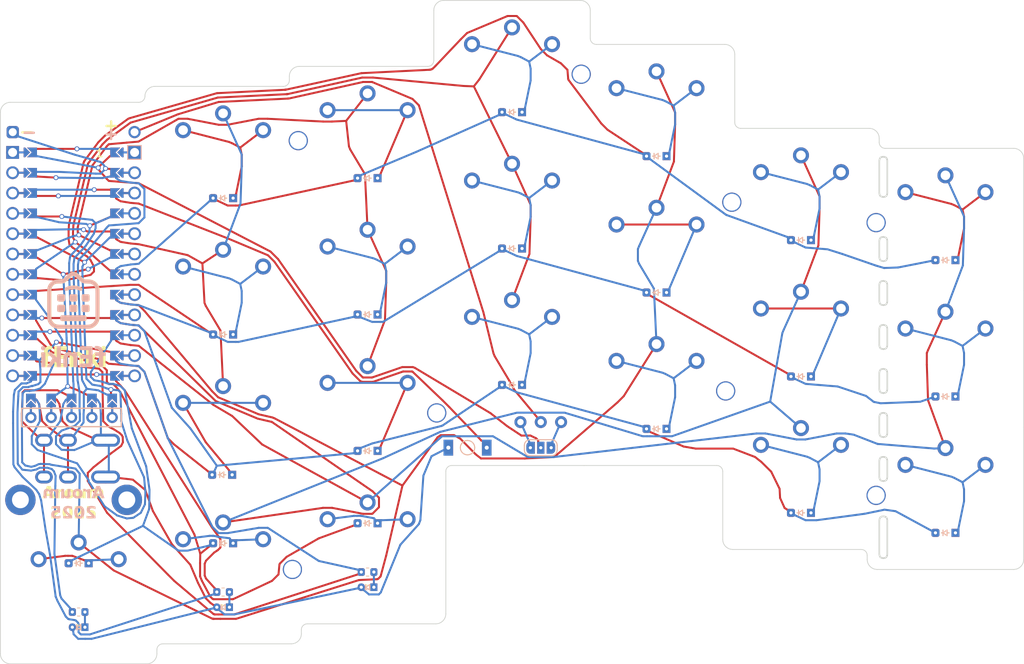
<source format=kicad_pcb>
(kicad_pcb (version 20241229) (generator "pcbnew") (generator_version "9.0")
  (title_block (title "fEnki") (date "2025-05-08") (rev "0.1") (company "Aroum"))
  (layers (0 "F.Cu" signal) (2 "B.Cu" signal) (13 "F.Paste" user) (15 "B.Paste" user) (5 "F.SilkS" user "F.Silkscreen") (7 "B.SilkS" user "B.Silkscreen") (1 "F.Mask" user) (3 "B.Mask" user) (25 "Edge.Cuts" user))
  (net 0 "")
  (net 1 "VCC")
  (net 2 "Net-(D1-A)")
  (net 3 "row0")
  (net 4 "row1")
  (net 5 "row2")
  (net 6 "row3")
  (net 7 "Net-(D2-A)")
  (net 8 "Net-(D3-A)")
  (net 9 "reset")
  (net 10 "col0")
  (net 11 "col1")
  (net 12 "col2")
  (net 13 "col3")
  (net 14 "col4")
  (net 15 "col5")
  (net 16 "VBAT")
  (net 17 "GND")
  (net 18 "Net-(D4-A)")
  (net 19 "Net-(D5-A)")
  (net 20 "Net-(D6-A)")
  (net 21 "Net-(D7-A)")
  (net 22 "Net-(D8-A)")
  (net 23 "Net-(D9-A)")
  (net 24 "SCL")
  (net 25 "SDA")
  (net 26 "Net-(D10-A)")
  (net 27 "Net-(D11-A)")
  (net 28 "Net-(D12-A)")
  (net 29 "Net-(D13-A)")
  (net 30 "Net-(D14-A)")
  (net 31 "Net-(D15-A)")
  (net 32 "Net-(D16-A)")
  (net 33 "Net-(D17-A)")
  (net 34 "Net-(D18-A)")
  (net 35 "Net-(D19-A)")
  (net 36 "Net-(D20-A)")
  (net 37 "Net-(D21-A)")
  (net 38 "Net-(PSW1-B)")
  (net 39 "Net-(JP1-B)")
  (net 40 "led1")
  (net 41 "Net-(VD1-A)")
  (net 42 "led2")
  (net 43 "Net-(VD2-A)")
  (net 44 "led3")
  (net 45 "Net-(VD3-A)")
  (net 46 "unconnected-(U1-D3{slash}TX0-Pad1)")
  (net 47 "CS")
  (net 48 "unconnected-(U1-GND-Pad3)")
  (net 49 "unconnected-(U1-B5{slash}9-Pad12)")
  (net 50 "Net-(J1-Pad2)")
  (net 51 "Net-(JP1-A)")
  (footprint "enki_lib:SW_3x4x2_2legs_x2" (layer "F.Cu") (at 97.4826 145.3126 180)
    (property "Reference" "RSW1" (hide yes))
    (property "Value" "SW_PUSH" (hide yes))
  )
  (footprint "enki_lib:ProMicro_duplex_clean_rev" (layer "F.Cu") (at 48.2688 122.367)
    (property "Reference" "U1" (hide yes))
    (property "Value" "ProMicro_r" (hide yes))
  )
  (footprint "enki_lib:ChocV1_duplex" (layer "F.Cu") (at 103.0448 132.7628)
    (property "Reference" "SW15" (hide yes))
    (property "Value" "SW_PUSH" (hide yes))
  )
  (footprint "enki_lib:ChocV1_duplex" (layer "F.Cu") (at 48.8948 163.0628)
    (property "Reference" "SW19" (hide yes))
    (property "Value" "SW_PUSH" (hide yes))
  )
  (footprint "enki_lib:ChocV1_duplex" (layer "F.Cu") (at 66.9448 160.5628)
    (property "Reference" "SW20" (hide yes))
    (property "Value" "SW_PUSH" (hide yes))
  )
  (footprint "enki_lib:ChocV1_duplex" (layer "F.Cu") (at 84.9948 158.0628)
    (property "Reference" "SW21" (hide yes))
    (property "Value" "SW_PUSH" (hide yes))
  )
  (footprint "enki_lib:ChocV1_duplex" (layer "F.Cu") (at 66.9448 143.5128)
    (property "Reference" "SW13" (hide yes))
    (property "Value" "SW_PUSH" (hide yes))
  )
  (footprint "enki_lib:ChocV1_duplex" (layer "F.Cu") (at 84.9948 141.0128)
    (property "Reference" "SW14" (hide yes))
    (property "Value" "SW_PUSH" (hide yes))
  )
  (footprint "enki_lib:ChocV1_duplex" (layer "F.Cu") (at 66.9448 126.4628)
    (property "Reference" "SW7" (hide yes))
    (property "Value" "SW_PUSH" (hide yes))
  )
  (footprint "enki_lib:ChocV1_duplex" (layer "F.Cu") (at 84.9948 123.9628)
    (property "Reference" "SW8" (hide yes))
    (property "Value" "SW_PUSH" (hide yes))
  )
  (footprint "enki_lib:ChocV1_duplex" (layer "F.Cu") (at 103.0448 115.7128)
    (property "Reference" "SW9" (hide yes))
    (property "Value" "SW_PUSH" (hide yes))
  )
  (footprint "enki_lib:ChocV1_duplex" (layer "F.Cu") (at 66.9448 109.4128)
    (property "Reference" "SW1" (hide yes))
    (property "Value" "SW_PUSH" (hide yes))
  )
  (footprint "enki_lib:ChocV1_duplex" (layer "F.Cu") (at 84.9948 106.9128)
    (property "Reference" "SW2" (hide yes))
    (property "Value" "SW_PUSH" (hide yes))
  )
  (footprint "enki_lib:ChocV1_duplex" (layer "F.Cu") (at 103.0448 98.6628)
    (property "Reference" "SW3" (hide yes))
    (property "Value" "SW_PUSH" (hide yes))
  )
  (footprint "enki_lib:ChocV1_duplex" (layer "F.Cu") (at 157.1948 151.2638)
    (property "Reference" "SW18" (hide yes))
    (property "Value" "SW_PUSH" (hide yes))
  )
  (footprint "enki_lib:ChocV1_duplex" (layer "F.Cu") (at 139.1448 148.7628)
    (property "Reference" "SW17" (hide yes))
    (property "Value" "SW_PUSH" (hide yes))
  )
  (footprint "enki_lib:ChocV1_duplex" (layer "F.Cu") (at 157.1948 134.2138)
    (property "Reference" "SW12" (hide yes))
    (property "Value" "SW_PUSH" (hide yes))
  )
  (footprint "enki_lib:ChocV1_duplex" (layer "F.Cu") (at 139.1448 131.7128)
    (property "Reference" "SW11" (hide yes))
    (property "Value" "SW_PUSH" (hide yes))
  )
  (footprint "enki_lib:ChocV1_duplex" (layer "F.Cu") (at 139.1448 114.6628)
    (property "Reference" "SW5" (hide yes))
    (property "Value" "SW_PUSH" (hide yes))
  )
  (footprint "enki_lib:ChocV1_duplex" (layer "F.Cu") (at 121.0948 104.1628)
    (property "Reference" "SW4" (hide yes))
    (property "Value" "SW_PUSH" (hide yes))
  )
  (footprint "enki_lib:ChocV1_duplex" (layer "F.Cu") (at 121.0948 121.2128)
    (property "Reference" "SW10" (hide yes))
    (property "Value" "SW_PUSH" (hide yes))
  )
  (footprint "enki_lib:ChocV1_duplex" (layer "F.Cu") (at 157.1948 117.1628)
    (property "Reference" "SW6" (hide yes))
    (property "Value" "SW_PUSH" (hide yes))
  )
  (footprint "enki_lib:ChocV1_duplex" (layer "F.Cu") (at 121.0948 138.2628)
    (property "Reference" "SW16" (hide yes))
    (property "Value" "SW_PUSH" (hide yes))
  )
  (footprint "enki_lib:HOLE" (layer "F.Cu") (at 75.6048 160.5388)
    (property "Reference" "H1" (hide yes))
    (property "Value" "Hole" (hide yes))
  )
  (footprint "enki_lib:HOLE" (layer "F.Cu") (at 76.3348 106.9253)
    (property "Reference" "H2" (hide yes))
    (property "Value" "Hole" (hide yes))
  )
  (footprint "enki_lib:HOLE" (layer "F.Cu") (at 93.6358 140.9698)
    (property "Reference" "H3" (hide yes))
    (property "Value" "Hole" (hide yes))
  )
  (footprint "enki_lib:HOLE" (layer "F.Cu") (at 111.6858 98.6198)
    (property "Reference" "H4" (hide yes))
    (property "Value" "Hole" (hide yes))
  )
  (footprint "enki_lib:HOLE" (layer "F.Cu") (at 148.5348 151.2763)
    (property "Reference" "H10" (hide yes))
    (property "Value" "Hole" (hide yes))
  )
  (footprint "enki_lib:HOLE" (layer "F.Cu") (at 148.5348 117.1753)
    (property "Reference" "H7" (hide yes))
    (property "Value" "Hole" (hide yes))
  )
  (footprint "enki_lib:battery_conn" (layer "F.Cu") (at 48.2688 105.857)
    (property "Reference" "J1" (hide yes))
    (property "Value" "TestPoint_2Pole")
  )
  (footprint "enki_lib:cutout_3" (layer "F.Cu") (at 149.4328 111.9618)
    (property "Reference" "cut3" (hide yes))
    (property "Value" "cutout_3" (hide yes))
    (fp_line (start -0.5 1.508) (end -0.5 -2.524) (stroke (width 0.2)) (layer "Edge.Cuts"))
    (fp_line (start -0.5 1.508) (end -0.46875 1.6955) (stroke (width 0.2)) (layer "Edge.Cuts"))
    (fp_line (start -0.46875 -2.7115) (end -0.5 -2.524) (stroke (width 0.2)) (layer "Edge.Cuts"))
    (fp_line (start -0.46875 -2.7115) (end -0.375 -2.899) (stroke (width 0.2)) (layer "Edge.Cuts"))
    (fp_line (start -0.46875 1.6955) (end -0.375 1.883) (stroke (width 0.2)) (layer "Edge.Cuts"))
    (fp_line (start -0.375 1.883) (end -0.1875 1.97675) (stroke (width 0.2)) (layer "Edge.Cuts"))
    (fp_line (start -0.21875 -2.99275) (end -0.375 -2.899) (stroke (width 0.2)) (layer "Edge.Cuts"))
    (fp_line (start -0.21875 -2.99275) (end 0 -3.024) (stroke (width 0.2)) (layer "Edge.Cuts"))
    (fp_line (start -0.1875 1.97675) (end 0 2.008) (stroke (width 0.2)) (layer "Edge.Cuts"))
    (fp_line (start 0.1875 -2.99275) (end 0 -3.024) (stroke (width 0.2)) (layer "Edge.Cuts"))
    (fp_line (start 0.21875 1.97675) (end 0 2.008) (stroke (width 0.2)) (layer "Edge.Cuts"))
    (fp_line (start 0.21875 1.97675) (end 0.375 1.883) (stroke (width 0.2)) (layer "Edge.Cuts"))
    (fp_line (start 0.375 -2.899) (end 0.1875 -2.99275) (stroke (width 0.2)) (layer "Edge.Cuts"))
    (fp_line (start 0.46875 -2.7115) (end 0.375 -2.899) (stroke (width 0.2)) (layer "Edge.Cuts"))
    (fp_line (start 0.46875 1.6955) (end 0.375 1.883) (stroke (width 0.2)) (layer "Edge.Cuts"))
    (fp_line (start 0.46875 1.6955) (end 0.5 1.508) (stroke (width 0.2)) (layer "Edge.Cuts"))
    (fp_line (start 0.5 -2.524) (end 0.46875 -2.7115) (stroke (width 0.2)) (layer "Edge.Cuts"))
    (fp_line (start 0.5 -2.524) (end 0.5 1.508) (stroke (width 0.2)) (layer "Edge.Cuts"))
  )
  (footprint "enki_lib:cutout_3" (layer "F.Cu") (at 149.433 126.4858)
    (property "Reference" "cut1" (hide yes))
    (property "Value" "cutout_3" (hide yes))
    (fp_line (start -0.5 0.508) (end -0.5 -1.524) (stroke (width 0.2)) (layer "Edge.Cuts"))
    (fp_line (start -0.5 0.508) (end -0.46875 0.6955) (stroke (width 0.2)) (layer "Edge.Cuts"))
    (fp_line (start -0.46875 -1.7115) (end -0.5 -1.524) (stroke (width 0.2)) (layer "Edge.Cuts"))
    (fp_line (start -0.46875 -1.7115) (end -0.375 -1.899) (stroke (width 0.2)) (layer "Edge.Cuts"))
    (fp_line (start -0.46875 0.6955) (end -0.375 0.883) (stroke (width 0.2)) (layer "Edge.Cuts"))
    (fp_line (start -0.375 0.883) (end -0.1875 0.97675) (stroke (width 0.2)) (layer "Edge.Cuts"))
    (fp_line (start -0.21875 -1.99275) (end -0.375 -1.899) (stroke (width 0.2)) (layer "Edge.Cuts"))
    (fp_line (start -0.21875 -1.99275) (end 0 -2.024) (stroke (width 0.2)) (layer "Edge.Cuts"))
    (fp_line (start -0.1875 0.97675) (end 0 1.008) (stroke (width 0.2)) (layer "Edge.Cuts"))
    (fp_line (start 0.1875 -1.99275) (end 0 -2.024) (stroke (width 0.2)) (layer "Edge.Cuts"))
    (fp_line (start 0.21875 0.97675) (end 0 1.008) (stroke (width 0.2)) (layer "Edge.Cuts"))
    (fp_line (start 0.21875 0.97675) (end 0.375 0.883) (stroke (width 0.2)) (layer "Edge.Cuts"))
    (fp_line (start 0.375 -1.899) (end 0.1875 -1.99275) (stroke (width 0.2)) (layer "Edge.Cuts"))
    (fp_line (start 0.46875 -1.7115) (end 0.375 -1.899) (stroke (width 0.2)) (layer "Edge.Cuts"))
    (fp_line (start 0.46875 0.6955) (end 0.375 0.883) (stroke (width 0.2)) (layer "Edge.Cuts"))
    (fp_line (start 0.46875 0.6955) (end 0.5 0.508) (stroke (width 0.2)) (layer "Edge.Cuts"))
    (fp_line (start 0.5 -1.524) (end 0.46875 -1.7115) (stroke (width 0.2)) (layer "Edge.Cuts"))
    (fp_line (start 0.5 -1.524) (end 0.5 0.508) (stroke (width 0.2)) (layer "Edge.Cuts"))
  )
  (footprint "enki_lib:cutout_3" (layer "F.Cu") (at 149.433 142.9858)
    (property "Reference" "cut5" (hide yes))
    (property "Value" "cutout_3" (hide yes))
    (fp_line (start -0.5 0.508) (end -0.5 -1.524) (stroke (width 0.2)) (layer "Edge.Cuts"))
    (fp_line (start -0.5 0.508) (end -0.46875 0.6955) (stroke (width 0.2)) (layer "Edge.Cuts"))
    (fp_line (start -0.46875 -1.7115) (end -0.5 -1.524) (stroke (width 0.2)) (layer "Edge.Cuts"))
    (fp_line (start -0.46875 -1.7115) (end -0.375 -1.899) (stroke (width 0.2)) (layer "Edge.Cuts"))
    (fp_line (start -0.46875 0.6955) (end -0.375 0.883) (stroke (width 0.2)) (layer "Edge.Cuts"))
    (fp_line (start -0.375 0.883) (end -0.1875 0.97675) (stroke (width 0.2)) (layer "Edge.Cuts"))
    (fp_line (start -0.21875 -1.99275) (end -0.375 -1.899) (stroke (width 0.2)) (layer "Edge.Cuts"))
    (fp_line (start -0.21875 -1.99275) (end 0 -2.024) (stroke (width 0.2)) (layer "Edge.Cuts"))
    (fp_line (start -0.1875 0.97675) (end 0 1.008) (stroke (width 0.2)) (layer "Edge.Cuts"))
    (fp_line (start 0.1875 -1.99275) (end 0 -2.024) (stroke (width 0.2)) (layer "Edge.Cuts"))
    (fp_line (start 0.21875 0.97675) (end 0 1.008) (stroke (width 0.2)) (layer "Edge.Cuts"))
    (fp_line (start 0.21875 0.97675) (end 0.375 0.883) (stroke (width 0.2)) (layer "Edge.Cuts"))
    (fp_line (start 0.375 -1.899) (end 0.1875 -1.99275) (stroke (width 0.2)) (layer "Edge.Cuts"))
    (fp_line (start 0.46875 -1.7115) (end 0.375 -1.899) (stroke (width 0.2)) (layer "Edge.Cuts"))
    (fp_line (start 0.46875 0.6955) (end 0.375 0.883) (stroke (width 0.2)) (layer "Edge.Cuts"))
    (fp_line (start 0.46875 0.6955) (end 0.5 0.508) (stroke (width 0.2)) (layer "Edge.Cuts"))
    (fp_line (start 0.5 -1.524) (end 0.46875 -1.7115) (stroke (width 0.2)) (layer "Edge.Cuts"))
    (fp_line (start 0.5 -1.524) (end 0.5 0.508) (stroke (width 0.2)) (layer "Edge.Cuts"))
  )
  (footprint "enki_lib:D_SOD-323_HandSoldering_duplex" (layer "F.Cu") (at 139.1448 136.4128)
    (property "Reference" "D11" (hide yes))
    (property "Value" "D")
  )
  (footprint "enki_lib:D_SOD-323_HandSoldering_duplex" (layer "F.Cu") (at 157.1948 155.9638)
    (property "Reference" "D18" (hide yes))
    (property "Value" "D")
  )
  (footprint "enki_lib:cutout_3" (layer "F.Cu") (at 149.433 131.9858)
    (property "Reference" "REF**" (hide yes))
    (property "Value" "cutout_3" (hide yes))
    (fp_line (start -0.5 0.508) (end -0.5 -1.524) (stroke (width 0.2)) (layer "Edge.Cuts"))
    (fp_line (start -0.5 0.508) (end -0.46875 0.6955) (stroke (width 0.2)) (layer "Edge.Cuts"))
    (fp_line (start -0.46875 -1.7115) (end -0.5 -1.524) (stroke (width 0.2)) (layer "Edge.Cuts"))
    (fp_line (start -0.46875 -1.7115) (end -0.375 -1.899) (stroke (width 0.2)) (layer "Edge.Cuts"))
    (fp_line (start -0.46875 0.6955) (end -0.375 0.883) (stroke (width 0.2)) (layer "Edge.Cuts"))
    (fp_line (start -0.375 0.883) (end -0.1875 0.97675) (stroke (width 0.2)) (layer "Edge.Cuts"))
    (fp_line (start -0.21875 -1.99275) (end -0.375 -1.899) (stroke (width 0.2)) (layer "Edge.Cuts"))
    (fp_line (start -0.21875 -1.99275) (end 0 -2.024) (stroke (width 0.2)) (layer "Edge.Cuts"))
    (fp_line (start -0.1875 0.97675) (end 0 1.008) (stroke (width 0.2)) (layer "Edge.Cuts"))
    (fp_line (start 0.1875 -1.99275) (end 0 -2.024) (stroke (width 0.2)) (layer "Edge.Cuts"))
    (fp_line (start 0.21875 0.97675) (end 0 1.008) (stroke (width 0.2)) (layer "Edge.Cuts"))
    (fp_line (start 0.21875 0.97675) (end 0.375 0.883) (stroke (width 0.2)) (layer "Edge.Cuts"))
    (fp_line (start 0.375 -1.899) (end 0.1875 -1.99275) (stroke (width 0.2)) (layer "Edge.Cuts"))
    (fp_line (start 0.46875 -1.7115) (end 0.375 -1.899) (stroke (width 0.2)) (layer "Edge.Cuts"))
    (fp_line (start 0.46875 0.6955) (end 0.375 0.883) (stroke (width 0.2)) (layer "Edge.Cuts"))
    (fp_line (start 0.46875 0.6955) (end 0.5 0.508) (stroke (width 0.2)) (layer "Edge.Cuts"))
    (fp_line (start 0.5 -1.524) (end 0.46875 -1.7115) (stroke (width 0.2)) (layer "Edge.Cuts"))
    (fp_line (start 0.5 -1.524) (end 0.5 0.508) (stroke (width 0.2)) (layer "Edge.Cuts"))
  )
  (footprint "enki_lib:D_SOD-323_HandSoldering_duplex" (layer "F.Cu") (at 121.0948 142.9628)
    (property "Reference" "D16" (hide yes))
    (property "Value" "D")
  )
  (footprint "didSwitch:LED_0603_1608Metric_rev" (layer "F.Cu") (at 66.9448 165.2628)
    (property "Reference" "VD2" (hide yes))
    (property "Value" "RED")
  )
  (footprint "enki_lib:MJ-4PP-9_dual" (layer "F.Cu") (at 41.3648 146.6798 90)
    (property "Reference" "J2" (hide yes))
    (property "Value" "MJ-4PP-9" (hide yes))
  )
  (footprint "enki_lib:D_SOD-323_HandSoldering_duplex" (layer "F.Cu") (at 139.1448 153.4628)
    (property "Reference" "D17" (hide yes))
    (property "Value" "D")
  )
  (footprint "enki_lib:cutout_3" (layer "F.Cu") (at 149.433 148.4858)
    (property "Reference" "cut6" (hide yes))
    (property "Value" "cutout_3" (hide yes))
    (fp_line (start -0.5 0.508) (end -0.5 -1.524) (stroke (width 0.2)) (layer "Edge.Cuts"))
    (fp_line (start -0.5 0.508) (end -0.46875 0.6955) (stroke (width 0.2)) (layer "Edge.Cuts"))
    (fp_line (start -0.46875 -1.7115) (end -0.5 -1.524) (stroke (width 0.2)) (layer "Edge.Cuts"))
    (fp_line (start -0.46875 -1.7115) (end -0.375 -1.899) (stroke (width 0.2)) (layer "Edge.Cuts"))
    (fp_line (start -0.46875 0.6955) (end -0.375 0.883) (stroke (width 0.2)) (layer "Edge.Cuts"))
    (fp_line (start -0.375 0.883) (end -0.1875 0.97675) (stroke (width 0.2)) (layer "Edge.Cuts"))
    (fp_line (start -0.21875 -1.99275) (end -0.375 -1.899) (stroke (width 0.2)) (layer "Edge.Cuts"))
    (fp_line (start -0.21875 -1.99275) (end 0 -2.024) (stroke (width 0.2)) (layer "Edge.Cuts"))
    (fp_line (start -0.1875 0.97675) (end 0 1.008) (stroke (width 0.2)) (layer "Edge.Cuts"))
    (fp_line (start 0.1875 -1.99275) (end 0 -2.024) (stroke (width 0.2)) (layer "Edge.Cuts"))
    (fp_line (start 0.21875 0.97675) (end 0 1.008) (stroke (width 0.2)) (layer "Edge.Cuts"))
    (fp_line (start 0.21875 0.97675) (end 0.375 0.883) (stroke (width 0.2)) (layer "Edge.Cuts"))
    (fp_line (start 0.375 -1.899) (end 0.1875 -1.99275) (stroke (width 0.2)) (layer "Edge.Cuts"))
    (fp_line (start 0.46875 -1.7115) (end 0.375 -1.899) (stroke (width 0.2)) (layer "Edge.Cuts"))
    (fp_line (start 0.46875 0.6955) (end 0.375 0.883) (stroke (width 0.2)) (layer "Edge.Cuts"))
    (fp_line (start 0.46875 0.6955) (end 0.5 0.508) (stroke (width 0.2)) (layer "Edge.Cuts"))
    (fp_line (start 0.5 -1.524) (end 0.46875 -1.7115) (stroke (width 0.2)) (layer "Edge.Cuts"))
    (fp_line (start 0.5 -1.524) (end 0.5 0.508) (stroke (width 0.2)) (layer "Edge.Cuts"))
  )
  (footprint "enki_lib:D_SOD-323_HandSoldering_duplex" (layer "F.Cu") (at 103.0448 137.4628)
    (property "Reference" "D15" (hide yes))
    (property "Value" "D")
  )
  (footprint "enki_lib:D_SOD-323_HandSoldering_duplex" (layer "F.Cu") (at 139.1448 119.3628)
    (property "Reference" "D5" (hide yes))
    (property "Value" "D")
  )
  (footprint "enki_lib:D_SOD-323_HandSoldering_duplex" (layer "F.Cu") (at 121.0948 125.9128)
    (property "Reference" "D10" (hide yes))
    (property "Value" "D")
  )
  (footprint "enki_lib:D_SOD-323_HandSoldering_duplex" (layer "F.Cu") (at 103.0448 103.3628)
    (property "Reference" "D3" (hide yes))
    (property "Value" "D")
  )
  (footprint "LOGO" (layer "F.Cu") (at 48.2488 130.6738)
    (property "Reference" "G2" (hide yes))
    (property "Value" "LOGO" (hide yes))
  )
  (footprint "didSwitch:LED_0603_1608Metric_rev" (layer "F.Cu") (at 84.9948 162.7628)
    (property "Reference" "VD3" (hide yes))
    (property "Value" "RED")
  )
  (footprint "enki_lib:D_SOD-323_HandSoldering_duplex" (layer "F.Cu") (at 84.9948 128.6628)
    (property "Reference" "D8" (hide yes))
    (property "Value" "D")
  )
  (footprint "enki_lib:D_SOD-323_HandSoldering_duplex" (layer "F.Cu") (at 66.9448 131.1628)
    (property "Reference" "D7" (hide yes))
    (property "Value" "D")
  )
  (footprint "enki_lib:D_SOD-323_HandSoldering_duplex" (layer "F.Cu") (at 66.9448 114.1128)
    (property "Reference" "D1" (hide yes))
    (property "Value" "D")
  )
  (footprint "enki_lib:D_SOD-323_HandSoldering_duplex" (layer "F.Cu") (at 84.9948 145.7128)
    (property "Reference" "D14" (hide yes))
    (property "Value" "D")
  )
  (footprint "Jumper:SolderJumper-3_P1.3mm_Bridged12_RoundedPad1.0x1.5mm_NumberLabels" (layer "F.Cu") (at 106.6346 145.3216)
    (property "Reference" "JP1" (hide yes))
    (property "Value" "Jumper_3_Bridged12" (hide yes))
  )
  (footprint "enki_lib:D_SOD-323_HandSoldering_duplex" (layer "F.Cu") (at 103.0448 120.4128)
    (property "Reference" "D9" (hide yes))
    (property "Value" "D")
  )
  (footprint "enki_lib:HOLE" (layer "F.Cu") (at 130.5038 114.6198)
    (property "Reference" "H6" (hide yes))
    (property "Value" "Hole" (hide yes))
  )
  (footprint "enki_lib:D_SOD-323_HandSoldering_duplex" (layer "F.Cu") (at 84.9948 111.6128)
    (property "Reference" "D2" (hide yes))
    (property "Value" "D")
  )
  (footprint "enki_lib:cutout_3" (layer "F.Cu") (at 149.433 137.4858)
    (property "Reference" "cut4" (hide yes))
    (property "Value" "cutout_3" (hide yes))
    (fp_line (start -0.5 0.508) (end -0.5 -1.524) (stroke (width 0.2)) (layer "Edge.Cuts"))
    (fp_line (start -0.5 0.508) (end -0.46875 0.6955) (stroke (width 0.2)) (layer "Edge.Cuts"))
    (fp_line (start -0.46875 -1.7115) (end -0.5 -1.524) (stroke (width 0.2)) (layer "Edge.Cuts"))
    (fp_line (start -0.46875 -1.7115) (end -0.375 -1.899) (stroke (width 0.2)) (layer "Edge.Cuts"))
    (fp_line (start -0.46875 0.6955) (end -0.375 0.883) (stroke (width 0.2)) (layer "Edge.Cuts"))
    (fp_line (start -0.375 0.883) (end -0.1875 0.97675) (stroke (width 0.2)) (layer "Edge.Cuts"))
    (fp_line (start -0.21875 -1.99275) (end -0.375 -1.899) (stroke (width 0.2)) (layer "Edge.Cuts"))
    (fp_line (start -0.21875 -1.99275) (end 0 -2.024) (stroke (width 0.2)) (layer "Edge.Cuts"))
    (fp_line (start -0.1875 0.97675) (end 0 1.008) (stroke (width 0.2)) (layer "Edge.Cuts"))
    (fp_line (start 0.1875 -1.99275) (end 0 -2.024) (stroke (width 0.2)) (layer "Edge.Cuts"))
    (fp_line (start 0.21875 0.97675) (end 0 1.008) (stroke (width 0.2)) (layer "Edge.Cuts"))
    (fp_line (start 0.21875 0.97675) (end 0.375 0.883) (stroke (width 0.2)) (layer "Edge.Cuts"))
    (fp_line (start 0.375 -1.899) (end 0.1875 -1.99275) (stroke (width 0.2)) (layer "Edge.Cuts"))
    (fp_line (start 0.46875 -1.7115) (end 0.375 -1.899) (stroke (width 0.2)) (layer "Edge.Cuts"))
    (fp_line (start 0.46875 0.6955) (end 0.375 0.883) (stroke (width 0.2)) (layer "Edge.Cuts"))
    (fp_line (start 0.46875 0.6955) (end 0.5 0.508) (stroke (width 0.2)) (layer "Edge.Cuts"))
    (fp_line (start 0.5 -1.524) (end 0.46875 -1.7115) (stroke (width 0.2)) (layer "Edge.Cuts"))
    (fp_line (start 0.5 -1.524) (end 0.5 0.508) (stroke (width 0.2)) (layer "Edge.Cuts"))
  )
  (footprint "enki_lib:D_SOD-323_HandSoldering_duplex" (layer "F.Cu") (at 66.8248 148.7048)
    (property "Reference" "D13" (hide yes))
    (property "Value" "D")
  )
  (footprint "LOGO" (layer "F.Cu") (at 48.2488 128.9738)
    (property "Reference" "G1" (hide yes))
    (property "Value" "LOGO" (hide yes))
  )
  (footprint "enki_lib:D_SOD-323_HandSoldering_duplex" (layer "F.Cu") (at 157.1948 121.8628)
    (property "Reference" "D6" (hide yes))
    (property "Value" "D")
  )
  (footprint "enki_lib:D_SOD-323_HandSoldering_duplex" (layer "F.Cu") (at 121.0948 108.8628)
    (property "Reference" "D4" (hide yes))
    (property "Value" "D")
  )
  (footprint "enki_lib:nice_view_2side" (layer "F.Cu") (at 42.9296 141.537)
    (property "Reference" "J3" (hide yes))
    (property "Value" "OLED" (hide yes))
  )
  (footprint "enki_lib:HOLE" (layer "F.Cu") (at 129.7358 138.2198)
    (property "Reference" "H5" (hide yes))
    (property "Value" "Hole" (hide yes))
  )
  (footprint "didSwitch:LED_0603_1608Metric_rev" (layer "F.Cu") (at 48.8948 167.7628)
    (property "Reference" "VD1" (hide yes))
    (property "Value" "RED")
  )
  (footprint "enki_lib:cutout_3" (layer "F.Cu") (at 149.433 158.1228)
    (property "Reference" "cut7" (hide yes))
    (property "Value" "cutout_3" (hide yes))
    (fp_line (start -0.5 0.508) (end -0.5 -3.724) (stroke (width 0.2)) (layer "Edge.Cuts"))
    (fp_line (start -0.5 0.508) (end -0.46875 0.6955) (stroke (width 0.2)) (layer "Edge.Cuts"))
    (fp_line (start -0.46875 -3.9115) (end -0.5 -3.724) (stroke (width 0.2)) (layer "Edge.Cuts"))
    (fp_line (start -0.46875 -3.9115) (end -0.375 -4.099) (stroke (width 0.2)) (layer "Edge.Cuts"))
    (fp_line (start -0.46875 0.6955) (end -0.375 0.883) (stroke (width 0.2)) (layer "Edge.Cuts"))
    (fp_line (start -0.375 0.883) (end -0.1875 0.97675) (stroke (width 0.2)) (layer "Edge.Cuts"))
    (fp_line (start -0.21875 -4.19275) (end -0.375 -4.099) (stroke (width 0.2)) (layer "Edge.Cuts"))
    (fp_line (start -0.21875 -4.19275) (end 0 -4.224) (stroke (width 0.2)) (layer "Edge.Cuts"))
    (fp_line (start -0.1875 0.97675) (end 0 1.008) (stroke (width 0.2)) (layer "Edge.Cuts"))
    (fp_line (start 0.1875 -4.19275) (end 0 -4.224) (stroke (width 0.2)) (layer "Edge.Cuts"))
    (fp_line (start 0.21875 0.97675) (end 0 1.008) (stroke (width 0.2)) (layer "Edge.Cuts"))
    (fp_line (start 0.21875 0.97675) (end 0.375 0.883) (stroke (width 0.2)) (layer "Edge.Cuts"))
    (fp_line (start 0.375 -4.099) (end 0.1875 -4.19275) (stroke (width 0.2)) (layer "Edge.Cuts"))
    (fp_line (start 0.46875 -3.9115) (end 0.375 -4.099) (stroke (width 0.2)) (layer "Edge.Cuts"))
    (fp_line (start 0.46875 0.6955) (end 0.375 0.883) (stroke (width 0.2)) (layer "Edge.Cuts"))
    (fp_line (start 0.46875 0.6955) (end 0.5 0.508) (stroke (width 0.2)) (layer "Edge.Cuts"))
    (fp_line (start 0.5 -3.724) (end 0.46875 -3.9115) (stroke (width 0.2)) (layer "Edge.Cuts"))
    (fp_line (start 0.5 -3.724) (end 0.5 0.508) (stroke (width 0.2)) (layer "Edge.Cuts"))
  )
  (footprint "enki_lib:cutout_3" (layer "F.Cu") (at 149.433 120.9858)
    (property "Reference" "cut2" (hide yes))
    (property "Value" "cutout_3" (hide yes))
    (fp_line (start -0.5 0.508) (end -0.5 -1.524) (stroke (width 0.2)) (layer "Edge.Cuts"))
    (fp_line (start -0.5 0.508) (end -0.46875 0.6955) (stroke (width 0.2)) (layer "Edge.Cuts"))
    (fp_line (start -0.46875 -1.7115) (end -0.5 -1.524) (stroke (width 0.2)) (layer "Edge.Cuts"))
    (fp_line (start -0.46875 -1.7115) (end -0.375 -1.899) (stroke (width 0.2)) (layer "Edge.Cuts"))
    (fp_line (start -0.46875 0.6955) (end -0.375 0.883) (stroke (width 0.2)) (layer "Edge.Cuts"))
    (fp_line (start -0.375 0.883) (end -0.1875 0.97675) (stroke (width 0.2)) (layer "Edge.Cuts"))
    (fp_line (start -0.21875 -1.99275) (end -0.375 -1.899) (stroke (width 0.2)) (layer "Edge.Cuts"))
    (fp_line (start -0.21875 -1.99275) (end 0 -2.024) (stroke (width 0.2)) (layer "Edge.Cuts"))
    (fp_line (start -0.1875 0.97675) (end 0 1.008) (stroke (width 0.2)) (layer "Edge.Cuts"))
    (fp_line (start 0.1875 -1.99275) (end 0 -2.024) (stroke (width 0.2)) (layer "Edge.Cuts"))
    (fp_line (start 0.21875 0.97675) (end 0 1.008) (stroke (width 0.2)) (layer "Edge.Cuts"))
    (fp_line (start 0.21875 0.97675) (end 0.375 0.883) (stroke (width 0.2)) (layer "Edge.Cuts"))
    (fp_line (start 0.375 -1.899) (end 0.1875 -1.99275) (stroke (width 0.2)) (layer "Edge.Cuts"))
    (fp_line (start 0.46875 -1.7115) (end 0.375 -1.899) (stroke (width 0.2)) (layer "Edge.Cuts"))
    (fp_line (start 0.46875 0.6955) (end 0.375 0.883) (stroke (width 0.2)) (layer "Edge.Cuts"))
    (fp_line (start 0.46875 0.6955) (end 0.5 0.508) (stroke (width 0.2)) (layer "Edge.Cuts"))
    (fp_line (start 0.5 -1.524) (end 0.46875 -1.7115) (stroke (width 0.2)) (layer "Edge.Cuts"))
    (fp_line (start 0.5 -1.524) (end 0.5 0.508) (stroke (width 0.2)) (layer "Edge.Cuts"))
  )
  (footprint "enki_lib:D_SOD-323_HandSoldering_duplex" (layer "F.Cu") (at 157.1948 138.9138)
    (property "Reference" "D12" (hide yes))
    (property "Value" "D")
  )
  (footprint "didSwitch:R_0603_1608Metric_rev" (layer "B.Cu") (at 66.9448 163.3628 180)
    (property "Reference" "R2" (hide yes))
    (property "Value" "1K")
  )
  (footprint "enki_lib:D_SOD-323_HandSoldering_duplex" (layer "B.Cu") (at 84.9948 154.7628)
    (property "Reference" "D21" (hide yes))
    (property "Value" "D")
  )
  (footprint "enki_lib:D_SOD-323_HandSoldering_duplex" (layer "B.Cu") (at 66.9448 157.2628)
    (property "Reference" "D20" (hide yes))
    (property "Value" "D")
  )
  (footprint "didSwitch:R_0603_1608Metric_rev" (layer "B.Cu") (at 48.8948 165.8628 180)
    (property "Reference" "R1" (hide yes))
    (property "Value" "1K")
  )
  (footprint "LOGO" (layer "B.Cu") (at 48.23604 128.9738 180)
    (property "Reference" "G1" (hide yes))
    (property "Value" "LOGO" (hide yes))
  )
  (footprint "didSwitch:BSI-10H" (layer "B.Cu") (at 106.6346 142.1116 180)
    (property "Reference" "PSW1" (hide yes))
    (property "Value" "SW_SPDT" (hide yes))
  )
  (footprint "enki_lib:HOLE" (layer "B.Cu") (at 54.9198 151.8378)
    (property "Reference" "H9" (hide yes))
    (property "Value" "Hole" (hide yes))
  )
  (footprint "LOGO" (layer "B.Cu") (at 48.23604 130.6738 180)
    (property "Reference" "G2" (hide yes))
    (property "Value" "LOGO" (hide yes))
  )
  (footprint "enki_lib:HOLE" (layer "B.Cu") (at 41.6198 151.8378)
    (property "Reference" "H8" (hide yes))
    (property "Value" "Hole" (hide yes))
  )
  (footprint "enki_lib:D_SOD-323_HandSoldering_duplex" (layer "B.Cu") (at 48.8948 159.7628)
    (property "Reference" "D19" (hide yes))
    (property "Value" "D")
  )
  (footprint "didSwitch:R_0603_1608Metric_rev" (layer "B.Cu") (at 84.9948 160.8628 180)
    (property "Reference" "R3" (hide yes))
    (property "Value" "1K")
  )
  (gr_line (start 113.5698 94.8888) (end 129.6198 94.8888) (stroke (width 0.1)) (layer "Edge.Cuts"))
  (gr_line (start 93.5198 167.3388) (end 77.4698 167.3388) (stroke (width 0.1)) (layer "Edge.Cuts"))
  (gr_line (start 129.3698 156.7888) (end 129.3698 148.2888) (stroke (width 0.1)) (layer "Edge.Cuts"))
  (gr_arc (start 131.6198 105.3888) (mid 131.08947 105.16913) (end 130.8698 104.6388) (stroke (width 0.1)) (layer "Edge.Cuts"))
  (gr_arc (start 75.2198 98.8888) (mid 75.585917 98.004917) (end 76.4698 97.6388) (stroke (width 0.1)) (layer "Edge.Cuts"))
  (gr_arc (start 149.6698 107.8888) (mid 149.13947 107.66913) (end 148.9198 107.1388) (stroke (width 0.1)) (layer "Edge.Cuts"))
  (gr_line (start 146.6698 158.0388) (end 130.6198 158.0388) (stroke (width 0.1)) (layer "Edge.Cuts"))
  (gr_line (start 94.7698 148.2888) (end 94.7698 149.5388) (stroke (width 0.1)) (layer "Edge.Cuts"))
  (gr_line (start 166.9698 109.1388) (end 166.9698 125.6888) (stroke (width 0.1)) (layer "Edge.Cuts"))
  (gr_arc (start 40.3698 172.3388) (mid 39.485917 171.972683) (end 39.1198 171.0888) (stroke (width 0.1)) (layer "Edge.Cuts"))
  (gr_arc (start 39.1198 103.3788) (mid 39.485887 102.494887) (end 40.3698 102.1288) (stroke (width 0.1)) (layer "Edge.Cuts"))
  (gr_line (start 149.6698 107.8888) (end 165.7198 107.8888) (stroke (width 0.1)) (layer "Edge.Cuts"))
  (gr_line (start 131.6198 105.3888) (end 147.6698 105.3888) (stroke (width 0.1)) (layer "Edge.Cuts"))
  (gr_line (start 76.4698 97.6388) (end 92.5198 97.6388) (stroke (width 0.1)) (layer "Edge.Cuts"))
  (gr_arc (start 76.7198 168.5888) (mid 76.353683 169.472683) (end 75.4698 169.8388) (stroke (width 0.1)) (layer "Edge.Cuts"))
  (gr_line (start 112.8198 90.6388) (end 112.8198 94.1388) (stroke (width 0.1)) (layer "Edge.Cuts"))
  (gr_line (start 57.4198 172.3388) (end 40.3698 172.3388) (stroke (width 0.1)) (layer "Edge.Cuts"))
  (gr_arc (start 94.7698 148.2888) (mid 94.98947 147.75847) (end 95.5198 147.5388) (stroke (width 0.1)) (layer "Edge.Cuts"))
  (gr_line (start 112.0698 147.5388) (end 95.5198 147.5388) (stroke (width 0.1)) (layer "Edge.Cuts"))
  (gr_arc (start 58.6698 170.5888) (mid 58.889441 170.058441) (end 59.4198 169.8388) (stroke (width 0.1)) (layer "Edge.Cuts"))
  (gr_line (start 76.7198 168.0888) (end 76.7198 168.5888) (stroke (width 0.1)) (layer "Edge.Cuts"))
  (gr_arc (start 75.2198 99.3888) (mid 75.000101 99.919101) (end 74.4698 100.1388) (stroke (width 0.1)) (layer "Edge.Cuts"))
  (gr_line (start 75.4698 169.8388) (end 59.4198 169.8388) (stroke (width 0.1)) (layer "Edge.Cuts"))
  (gr_line (start 39.1198 171.0888) (end 39.1198 103.3788) (stroke (width 0.1)) (layer "Edge.Cuts"))
  (gr_line (start 94.5198 89.3888) (end 111.5698 89.3888) (stroke (width 0.1)) (layer "Edge.Cuts"))
  (gr_arc (start 130.6198 158.0388) (mid 129.735917 157.672683) (end 129.3698 156.7888) (stroke (width 0.1)) (layer "Edge.Cuts"))
  (gr_line (start 75.2198 99.3888) (end 75.2198 98.8888) (stroke (width 0.1)) (layer "Edge.Cuts"))
  (gr_arc (start 166.9698 159.2888) (mid 166.603683 160.172683) (end 165.7198 160.5388) (stroke (width 0.1)) (layer "Edge.Cuts"))
  (gr_line (start 40.3698 102.1288) (end 56.4198 102.1288) (stroke (width 0.1)) (layer "Edge.Cuts"))
  (gr_arc (start 146.6698 158.0388) (mid 147.20013 158.25847) (end 147.4198 158.7888) (stroke (width 0.1)) (layer "Edge.Cuts"))
  (gr_line (start 130.8698 96.1388) (end 130.8698 104.6388) (stroke (width 0.1)) (layer "Edge.Cuts"))
  (gr_arc (start 165.7198 107.8888) (mid 166.603683 108.254917) (end 166.9698 109.1388) (stroke (width 0.1)) (layer "Edge.Cuts"))
  (gr_line (start 58.6698 170.5888) (end 58.6698 171.0888) (stroke (width 0.1)) (layer "Edge.Cuts"))
  (gr_arc (start 111.5698 89.3888) (mid 112.453683 89.754917) (end 112.8198 90.6388) (stroke (width 0.1)) (layer "Edge.Cuts"))
  (gr_arc (start 93.2698 90.6388) (mid 93.635917 89.754917) (end 94.5198 89.3888) (stroke (width 0.1)) (layer "Edge.Cuts"))
  (gr_arc (start 76.7198 168.0888) (mid 76.939441 167.558441) (end 77.4698 167.3388) (stroke (width 0.1)) (layer "Edge.Cuts"))
  (gr_arc (start 147.6698 105.3888) (mid 148.553683 105.754917) (end 148.9198 106.6388) (stroke (width 0.1)) (layer "Edge.Cuts"))
  (gr_line (start 148.9198 106.6388) (end 148.9198 107.1388) (stroke (width 0.1)) (layer "Edge.Cuts"))
  (gr_arc (start 94.7698 166.0888) (mid 94.403683 166.972683) (end 93.5198 167.3388) (stroke (width 0.1)) (layer "Edge.Cuts"))
  (gr_arc (start 93.2698 96.8888) (mid 93.05013 97.41913) (end 92.5198 97.6388) (stroke (width 0.1)) (layer "Edge.Cuts"))
  (gr_line (start 166.9698 142.7388) (end 166.9698 159.2888) (stroke (width 0.1)) (layer "Edge.Cuts"))
  (gr_arc (start 58.6698 171.0888) (mid 58.303654 171.972654) (end 57.4198 172.3388) (stroke (width 0.1)) (layer "Edge.Cuts"))
  (gr_line (start 58.4198 100.1388) (end 74.4698 100.1388) (stroke (width 0.1)) (layer "Edge.Cuts"))
  (gr_arc (start 113.5698 94.8888) (mid 113.03947 94.66913) (end 112.8198 94.1388) (stroke (width 0.1)) (layer "Edge.Cuts"))
  (gr_arc (start 129.6198 94.8888) (mid 130.503683 95.254917) (end 130.8698 96.1388) (stroke (width 0.1)) (layer "Edge.Cuts"))
  (gr_arc (start 57.179714 101.3688) (mid 57.549538 100.501468) (end 58.419798 100.138587) (stroke (width 0.1)) (layer "Edge.Cuts"))
  (gr_arc (start 128.6198 147.5388) (mid 129.150101 147.758499) (end 129.3698 148.2888) (stroke (width 0.1)) (layer "Edge.Cuts"))
  (gr_line (start 166.9698 125.6888) (end 166.9698 142.7388) (stroke (width 0.1)) (layer "Edge.Cuts"))
  (gr_line (start 128.6198 147.5388) (end 112.0698 147.5388) (stroke (width 0.1)) (layer "Edge.Cuts"))
  (gr_line (start 147.4198 159.2888) (end 147.4198 158.7888) (stroke (width 0.1)) (layer "Edge.Cuts"))
  (gr_line (start 165.7198 160.5388) (end 148.6698 160.5388) (stroke (width 0.1)) (layer "Edge.Cuts"))
  (gr_line (start 93.2698 96.8888) (end 93.2698 90.6388) (stroke (width 0.1)) (layer "Edge.Cuts"))
  (gr_line (start 94.7698 149.5388) (end 94.7698 166.0888) (stroke (width 0.1)) (layer "Edge.Cuts"))
  (gr_arc (start 148.6698 160.5388) (mid 147.785917 160.172683) (end 147.4198 159.2888) (stroke (width 0.1)) (layer "Edge.Cuts"))
  (gr_arc (start 57.179713 101.3688) (mid 56.955233 101.904262) (end 56.4198 102.1288) (stroke (width 0.1)) (layer "Edge.Cuts"))
  (gr_text "Aroum\n2025" (at 48.2488 152.2738 0) (layer "F.SilkS") (effects (font (size 1.5 1.5) (thickness 0.3) (bold yes))))
  (gr_text "Aroum\n2025" (at 48.2488 152.2738 0) (layer "B.SilkS") (effects (font (size 1.5 1.5) (thickness 0.3) (bold yes)) (justify mirror)))
  (segment (start 42.4642 142.6606) (end 41.806 142.0024) (width 0.25) (layer "F.Cu") (net 1))
  (segment (start 52.9688 116.492) (end 52.8438 116.492) (width 0.25) (layer "F.Cu") (net 1))
  (segment (start 47.3578 138.687) (end 47.4096 138.687) (width 0.25) (layer "F.Cu") (net 1))
  (segment (start 41.9045 138.3859) (end 42.1535 138.1369) (width 0.25) (layer "F.Cu") (net 1))
  (segment (start 46.2457 138.1369) (end 47.3578 138.687) (width 0.25) (layer "F.Cu") (net 1))
  (segment (start 41.806 141.0716) (end 41.9045 138.3859) (width 0.25) (layer "F.Cu") (net 1))
  (segment (start 52.8438 116.492) (end 52.792 116.492) (width 0.25) (layer "F.Cu") (net 1))
  (segment (start 47.5346 138.687) (end 48.0096 138.987) (width 0.25) (layer "F.Cu") (net 1))
  (segment (start 47.4096 138.687) (end 47.5346 138.687) (width 0.25) (layer "F.Cu") (net 1))
  (segment (start 41.806 142.0024) (end 41.806 141.0716) (width 0.25) (layer "F.Cu") (net 1))
  (segment (start 42.5057 138.1369) (end 46.2457 138.1369) (width 0.25) (layer "F.Cu") (net 1))
  (segment (start 44.5648 144.3798) (end 44.2648 144.3798) (width 0.25) (layer "F.Cu") (net 1))
  (segment (start 44.5648 148.9798) (end 44.5648 144.3798) (width 0.25) (layer "F.Cu") (net 1))
  (segment (start 52.792 116.492) (end 50.2931 117.5567) (width 0.25) (layer "F.Cu") (net 1))
  (segment (start 53.2688 116.017) (end 52.9688 116.492) (width 0.25) (layer "F.Cu") (net 1))
  (segment (start 44.2648 144.3798) (end 42.4642 142.6606) (width 0.25) (layer "F.Cu") (net 1))
  (segment (start 42.1535 138.1369) (end 42.5057 138.1369) (width 0.25) (layer "F.Cu") (net 1))
  (via (at 50.2931 117.5567) (size 0.6) (drill 0.4) (layers "F.Cu" "B.Cu") (net 1))
  (segment (start 47.3578 139.287) (end 47.2846 139.3602) (width 0.25) (layer "B.Cu") (net 1))
  (segment (start 46.9845 139.8529) (end 46.5932 142.0024) (width 0.25) (layer "B.Cu") (net 1))
  (segment (start 47.5346 139.287) (end 47.4096 139.287) (width 0.25) (layer "B.Cu") (net 1))
  (segment (start 43.7456 116.492) (end 46.4962 117.1362) (width 0.25) (layer "B.Cu") (net 1))
  (segment (start 48.2606 137.3517) (end 48.2161 136.9941) (width 0.25) (layer "B.Cu") (net 1))
  (segment (start 47.711 122.2383) (end 47.8157 121.4899) (width 0.25) (layer "B.Cu") (net 1))
  (segment (start 49.8109 117.3308) (end 50.2931 117.5567) (width 0.25) (layer "B.Cu") (net 1))
  (segment (start 47.8999 121.2866) (end 49.196 119.9016) (width 0.25) (layer "B.Cu") (net 1))
  (segment (start 47.711 123.7345) (end 47.711 122.2383) (width 0.25) (layer "B.Cu") (net 1))
  (segment (start 44.8648 144.3798) (end 44.5648 144.3798) (width 0.25) (layer "B.Cu") (net 1))
  (segment (start 47.4096 139.287) (end 47.3578 139.287) (width 0.25) (layer "B.Cu") (net 1))
  (segment (start 50.2357 118.3562) (end 50.2931 117.5567) (width 0.25) (layer "B.Cu") (net 1))
  (segment (start 46.4962 117.1362) (end 49.8109 117.3308) (width 0.25) (layer "B.Cu") (net 1))
  (segment (start 48.2161 136.9941) (end 47.711 123.7345) (width 0.25) (layer "B.Cu") (net 1))
  (segment (start 48.0096 138.987) (end 48.2606 138.687) (width 0.25) (layer "B.Cu") (net 1))
  (segment (start 48.2606 138.562) (end 48.2606 137.3517) (width 0.25) (layer "B.Cu") (net 1))
  (segment (start 46.5932 142.0024) (end 44.8648 144.3798) (width 0.25) (layer "B.Cu") (net 1))
  (segment (start 48.0096 138.987) (end 47.5346 139.287) (width 0.25) (layer "B.Cu") (net 1))
  (segment (start 49.196 119.9016) (end 50.2357 118.3562) (width 0.25) (layer "B.Cu") (net 1))
  (segment (start 47.8157 121.4899) (end 47.8999 121.2866) (width 0.25) (layer "B.Cu") (net 1))
  (segment (start 48.2606 138.687) (end 48.2606 138.562) (width 0.25) (layer "B.Cu") (net 1))
  (segment (start 43.2688 116.017) (end 43.5688 116.492) (width 0.25) (layer "B.Cu") (net 1))
  (segment (start 47.2846 139.3602) (end 46.9845 139.8529) (width 0.25) (layer "B.Cu") (net 1))
  (segment (start 43.6938 116.492) (end 43.7456 116.492) (width 0.25) (layer "B.Cu") (net 1))
  (segment (start 43.5688 116.492) (end 43.6938 116.492) (width 0.25) (layer "B.Cu") (net 1))
  (segment (start 68.5698 113.561) (end 69.2699 110.1509) (width 0.25) (layer "F.Cu") (net 2))
  (segment (start 69.2699 110.1509) (end 69.2699 108.6747) (width 0.25) (layer "F.Cu") (net 2))
  (segment (start 71.9448 105.6128) (end 69.0825 107.7879) (width 0.25) (layer "F.Cu") (net 2))
  (segment (start 68.0699 107.248) (end 69.0825 107.7879) (width 0.25) (layer "F.Cu") (net 2))
  (segment (start 68.5698 113.6128) (end 68.5698 113.561) (width 0.25) (layer "F.Cu") (net 2))
  (segment (start 67.6829 107.0877) (end 68.0699 107.248) (width 0.25) (layer "F.Cu") (net 2))
  (segment (start 68.1948 114.1128) (end 68.5698 113.7378) (width 0.25) (layer "F.Cu") (net 2))
  (segment (start 69.2699 108.6747) (end 69.0825 107.7879) (width 0.25) (layer "F.Cu") (net 2))
  (segment (start 61.9448 105.6128) (end 67.6829 107.0877) (width 0.25) (layer "F.Cu") (net 2))
  (segment (start 68.5698 113.7378) (end 68.5698 113.6128) (width 0.25) (layer "F.Cu") (net 2))
  (segment (start 109.9466 98.0475) (end 109.1601 97.261) (width 0.25) (layer "F.Cu") (net 3))
  (segment (start 103.6039 91.3377) (end 102.4857 91.3377) (width 0.25) (layer "F.Cu") (net 3))
  (segment (start 47.7458 119.9016) (end 48.1706 120.3264) (width 0.25) (layer "F.Cu") (net 3))
  (segment (start 83.2534 111.9108) (end 83.2431 111.9108) (width 0.25) (layer "F.Cu") (net 3))
  (segment (start 50.8115 123.2867) (end 50.3867 123.7115) (width 0.25) (layer "F.Cu") (net 3))
  (segment (start 47.6412 118.1912) (end 47.6412 119.2476) (width 0.25) (layer "F.Cu") (net 3))
  (segment (start 67.5187 115.0379) (end 66.1965 114.4108) (width 0.25) (layer "F.Cu") (net 3))
  (segment (start 68.8709 115.0379) (end 68.5187 115.0379) (width 0.25) (layer "F.Cu") (net 3))
  (segment (start 103.6601 91.361) (end 103.6039 91.3377) (width 0.25) (layer "F.Cu") (net 3))
  (segment (start 96.643 94.2475) (end 93.5317 97.5321) (width 0.25) (layer "F.Cu") (net 3))
  (segment (start 66.1669 100.9875) (end 55.2563 104.1198) (width 0.25) (layer "F.Cu") (net 3))
  (segment (start 48.1706 120.3264) (end 49.9413 121.4035) (width 0.25) (layer "F.Cu") (net 3))
  (segment (start 110.1145 99.3484) (end 110.0607 99.2186) (width 0.25) (layer "F.Cu") (net 3))
  (segment (start 50.3867 123.7115) (end 47.2716 124.3676) (width 0.25) (layer "F.Cu") (net 3))
  (segment (start 66.1965 114.4108) (end 66.1862 114.4108) (width 0.25) (layer "F.Cu") (net 3))
  (segment (start 93.4129 97.6511) (end 93.1636 97.9004) (width 0.25) (layer "F.Cu") (net 3))
  (segment (start 84.2169 98.4875) (end 74.8129 100.5454) (width 0.25) (layer "F.Cu") (net 3))
  (segment (start 49.9413 121.4035) (end 50.3661 121.8283) (width 0.25) (layer "F.Cu") (net 3))
  (segment (start 107.4295 96.2646) (end 106.643 95.4781) (width 0.25) (layer "F.Cu") (net 3))
  (segment (start 74.6948 100.5589) (end 74.646 100.5644) (width 0.25) (layer "F.Cu") (net 3))
  (segment (start 93.5317 97.5321) (end 93.4129 97.6511) (width 0.25) (layer "F.Cu") (net 3))
  (segment (start 52.1717 106.3103) (end 51.3571 107.1249) (width 0.25) (layer "F.Cu") (net 3))
  (segment (start 43.7456 124.112) (end 43.6938 124.112) (width 0.25) (layer "F.Cu") (net 3))
  (segment (start 83.7448 111.6128) (end 83.2534 111.9108) (width 0.25) (layer "F.Cu") (net 3))
  (segment (start 92.696 98.0644) (end 84.2169 98.4875) (width 0.25) (layer "F.Cu") (net 3))
  (segment (start 46.671 124.3676) (end 43.7456 124.112) (width 0.25) (layer "F.Cu") (net 3))
  (segment (start 109.1601 97.261) (end 107.4295 96.2646) (width 0.25) (layer "F.Cu") (net 3))
  (segment (start 49.6025 109.4825) (end 49.5183 109.6858) (width 0.25) (layer "F.Cu") (net 3))
  (segment (start 119.3829 108.4688) (end 114.9795 105.5646) (width 0.25) (layer "F.Cu") (net 3))
  (segment (start 74.646 100.5644) (end 66.1669 100.9875) (width 0.25) (layer "F.Cu") (net 3))
  (segment (start 43.5688 124.112) (end 43.2688 123.637) (width 0.25) (layer "F.Cu") (net 3))
  (segment (start 92.8629 98.0455) (end 92.8374 98.0484) (width 0.25) (layer "F.Cu") (net 3))
  (segment (start 55.0853 104.1906) (end 52.1717 106.3103) (width 0.25) (layer "F.Cu") (net 3))
  (segment (start 109.9699 98.1037) (end 109.9466 98.0475) (width 0.25) (layer "F.Cu") (net 3))
  (segment (start 47.6412 119.2476) (end 47.7458 119.9016) (width 0.25) (layer "F.Cu") (net 3))
  (segment (start 114.193 104.7781) (end 110.1145 99.3484) (width 0.25) (layer "F.Cu") (net 3))
  (segment (start 50.3661 121.8283) (end 50.8115 122.6861) (width 0.25) (layer "F.Cu") (net 3))
  (segment (start 47.2716 124.3676) (end 46.671 124.3676) (width 0.25) (layer "F.Cu") (net 3))
  (segment (start 102.4295 91.361) (end 97.4295 93.461) (width 0.25) (layer "F.Cu") (net 3))
  (segment (start 93.0214 97.9904) (end 92.9971 97.9989) (width 0.25) (layer "F.Cu") (net 3))
  (segment (start 74.8129 100.5454) (end 74.7874 100.5484) (width 0.25) (layer "F.Cu") (net 3))
  (segment (start 83.2431 111.9108) (end 68.8709 115.0379) (width 0.25) (layer "F.Cu") (net 3))
  (segment (start 114.9795 105.5646) (end 114.193 104.7781) (width 0.25) (layer "F.Cu") (net 3))
  (segment (start 104.4466 92.1475) (end 103.6601 91.361) (width 0.25) (layer "F.Cu") (net 3))
  (segment (start 47.6853 117.4172) (end 47.6412 118.1912) (width 0.25) (layer "F.Cu") (net 3))
  (segment (start 119.8448 108.8628) (end 119.3902 108.4761) (width 0.25) (layer "F.Cu") (net 3))
  (segment (start 97.4295 93.461) (end 96.643 94.2475) (width 0.25) (layer "F.Cu") (net 3))
  (segment (start 102.4857 91.3377) (end 102.4295 91.361) (width 0.25) (layer "F.Cu") (net 3))
  (segment (start 93.1636 97.9004) (end 93.142 97.9142) (width 0.25) (layer "F.Cu") (net 3))
  (segment (start 66.1862 114.4108) (end 65.6948 114.1128) (width 0.25) (layer "F.Cu") (net 3))
  (segment (start 50.8115 122.6861) (end 50.8115 123.2867) (width 0.25) (layer "F.Cu") (net 3))
  (segment (start 92.8374 98.0484) (end 92.696 98.0644) (width 0.25) (layer "F.Cu") (net 3))
  (segment (start 74.7874 100.5484) (end 74.6948 100.5589) (width 0.25) (layer "F.Cu") (net 3))
  (segment (start 55.2563 104.1198) (end 55.0853 104.1906) (width 0.25) (layer "F.Cu") (net 3))
  (segment (start 110.0607 99.2186) (end 109.9699 98.1037) (width 0.25) (layer "F.Cu") (net 3))
  (segment (start 106.643 95.4781) (end 104.4466 92.1475) (width 0.25) (layer "F.Cu") (net 3))
  (segment (start 43.6938 124.112) (end 43.5688 124.112) (width 0.25) (layer "F.Cu") (net 3))
  (segment (start 92.9971 97.9989) (end 92.8629 98.0455) (width 0.25) (layer "F.Cu") (net 3))
  (segment (start 119.3902 108.4761) (end 119.3829 108.4688) (width 0.25) (layer "F.Cu") (net 3))
  (segment (start 93.142 97.9142) (end 93.0214 97.9904) (width 0.25) (layer "F.Cu") (net 3))
  (segment (start 68.5187 115.0379) (end 67.5187 115.0379) (width 0.25) (layer "F.Cu") (net 3))
  (segment (start 49.5183 109.6858) (end 47.6853 117.4172) (width 0.25) (layer "F.Cu") (net 3))
  (segment (start 51.3571 107.1249) (end 49.6025 109.4825) (width 0.25) (layer "F.Cu") (net 3))
  (segment (start 120.2994 109.2495) (end 119.8448 108.8628) (width 0.25) (layer "B.Cu") (net 3))
  (segment (start 53.5688 122.9852) (end 53.5688 123.037) (width 0.25) (layer "B.Cu") (net 3))
  (segment (start 103.6187 104.2879) (end 102.2965 103.6608) (width 0.25) (layer "B.Cu") (net 3))
  (segment (start 129.7752 116.1911) (end 120.2994 109.2495) (width 0.25) (layer "B.Cu") (net 3))
  (segment (start 129.905 116.2449) (end 129.7752 116.1911) (width 0.25) (layer "B.Cu") (net 3))
  (segment (start 102.2862 103.6608) (end 101.7948 103.3628) (width 0.25) (layer "B.Cu") (net 3))
  (segment (start 65.2329 114.5068) (end 56.3963 122.3221) (width 0.25) (layer "B.Cu") (net 3))
  (segment (start 53.5688 123.162) (end 53.2688 123.637) (width 0.25) (layer "B.Cu") (net 3))
  (segment (start 142.4588 120.51041) (end 139.7187 120.2879) (width 0.25) (layer "B.Cu") (net 3))
  (segment (start 101.3402 103.7495) (end 101.3329 103.7568) (width 0.25) (layer "B.Cu") (net 3))
  (segment (start 53.5688 123.037) (end 53.5688 123.162) (width 0.25) (layer "B.Cu") (net 3))
  (segment (start 137.4402 118.9761) (end 137.4329 118.9688) (width 0.25) (layer "B.Cu") (net 3))
  (segment (start 139.7187 120.2879) (end 138.3965 119.6608) (width 0.25) (layer "B.Cu") (net 3))
  (segment (start 148.5038 122.544845) (end 149.5238 122.846798) (width 0.25) (layer "B.Cu") (net 3))
  (segment (start 101.3329 103.7568) (end 91.1101 108.3146) (width 0.25) (layer "B.Cu") (net 3))
  (segment (start 91.1101 108.3146) (end 84.2067 111.2188) (width 0.25) (layer "B.Cu") (net 3))
  (segment (start 148.5038 122.544845) (end 144.2758 121.083749) (width 0.25) (layer "B.Cu") (net 3))
  (segment (start 55.3813 122.4119) (end 54.1347 122.6119) (width 0.25) (layer "B.Cu") (net 3))
  (segment (start 53.642 122.912) (end 53.5688 122.9852) (width 0.25) (layer "B.Cu") (net 3))
  (segment (start 138.3862 119.6608) (end 137.8948 119.3628) (width 0.25) (layer "B.Cu") (net 3))
  (segment (start 137.8948 119.3628) (end 137.4402 118.9761) (width 0.25) (layer "B.Cu") (net 3))
  (segment (start 149.5238 122.846798) (end 151.2858 122.782658) (width 0.25) (layer "B.Cu") (net 3))
  (segment (start 138.3965 119.6608) (end 138.3862 119.6608) (width 0.25) (layer "B.Cu") (net 3))
  (segment (start 137.4329 118.9688) (end 129.905 116.2449) (width 0.25) (layer "B.Cu") (net 3))
  (segment (start 84.1994 111.2261) (end 83.7448 111.6128) (width 0.25) (layer "B.Cu") (net 3))
  (segment (start 144.2758 121.083749) (end 142.4588 120.51041) (width 0.25) (layer "B.Cu") (net 3))
  (segment (start 151.2858 122.782658) (end 155.9448 121.8628) (width 0.25) (layer "B.Cu") (net 3))
  (segment (start 65.6948 114.1128) (end 65.2402 114.4995) (width 0.25) (layer "B.Cu") (net 3))
  (segment (start 65.2402 114.4995) (end 65.2329 114.5068) (width 0.25) (layer "B.Cu") (net 3))
  (segment (start 54.1347 122.6119) (end 53.642 122.912) (width 0.25) (layer "B.Cu") (net 3))
  (segment (start 119.3431 108.5648) (end 103.6187 104.2879) (width 0.25) (layer "B.Cu") (net 3))
  (segment (start 101.7948 103.3628) (end 101.3402 103.7495) (width 0.25) (layer "B.Cu") (net 3))
  (segment (start 102.2965 103.6608) (end 102.2862 103.6608) (width 0.25) (layer "B.Cu") (net 3))
  (segment (start 119.3534 108.5648) (end 119.3431 108.5648) (width 0.25) (layer "B.Cu") (net 3))
  (segment (start 119.8448 108.8628) (end 119.3534 108.5648) (width 0.25) (layer "B.Cu") (net 3))
  (segment (start 56.3963 122.3221) (end 55.3813 122.4119) (width 0.25) (layer "B.Cu") (net 3))
  (segment (start 84.2067 111.2188) (end 84.1994 111.2261) (width 0.25) (layer "B.Cu") (net 3))
  (segment (start 43.6938 125.702) (end 43.7456 125.702) (width 0.25) (layer "F.Cu") (net 4))
  (segment (start 43.5688 125.702) (end 43.6938 125.702) (width 0.25) (layer "F.Cu") (net 4))
  (segment (start 65.1931 130.8648) (end 65.2034 130.8648) (width 0.25) (layer "F.Cu") (net 4))
  (segment (start 65.2034 130.8648) (end 65.6948 131.1628) (width 0.25) (layer "F.Cu") (net 4))
  (segment (start 137.4402 136.0261) (end 137.4329 136.0188) (width 0.25) (layer "F.Cu") (net 4))
  (segment (start 55.3813 124.9519) (end 56.3963 124.9519) (width 0.25) (layer "F.Cu") (net 4))
  (segment (start 43.7456 125.702) (end 55.3813 124.9519) (width 0.25) (layer "F.Cu") (net 4))
  (segment (start 120.2994 126.2995) (end 119.8448 125.9128) (width 0.25) (layer "F.Cu") (net 4))
  (segment (start 43.2688 126.177) (end 43.5688 125.702) (width 0.25) (layer "F.Cu") (net 4))
  (segment (start 137.4329 136.0188) (end 120.2994 126.2995) (width 0.25) (layer "F.Cu") (net 4))
  (segment (start 56.3963 124.9519) (end 65.1931 130.8648) (width 0.25) (layer "F.Cu") (net 4))
  (segment (start 137.8948 136.4128) (end 137.4402 136.0261) (width 0.25) (layer "F.Cu") (net 4))
  (segment (start 86.9209 129.5879) (end 86.5687 129.5879) (width 0.25) (layer "B.Cu") (net 4))
  (segment (start 83.2431 128.9608) (end 68.8709 132.0879) (width 0.25) (layer "B.Cu") (net 4))
  (segment (start 138.3862 136.7108) (end 137.8948 136.4128) (width 0.25) (layer "B.Cu") (net 4))
  (segment (start 138.3965 136.7108) (end 138.3862 136.7108) (width 0.25) (layer "B.Cu") (net 4))
  (segment (start 139.7187 137.3379) (end 138.3965 136.7108) (width 0.25) (layer "B.Cu") (net 4))
  (segment (start 68.5187 132.0879) (end 67.5187 132.0879) (width 0.25) (layer "B.Cu") (net 4))
  (segment (start 66.1862 131.4608) (end 65.6948 131.1628) (width 0.25) (layer "B.Cu") (net 4))
  (segment (start 101.7948 120.4128) (end 101.3402 120.7995) (width 0.25) (layer "B.Cu") (net 4))
  (segment (start 154.0408 139.571204) (end 155.9448 138.9138) (width 0.25) (layer "B.Cu") (net 4))
  (segment (start 83.2534 128.9608) (end 83.2431 128.9608) (width 0.25) (layer "B.Cu") (net 4))
  (segment (start 53.5688 126.652) (end 53.2688 126.177) (width 0.25) (layer "B.Cu") (net 4))
  (segment (start 53.5688 126.777) (end 53.5688 126.652) (width 0.25) (layer "B.Cu") (net 4))
  (segment (start 67.5187 132.0879) (end 66.1965 131.4608) (width 0.25) (layer "B.Cu") (net 4))
  (segment (start 147.272018 138.846582) (end 143.7298 137.663876) (width 0.25) (layer "B.Cu") (net 4))
  (segment (start 149.1078 139.764554) (end 154.0408 139.571204) (width 0.25) (layer "B.Cu") (net 4))
  (segment (start 83.7448 128.6628) (end 83.2534 128.9608) (width 0.25) (layer "B.Cu") (net 4))
  (segment (start 66.1965 131.4608) (end 66.1862 131.4608) (width 0.25) (layer "B.Cu") (net 4))
  (segment (start 147.272018 138.846582) (end 148.235562 139.589038) (width 0.25) (layer "B.Cu") (net 4))
  (segment (start 53.642 126.902) (end 53.5688 126.8288) (width 0.25) (layer "B.Cu") (net 4))
  (segment (start 119.3534 125.6148) (end 119.3431 125.6148) (width 0.25) (layer "B.Cu") (net 4))
  (segment (start 119.8448 125.9128) (end 119.3534 125.6148) (width 0.25) (layer "B.Cu") (net 4))
  (segment (start 86.5687 129.5879) (end 85.5687 129.5879) (width 0.25) (layer "B.Cu") (net 4))
  (segment (start 55.3813 127.4021) (end 54.1347 127.2021) (width 0.25) (layer "B.Cu") (net 4))
  (segment (start 101.3329 120.8068) (end 86.9209 129.5879) (width 0.25) (layer "B.Cu") (net 4))
  (segment (start 56.3963 127.4919) (end 55.3813 127.4021) (width 0.25) (layer "B.Cu") (net 4))
  (segment (start 102.2965 120.7108) (end 102.2862 120.7108) (width 0.25) (layer "B.Cu") (net 4))
  (segment (start 101.3402 120.7995) (end 101.3329 120.8068) (width 0.25) (layer "B.Cu") (net 4))
  (segment (start 68.8709 132.0879) (end 68.5187 132.0879) (width 0.25) (layer "B.Cu") (net 4))
  (segment (start 53.5688 126.8288) (end 53.5688 126.777) (width 0.25) (layer "B.Cu") (net 4))
  (segment (start 85.5687 129.5879) (end 84.1994 129.0495) (width 0.25) (layer "B.Cu") (net 4))
  (segment (start 65.6948 131.1628) (end 65.2034 130.8648) (width 0.25) (layer "B.Cu") (net 4))
  (segment (start 103.6187 121.3379) (end 102.2965 120.7108) (width 0.25) (layer "B.Cu") (net 4))
  (segment (start 143.7298 137.663876) (end 139.7187 137.3379) (width 0.25) (layer "B.Cu") (net 4))
  (segment (start 65.1931 130.8648) (end 56.3963 127.4919) (width 0.25) (layer "B.Cu") (net 4))
  (segment (start 84.1994 129.0495) (end 83.7448 128.6628) (width 0.25) (layer "B.Cu") (net 4))
  (segment (start 65.2034 130.8648) (end 65.1931 130.8648) (width 0.25) (layer "B.Cu") (net 4))
  (segment (start 149.1078 139.764554) (end 148.235562 139.589038) (width 0.25) (layer "B.Cu") (net 4))
  (segment (start 54.1347 127.2021) (end 53.642 126.902) (width 0.25) (layer "B.Cu") (net 4))
  (segment (start 119.3431 125.6148) (end 103.6187 121.3379) (width 0.25) (layer "B.Cu") (net 4))
  (segment (start 102.2862 120.7108) (end 101.7948 120.4128) (width 0.25) (layer "B.Cu") (net 4))
  (segment (start 51.9836 134.423) (end 52.6677 134.8221) (width 0.25) (layer "F.Cu") (net 5))
  (segment (start 65.1202 148.3181) (end 65.5748 148.7048) (width 0.25) (layer "F.Cu") (net 5))
  (segment (start 56.3963 135.1119) (end 57.1139 135.8295) (width 0.25) (layer "F.Cu") (net 5))
  (segment (start 125.9998 145.429733) (end 130.6638 145.429785) (width 0.25) (layer "F.Cu") (net 5))
  (segment (start 60.8295 144.9146) (end 65.1129 148.3108) (width 0.25) (layer "F.Cu") (net 5))
  (segment (start 43.2688 128.717) (end 43.5688 129.192) (width 0.25) (layer "F.Cu") (net 5))
  (segment (start 52.6677 134.8221) (end 56.3963 135.1119) (width 0.25) (layer "F.Cu") (net 5))
  (segment (start 137.8948 153.4628) (end 137.4402 153.0761) (width 0.25) (layer "F.Cu") (net 5))
  (segment (start 124.48996 145.17264) (end 120.2994 143.3495) (width 0.25) (layer "F.Cu") (net 5))
  (segment (start 51.7803 134.3388) (end 51.9836 134.423) (width 0.25) (layer "F.Cu") (net 5))
  (segment (start 43.5688 129.4018) (end 44.5862 131.1045) (width 0.25) (layer "F.Cu") (net 5))
  (segment (start 133.403171 146.477429) (end 134.1798 147.0858) (width 0.25) (layer "F.Cu") (net 5))
  (segment (start 136.474763 150.4648) (end 135.423598 148.314002) (width 0.25) (layer "F.Cu") (net 5))
  (segment (start 60.043 144.1281) (end 60.8295 144.9146) (width 0.25) (layer "F.Cu") (net 5))
  (segment (start 137.096601 152.846999) (end 136.534826 151.6028) (width 0.25) (layer "F.Cu") (net 5))
  (segment (start 133.403171 146.477429) (end 130.6638 145.429785) (width 0.25) (layer "F.Cu") (net 5))
  (segment (start 57.1139 135.8295) (end 60.0197 144.0719) (width 0.25) (layer "F.Cu") (net 5))
  (segment (start 137.4402 153.0761) (end 137.4329 153.0688) (width 0.25) (layer "F.Cu") (net 5))
  (segment (start 45.8162 132.8407) (end 51.7803 134.3388) (width 0.25) (layer "F.Cu") (net 5))
  (segment (start 44.5862 131.1045) (end 45.3914 132.4159) (width 0.25) (layer "F.Cu") (net 5))
  (segment (start 65.1129 148.3108) (end 65.1202 148.3181) (width 0.25) (layer "F.Cu") (net 5))
  (segment (start 43.5688 129.192) (end 43.5688 129.317) (width 0.25) (layer "F.Cu") (net 5))
  (segment (start 136.474763 150.4648) (end 136.534826 151.6028) (width 0.25) (layer "F.Cu") (net 5))
  (segment (start 137.4329 153.0688) (end 137.096601 152.846999) (width 0.25) (layer "F.Cu") (net 5))
  (segment (start 125.9998 145.429733) (end 124.48996 145.17264) (width 0.25) (layer "F.Cu") (net 5))
  (segment (start 120.2994 143.3495) (end 119.8448 142.9628) (width 0.25) (layer "F.Cu") (net 5))
  (segment (start 45.3914 132.4159) (end 45.8162 132.8407) (width 0.25) (layer "F.Cu") (net 5))
  (segment (start 43.5688 129.317) (end 43.5688 129.4018) (width 0.25) (layer "F.Cu") (net 5))
  (segment (start 134.1798 147.0858) (end 135.423598 148.314002) (width 0.25) (layer "F.Cu") (net 5))
  (segment (start 60.0197 144.0719) (end 60.043 144.1281) (width 0.25) (layer "F.Cu") (net 5))
  (segment (start 53.5688 129.192) (end 53.5688 129.317) (width 0.25) (layer "B.Cu") (net 5))
  (segment (start 55.3813 129.9421) (end 56.3963 130.0319) (width 0.25) (layer "B.Cu") (net 5))
  (segment (start 56.3963 130.0319) (end 57.1139 130.7495) (width 0.25) (layer "B.Cu") (net 5))
  (segment (start 141.0709 154.3879) (end 147.1098 153.578072) (width 0.25) (layer "B.Cu") (net 5))
  (segment (start 53.5688 129.317) (end 53.5688 129.3688) (width 0.25) (layer "B.Cu") (net 5))
  (segment (start 84.2067 145.3188) (end 84.1994 145.3261) (width 0.25) (layer "B.Cu") (net 5))
  (segment (start 65.8728 148.2134) (end 65.8728 148.2031) (width 0.25) (layer "B.Cu") (net 5))
  (segment (start 101.3402 137.8495) (end 101.3329 137.8568) (width 0.25) (layer "B.Cu") (net 5))
  (segment (start 138.3862 153.7608) (end 138.3965 153.7608) (width 0.25) (layer "B.Cu") (net 5))
  (segment (start 103.6187 138.3879) (end 102.2965 137.7608) (width 0.25) (layer "B.Cu") (net 5))
  (segment (start 119.3534 142.6648) (end 119.3431 142.6648) (width 0.25) (layer "B.Cu") (net 5))
  (segment (start 53.642 129.442) (end 54.1347 129.7421) (width 0.25) (layer "B.Cu") (net 5))
  (segment (start 54.1347 129.7421) (end 55.3813 129.9421) (width 0.25) (layer "B.Cu") (net 5))
  (segment (start 53.5688 129.3688) (end 53.642 129.442) (width 0.25) (layer "B.Cu") (net 5))
  (segment (start 119.8448 142.9628) (end 119.3534 142.6648) (width 0.25) (layer "B.Cu") (net 5))
  (segment (start 60.543 140.3281) (end 62.8466 142.8975) (width 0.25) (layer "B.Cu") (net 5))
  (segment (start 84.1994 145.3261) (end 83.7448 145.7128) (width 0.25) (layer "B.Cu") (net 5))
  (segment (start 155.9448 155.9638) (end 150.9558 153.254669) (width 0.25) (layer "B.Cu") (net 5))
  (segment (start 57.1139 130.7495) (end 60.5197 140.2719) (width 0.25) (layer "B.Cu") (net 5))
  (segment (start 147.1098 153.578072) (end 149.5818 153.066136) (width 0.25) (layer "B.Cu") (net 5))
  (segment (start 83.7448 145.7128) (end 83.2534 146.0108) (width 0.25) (layer "B.Cu") (net 5))
  (segment (start 60.5197 140.2719) (end 60.543 140.3281) (width 0.25) (layer "B.Cu") (net 5))
  (segment (start 94.2346 142.5949) (end 85.5687 144.7877) (width 0.25) (layer "B.Cu") (net 5))
  (segment (start 65.5748 148.7048) (end 65.8728 148.2134) (width 0.25) (layer "B.Cu") (net 5))
  (segment (start 102.2965 137.7608) (end 102.2862 137.7608) (width 0.25) (layer "B.Cu") (net 5))
  (segment (start 119.3431 142.6648) (end 103.6187 138.3879) (width 0.25) (layer "B.Cu") (net 5))
  (segment (start 83.2534 146.0108) (end 83.2431 146.0108) (width 0.25) (layer "B.Cu") (net 5))
  (segment (start 65.8728 148.2031) (end 66.1607 147.5694) (width 0.25) (layer "B.Cu") (net 5))
  (segment (start 94.3644 142.5411) (end 94.2346 142.5949) (width 0.25) (layer "B.Cu") (net 5))
  (segment (start 53.2688 128.717) (end 53.5688 129.192) (width 0.25) (layer "B.Cu") (net 5))
  (segment (start 102.2862 137.7608) (end 101.7948 137.4628) (width 0.25) (layer "B.Cu") (net 5))
  (segment (start 101.3329 137.8568) (end 94.3644 142.5411) (width 0.25) (layer "B.Cu") (net 5))
  (segment (start 62.8466 142.8975) (end 66.1607 147.5694) (width 0.25) (layer "B.Cu") (net 5))
  (segment (start 137.8948 153.4628) (end 138.3862 153.7608) (width 0.25) (layer "B.Cu") (net 5))
  (segment (start 83.2431 146.0108) (end 66.1607 147.5694) (width 0.25) (layer "B.Cu") (net 5))
  (segment (start 101.7948 137.4628) (end 101.3402 137.8495) (width 0.25) (layer "B.Cu") (net 5))
  (segment (start 139.7187 154.3879) (end 141.0709 154.3879) (width 0.25) (layer "B.Cu") (net 5))
  (segment (start 149.5818 153.066136) (end 150.9558 153.254669) (width 0.25) (layer "B.Cu") (net 5))
  (segment (start 138.3965 153.7608) (end 139.7187 154.3879) (width 0.25) (layer "B.Cu") (net 5))
  (segment (start 85.5687 144.7877) (end 84.2067 145.3188) (width 0.25) (layer "B.Cu") (net 5))
  (segment (start 65.7624 164.2637) (end 65.6784 164.247) (width 0.25) (layer "F.Cu") (net 6))
  (segment (start 64.0857 161.4506) (end 64.0696 161.3866) (width 0.25) (layer "F.Cu") (net 6))
  (segment (start 43.2688 131.257) (end 43.5688 131.732) (width 0.25) (layer "F.Cu") (net 6))
  (segment (start 51.6698 134.8889) (end 52.4168 135.6359) (width 0.25) (layer "F.Cu") (net 6))
  (segment (start 83.2431 155.0608) (end 78.9357 156.6377) (width 0.25) (layer "F.Cu") (net 6))
  (segment (start 68.1272 164.2637) (end 67.775 164.2637) (width 0.25) (layer "F.Cu") (net 6))
  (segment (start 43.6938 131.732) (end 43.7456 131.732) (width 0.25) (layer "F.Cu") (net 6))
  (segment (start 64.0696 159.739) (end 64.0919 158.5701) (width 0.25) (layer "F.Cu") (net 6))
  (segment (start 73.8466 161.1781) (end 73.0601 161.9646) (width 0.25) (layer "F.Cu") (net 6))
  (segment (start 73.0601 161.9646) (end 68.2112 164.247) (width 0.25) (layer "F.Cu") (net 6))
  (segment (start 43.5688 131.732) (end 43.6938 131.732) (width 0.25) (layer "F.Cu") (net 6))
  (segment (start 67.775 164.2637) (end 65.7624 164.2637) (width 0.25) (layer "F.Cu") (net 6))
  (segment (start 74.8762 158.9675) (end 74.0335 159.8102) (width 0.25) (layer "F.Cu") (net 6))
  (segment (start 45.5883 133.3908) (end 51.6698 134.8889) (width 0.25) (layer "F.Cu") (net 6))
  (segment (start 63.3466 156.1475) (end 63.3699 156.2037) (width 0.25) (layer "F.Cu") (net 6))
  (segment (start 65.6784 164.247) (end 65.6072 164.1994) (width 0.25) (layer "F.Cu") (net 6))
  (segment (start 65.3106 163.8792) (end 64.2973 161.961) (width 0.25) (layer "F.Cu") (net 6))
  (segment (start 65.6072 164.1994) (end 65.3582 163.9504) (width 0.25) (layer "F.Cu") (net 6))
  (segment (start 68.2112 164.247) (end 68.1272 164.2637) (width 0.25) (layer "F.Cu") (net 6))
  (segment (start 83.7448 154.7628) (end 83.2534 155.0608) (width 0.25) (layer "F.Cu") (net 6))
  (segment (start 74.0335 159.8102) (end 73.9797 159.94) (width 0.25) (layer "F.Cu") (net 6))
  (segment (start 73.8699 161.1219) (end 73.8466 161.1781) (width 0.25) (layer "F.Cu") (net 6))
  (segment (start 52.4363 137.1058) (end 52.675 137.3445) (width 0.25) (layer "F.Cu") (net 6))
  (segment (start 83.2534 155.0608) (end 83.2431 155.0608) (width 0.25) (layer "F.Cu") (net 6))
  (segment (start 43.7456 131.732) (end 45.5883 133.3908) (width 0.25) (layer "F.Cu") (net 6))
  (segment (start 78.9357 156.6377) (end 78.8795 156.661) (width 0.25) (layer "F.Cu") (net 6))
  (segment (start 73.9797 159.94) (end 73.8699 161.1219) (width 0.25) (layer "F.Cu") (net 6))
  (segment (start 64.0696 161.3866) (end 64.0696 159.739) (width 0.25) (layer "F.Cu") (net 6))
  (segment (start 64.0919 158.5701) (end 65.2402 157.6495) (width 0.25) (layer "F.Cu") (net 6))
  (segment (start 65.2402 157.6495) (end 65.6948 157.2628) (width 0.25) (layer "F.Cu") (net 6))
  (segment (start 64.2973 161.961) (end 64.0857 161.4506) (width 0.25) (layer "F.Cu") (net 6))
  (segment (start 54.1147 138.3859) (end 63.3466 156.1475) (width 0.25) (layer "F.Cu") (net 6))
  (segment (start 52.4187 136.9881) (end 52.4363 137.1058) (width 0.25) (layer "F.Cu") (net 6))
  (segment (start 53.2155 137.3637) (end 53.6186 137.7668) (width 0.25) (layer "F.Cu") (net 6))
  (segment (start 65.3582 163.9504) (end 65.3106 163.8792) (width 0.25) (layer "F.Cu") (net 6))
  (segment (start 52.4168 135.6359) (end 52.4187 136.9881) (width 0.25) (layer "F.Cu") (net 6))
  (segment (start 53.6186 137.7668) (end 54.1147 138.3859) (width 0.25) (layer "F.Cu") (net 6))
  (segment (start 63.3699 156.2037) (end 64.0919 158.5701) (width 0.25) (layer "F.Cu") (net 6))
  (segment (start 52.675 137.3445) (end 53.2155 137.3637) (width 0.25) (layer "F.Cu") (net 6))
  (segment (start 78.8795 156.661) (end 74.8762 158.9675) (width 0.25) (layer "F.Cu") (net 6))
  (segment (start 48.0994 159.3761) (end 48.1067 159.3688) (width 0.25) (layer "B.Cu") (net 6))
  (segment (start 57.330657 147.6448) (end 55.538203 142.8968) (width 0.25) (layer "B.Cu") (net 6))
  (segment (start 61.3295 158.1646) (end 56.9323 155.089) (width 0.25) (layer "B.Cu") (net 6))
  (segment (start 50.4165 136.4644) (end 50.4165 135.8638) (width 0.25) (layer "B.Cu") (net 6))
  (segment (start 52.9688 131.732) (end 53.2688 131.257) (width 0.25) (layer "B.Cu") (net 6))
  (segment (start 61.3857 158.1879) (end 61.3295 158.1646) (width 0.25) (layer "B.Cu") (net 6))
  (segment (start 51.7286 137.0367) (end 50.8413 136.8892) (width 0.25) (layer "B.Cu") (net 6))
  (segment (start 65.6948 157.2628) (end 65.2034 157.5608) (width 0.25) (layer "B.Cu") (net 6))
  (segment (start 52.9688 131.9088) (end 52.9688 131.732) (width 0.25) (layer "B.Cu") (net 6))
  (segment (start 55.538203 142.8968) (end 54.6648 138.1581) (width 0.25) (layer "B.Cu") (net 6))
  (segment (start 57.705622 152.9838) (end 57.751514 150.5908) (width 0.25) (layer "B.Cu") (net 6))
  (segment (start 54.6648 138.1581) (end 54.0935 137.5868) (width 0.25) (layer "B.Cu") (net 6))
  (segment (start 52.675 137.3445) (end 51.7286 137.0367) (width 0.25) (layer "B.Cu") (net 6))
  (segment (start 54.0935 137.5868) (end 53.2235 137.3444) (width 0.25) (layer "B.Cu") (net 6))
  (segment (start 65.1931 157.5608) (end 62.5039 158.1879) (width 0.25) (layer "B.Cu") (net 6))
  (segment (start 47.6448 159.7628) (end 48.0994 159.3761) (width 0.25) (layer "B.Cu") (net 6))
  (segment (start 57.751514 150.5908) (end 57.330657 147.6448) (width 0.25) (layer "B.Cu") (net 6))
  (segment (start 50.8413 136.8892) (end 50.4165 136.4644) (width 0.25) (layer "B.Cu") (net 6))
  (segment (start 50.4165 135.8638) (end 52.9688 131.9088) (width 0.25) (layer "B.Cu") (net 6))
  (segment (start 65.2034 157.5608) (end 65.1931 157.5608) (width 0.25) (layer "B.Cu") (net 6))
  (segment (start 62.5039 158.1879) (end 61.3857 158.1879) (width 0.25) (layer "B.Cu") (net 6))
  (segment (start 52.8 137.3445) (end 52.675 137.3445) (width 0.25) (layer "B.Cu") (net 6))
  (segment (start 53.2235 137.3444) (end 52.8 137.3445) (width 0.25) (layer "B.Cu") (net 6))
  (segment (start 48.1067 159.3688) (end 56.9323 155.089) (width 0.25) (layer "B.Cu") (net 6))
  (segment (start 56.9323 155.089) (end 57.705622 152.9838) (width 0.25) (layer "B.Cu") (net 6))
  (segment (start 86.6198 111.061) (end 89.9948 103.1128) (width 0.25) (layer "F.Cu") (net 7))
  (segment (start 86.6198 111.1128) (end 86.6198 111.061) (width 0.25) (layer "F.Cu") (net 7))
  (segment (start 86.2448 111.6128) (end 86.6198 111.2378) (width 0.25) (layer "F.Cu") (net 7))
  (segment (start 86.6198 111.2378) (end 86.6198 111.1128) (width 0.25) (layer "F.Cu") (net 7))
  (segment (start 89.9948 103.1128) (end 79.9948 103.1128) (width 0.25) (layer "B.Cu") (net 7))
  (segment (start 104.6698 102.8628) (end 104.6698 102.811) (width 0.25) (layer "B.Cu") (net 8))
  (segment (start 104.6698 102.811) (end 105.3699 99.4009) (width 0.25) (layer "B.Cu") (net 8))
  (segment (start 105.3699 99.4009) (end 105.3699 97.9247) (width 0.25) (layer "B.Cu") (net 8))
  (segment (start 104.6698 102.9878) (end 104.6698 102.8628) (width 0.25) (layer "B.Cu") (net 8))
  (segment (start 98.0448 94.8628) (end 103.7829 96.3377) (width 0.25) (layer "B.Cu") (net 8))
  (segment (start 104.1699 96.498) (end 105.1825 97.0381) (width 0.25) (layer "B.Cu") (net 8))
  (segment (start 103.7829 96.3377) (end 104.1699 96.498) (width 0.25) (layer "B.Cu") (net 8))
  (segment (start 108.0448 94.8628) (end 105.1825 97.0381) (width 0.25) (layer "B.Cu") (net 8))
  (segment (start 105.3699 97.9247) (end 105.1825 97.0381) (width 0.25) (layer "B.Cu") (net 8))
  (segment (start 104.2948 103.3628) (end 104.6698 102.9878) (width 0.25) (layer "B.Cu") (net 8))
  (segment (start 94.3644 139.3985) (end 90.6101 135.811) (width 0.25) (layer "F.Cu") (net 9))
  (segment (start 72.5601 121.261) (end 67.5601 119.161) (width 0.25) (layer "F.Cu") (net 9))
  (segment (start 53.5688 114.1288) (end 53.5688 114.077) (width 0.25) (layer "F.Cu") (net 9))
  (segment (start 90.5539 135.7877) (end 89.4357 135.7877) (width 0.25) (layer "F.Cu") (net 9))
  (segment (start 67.5601 119.161) (end 67.5039 119.1377) (width 0.25) (layer "F.Cu") (net 9))
  (segment (start 84.0679 136.9809) (end 83.1267 136.0397) (width 0.25) (layer "F.Cu") (net 9))
  (segment (start 52.9688 113.0583) (end 53.2688 113.477) (width 0.25) (layer "F.Cu") (net 9))
  (segment (start 55.3813 114.7021) (end 54.1347 114.5021) (width 0.25) (layer "F.Cu") (net 9))
  (segment (start 99.2826 144.4376) (end 99.2308 144.4376) (width 0.25) (layer "F.Cu") (net 9))
  (segment (start 53.642 114.202) (end 53.5688 114.1288) (width 0.25) (layer "F.Cu") (net 9))
  (segment (start 67.5039 119.1377) (end 56.3963 114.7919) (width 0.25) (layer "F.Cu") (net 9))
  (segment (start 85.6633 137.088) (end 84.3263 137.088) (width 0.25) (layer "F.Cu") (net 9))
  (segment (start 99.8826 145.3126) (end 99.4076 144.4376) (width 0.25) (layer "F.Cu") (net 9))
  (segment (start 99.4076 144.4376) (end 99.2826 144.4376) (width 0.25) (layer "F.Cu") (net 9))
  (segment (start 89.4357 135.7877) (end 85.6633 137.088) (width 0.25) (layer "F.Cu") (net 9))
  (segment (start 50.8387 113.0583) (end 52.8438 113.0583) (width 0.25) (layer "F.Cu") (net 9))
  (segment (start 83.1267 136.0397) (end 73.3466 122.0475) (width 0.25) (layer "F.Cu") (net 9))
  (segment (start 56.3963 114.7919) (end 55.3813 114.7021) (width 0.25) (layer "F.Cu") (net 9))
  (segment (start 84.3263 137.088) (end 84.0679 136.9809) (width 0.25) (layer "F.Cu") (net 9))
  (segment (start 99.1576 144.3644) (end 95.2071 140.2412) (width 0.25) (layer "F.Cu") (net 9))
  (segment (start 54.1347 114.5021) (end 53.642 114.202) (width 0.25) (layer "F.Cu") (net 9))
  (segment (start 99.2308 144.4376) (end 99.1576 144.3644) (width 0.25) (layer "F.Cu") (net 9))
  (segment (start 90.6101 135.811) (end 90.5539 135.7877) (width 0.25) (layer "F.Cu") (net 9))
  (segment (start 52.8438 113.0583) (end 52.9688 113.0583) (width 0.25) (layer "F.Cu") (net 9))
  (segment (start 53.5688 114.077) (end 53.5688 113.952) (width 0.25) (layer "F.Cu") (net 9))
  (segment (start 73.3466 122.0475) (end 72.5601 121.261) (width 0.25) (layer "F.Cu") (net 9))
  (segment (start 95.2071 140.2412) (end 94.3644 139.3985) (width 0.25) (layer "F.Cu") (net 9))
  (segment (start 53.5688 113.952) (end 53.2688 113.477) (width 0.25) (layer "F.Cu") (net 9))
  (via (at 50.8387 113.0583) (size 0.6) (drill 0.4) (layers "F.Cu" "B.Cu") (net 9))
  (segment (start 43.2688 113.477) (end 43.5688 113.0583) (width 0.25) (layer "B.Cu") (net 9))
  (segment (start 43.5688 113.0583) (end 43.6938 113.0583) (width 0.25) (layer "B.Cu") (net 9))
  (segment (start 43.6938 113.0583) (end 50.8387 113.0583) (width 0.25) (layer "B.Cu") (net 9))
  (segment (start 66.6017 130.6407) (end 64.78 127.5879) (width 0.25) (layer "F.Cu") (net 10))
  (segment (start 55.3813 119.7821) (end 56.3963 119.8719) (width 0.25) (layer "F.Cu") (net 10))
  (segment (start 64.6197 127.2009) (end 64.3591 122.2741) (width 0.25) (layer "F.Cu") (net 10))
  (segment (start 54.1347 119.5821) (end 55.3813 119.7821) (width 0.25) (layer "F.Cu") (net 10))
  (segment (start 53.5688 119.2088) (end 53.642 119.282) (width 0.25) (layer "F.Cu") (net 10))
  (segment (start 52.8438 118.2818) (end 49.9928 118.2818) (width 0.25) (layer "F.Cu") (net 10))
  (segment (start 53.2688 118.557) (end 52.9688 118.2818) (width 0.25) (layer "F.Cu") (net 10))
  (segment (start 56.3963 119.8719) (end 62.5039 121.2377) (width 0.25) (layer "F.Cu") (net 10))
  (segment (start 66.9448 120.5628) (end 64.3591 122.2741) (width 0.25) (layer "F.Cu") (net 10))
  (segment (start 64.78 127.5879) (end 64.6197 127.2009) (width 0.25) (layer "F.Cu") (net 10))
  (segment (start 66.9448 137.6128) (end 66.6209 130.7367) (width 0.25) (layer "F.Cu") (net 10))
  (segment (start 53.5688 119.032) (end 53.5688 119.157) (width 0.25) (layer "F.Cu") (net 10))
  (segment (start 52.9688 118.2818) (end 52.8438 118.2818) (width 0.25) (layer "F.Cu") (net 10))
  (segment (start 62.5039 121.2377) (end 62.5601 121.261) (width 0.25) (layer "F.Cu") (net 10))
  (segment (start 66.6209 130.7367) (end 66.6017 130.6407) (width 0.25) (layer "F.Cu") (net 10))
  (segment (start 53.642 119.282) (end 54.1347 119.5821) (width 0.25) (layer "F.Cu") (net 10))
  (segment (start 62.5601 121.261) (end 64.3591 122.2741) (width 0.25) (layer "F.Cu") (net 10))
  (segment (start 53.5688 119.157) (end 53.5688 119.2088) (width 0.25) (layer "F.Cu") (net 10))
  (segment (start 49.9928 118.2818) (end 49.5106 118.0559) (width 0.25) (layer "F.Cu") (net 10))
  (segment (start 53.2688 118.557) (end 53.5688 119.032) (width 0.25) (layer "F.Cu") (net 10))
  (via (at 49.5106 118.0559) (size 0.6) (drill 0.4) (layers "F.Cu" "B.Cu") (net 10))
  (segment (start 66.9448 103.5128) (end 69.1096 108.2877) (width 0.25) (layer "B.Cu") (net 10))
  (segment (start 69.2699 110.1509) (end 69.1199 114.7889) (width 0.25) (layer "B.Cu") (net 10))
  (segment (start 43.6938 118.082) (end 43.5688 118.082) (width 0.25) (layer "B.Cu") (net 10))
  (segment (start 69.1096 108.2877) (end 69.2699 108.6747) (width 0.25) (layer "B.Cu") (net 10))
  (segment (start 43.5688 118.082) (end 43.2688 118.557) (width 0.25) (layer "B.Cu") (net 10))
  (segment (start 69.1199 114.7889) (end 66.9448 120.5628) (width 0.25) (layer "B.Cu") (net 10))
  (segment (start 49.2167 117.9943) (end 48.6161 117.9943) (width 0.25) (layer "B.Cu") (net 10))
  (segment (start 43.7456 118.082) (end 43.6938 118.082) (width 0.25) (layer "B.Cu") (net 10))
  (segment (start 69.2699 108.6747) (end 69.2699 110.1509) (width 0.25) (layer "B.Cu") (net 10))
  (segment (start 49.5106 118.0559) (end 49.2167 117.9943) (width 0.25) (layer "B.Cu") (net 10))
  (segment (start 48.6161 117.9943) (end 43.7456 118.082) (width 0.25) (layer "B.Cu") (net 10))
  (segment (start 84.9948 135.1128) (end 87.1699 129.3389) (width 0.25) (layer "F.Cu") (net 11))
  (segment (start 84.6517 111.0907) (end 84.6709 111.1867) (width 0.25) (layer "F.Cu") (net 11))
  (segment (start 79.4357 104.5379) (end 72.5039 104.1877) (width 0.25) (layer "F.Cu") (net 11))
  (segment (start 87.3199 123.2247) (end 87.1596 122.8377) (width 0.25) (layer "F.Cu") (net 11))
  (segment (start 52.8438 120.622) (end 52.792 120.622) (width 0.25) (layer "F.Cu") (net 11))
  (segment (start 87.3199 124.7009) (end 87.3199 123.2247) (width 0.25) (layer "F.Cu") (net 11))
  (segment (start 80.5539 104.5379) (end 79.4357 104.5379) (width 0.25) (layer "F.Cu") (net 11))
  (segment (start 72.5039 104.1877) (end 71.3857 104.1877) (width 0.25) (layer "F.Cu") (net 11))
  (segment (start 53.2688 121.097) (end 52.9688 120.622) (width 0.25) (layer "F.Cu") (net 11))
  (segment (start 84.9948 101.0128) (end 82.3187 104.4531) (width 0.25) (layer "F.Cu") (net 11))
  (segment (start 87.1596 122.8377) (end 84.9948 118.0628) (width 0.25) (layer "F.Cu") (net 11))
  (segment (start 82.6697 107.6509) (end 82.83 108.0379) (width 0.25) (layer "F.Cu") (net 11))
  (segment (start 56.3691 107.0441) (end 54.9127 107.1719) (width 0.25) (layer "F.Cu") (net 11))
  (segment (start 84.6709 111.1867) (end 84.9948 118.0628) (width 0.25) (layer "F.Cu") (net 11))
  (segment (start 87.1699 129.3389) (end 87.3199 124.7009) (width 0.25) (layer "F.Cu") (net 11))
  (segment (start 52.9688 120.622) (end 52.8438 120.622) (width 0.25) (layer "F.Cu") (net 11))
  (segment (start 61.3857 104.1877) (end 61.3295 104.211) (width 0.25) (layer "F.Cu") (net 11))
  (segment (start 52.6677 107.3719) (end 52.4187 107.6209) (width 0.25) (layer "F.Cu") (net 11))
  (segment (start 67.5039 104.9379) (end 66.3857 104.9379) (width 0.25) (layer "F.Cu") (net 11))
  (segment (start 62.5039 104.1877) (end 61.3857 104.1877) (width 0.25) (layer "F.Cu") (net 11))
  (segment (start 48.7855 117.7556) (end 48.7855 118.3562) (width 0.25) (layer "F.Cu") (net 11))
  (segment (start 52.4187 107.6209) (end 50.6185 110.0242) (width 0.25) (layer "F.Cu") (net 11))
  (segment (start 82.3187 104.4531) (end 82.6697 107.6509) (width 0.25) (layer "F.Cu") (net 11))
  (segment (start 48.7855 118.3562) (end 48.9164 118.7194) (width 0.25) (layer "F.Cu") (net 11))
  (segment (start 71.3857 104.1877) (end 67.5039 104.9379) (width 0.25) (layer "F.Cu") (net 11))
  (segment (start 50.6185 110.0242) (end 48.7855 117.7556) (width 0.25) (layer "F.Cu") (net 11))
  (segment (start 61.3295 104.211) (end 56.3691 107.0441) (width 0.25) (layer "F.Cu") (net 11))
  (segment (start 82.83 108.0379) (end 84.6517 111.0907) (width 0.25) (layer "F.Cu") (net 11))
  (segment (start 52.792 120.622) (end 48.9164 118.7194) (width 0.25) (layer "F.Cu") (net 11))
  (segment (start 66.3857 104.9379) (end 62.5039 104.1877) (width 0.25) (layer "F.Cu") (net 11))
  (segment (start 82.3187 104.4531) (end 80.5539 104.5379) (width 0.25) (layer "F.Cu") (net 11))
  (segment (start 54.9127 107.1719) (end 52.6677 107.3719) (width 0.25) (layer "F.Cu") (net 11))
  (via (at 48.9164 118.7194) (size 0.6) (drill 0.4) (layers "F.Cu" "B.Cu") (net 11))
  (segment (start 43.6938 120.622) (end 43.5688 120.622) (width 0.25) (layer "B.Cu") (net 11))
  (segment (start 43.5688 120.622) (end 43.2688 121.097) (width 0.25) (layer "B.Cu") (net 11))
  (segment (start 48.9164 118.7194) (end 48.1706 118.8762) (width 0.25) (layer "B.Cu") (net 11))
  (segment (start 43.7456 120.622) (end 43.6938 120.622) (width 0.25) (layer "B.Cu") (net 11))
  (segment (start 48.1706 118.8762) (end 43.7456 120.622) (width 0.25) (layer "B.Cu") (net 11))
  (segment (start 98.2728 100.1389) (end 96.9857 100.0879) (width 0.25) (layer "F.Cu") (net 12))
  (segment (start 55.3857 104.6699) (end 52.4399 106.8218) (width 0.25) (layer "F.Cu") (net 12))
  (segment (start 96.9857 100.0879) (end 85.6633 99.0376) (width 0.25) (layer "F.Cu") (net 12))
  (segment (start 52.9688 123.162) (end 52.8438 123.162) (width 0.25) (layer "F.Cu") (net 12))
  (segment (start 48.1913 119.0197) (end 48.4709 119.6013) (width 0.25) (layer "F.Cu") (net 12))
  (segment (start 75.0153 101.0985) (end 74.9227 101.109) (width 0.25) (layer "F.Cu") (net 12))
  (segment (start 75.0408 101.0955) (end 75.0153 101.0985) (width 0.25) (layer "F.Cu") (net 12))
  (segment (start 74.9227 101.109) (end 74.8739 101.1145) (width 0.25) (layer "F.Cu") (net 12))
  (segment (start 48.2354 117.5277) (end 48.1913 118.4191) (width 0.25) (layer "F.Cu") (net 12))
  (segment (start 105.2199 121.0889) (end 103.0448 126.8628) (width 0.25) (layer "F.Cu") (net 12))
  (segment (start 105.3699 114.9747) (end 105.3699 116.4509) (width 0.25) (layer "F.Cu") (net 12))
  (segment (start 52.8438 123.162) (end 52.792 123.162) (width 0.25) (layer "F.Cu") (net 12))
  (segment (start 74.8739 101.1145) (end 66.2763 101.5376) (width 0.25) (layer "F.Cu") (net 12))
  (segment (start 84.3263 99.0376) (end 75.0408 101.0955) (width 0.25) (layer "F.Cu") (net 12))
  (segment (start 51.8686 107.3931) (end 50.0684 109.7963) (width 0.25) (layer "F.Cu") (net 12))
  (segment (start 98.9466 99.2781) (end 98.2728 100.1389) (width 0.25) (layer "F.Cu") (net 12))
  (segment (start 53.2688 123.637) (end 52.9688 123.162) (width 0.25) (layer "F.Cu") (net 12))
  (segment (start 48.1913 118.4191) (end 48.1913 119.0197) (width 0.25) (layer "F.Cu") (net 12))
  (segment (start 52.792 123.162) (end 50.1692 120.8534) (width 0.25) (layer "F.Cu") (net 12))
  (segment (start 103.0448 92.7628) (end 98.9466 99.2781) (width 0.25) (layer "F.Cu") (net 12))
  (segment (start 103.0448 109.8128) (end 105.2096 114.5877) (width 0.25) (layer "F.Cu") (net 12))
  (segment (start 50.0684 109.7963) (end 48.2354 117.5277) (width 0.25) (layer "F.Cu") (net 12))
  (segment (start 52.4399 106.8218) (end 51.8686 107.3931) (width 0.25) (layer "F.Cu") (net 12))
  (segment (start 50.1692 120.8534) (end 48.4709 119.6013) (width 0.25) (layer "F.Cu") (net 12))
  (segment (start 66.2763 101.5376) (end 55.3857 104.6699) (width 0.25) (layer "F.Cu") (net 12))
  (segment (start 85.6633 99.0376) (end 84.3263 99.0376) (width 0.25) (layer "F.Cu") (net 12))
  (segment (start 105.2096 114.5877) (end 105.3699 114.9747) (width 0.25) (layer "F.Cu") (net 12))
  (segment (start 105.3699 116.4509) (end 105.2199 121.0889) (width 0.25) (layer "F.Cu") (net 12))
  (segment (start 98.2728 100.1389) (end 103.0448 109.8128) (width 0.25) (layer "F.Cu") (net 12))
  (via (at 48.4709 119.6013) (size 0.6) (drill 0.4) (layers "F.Cu" "B.Cu") (net 12))
  (segment (start 43.5688 123.037) (end 43.5688 123.162) (width 0.25) (layer "B.Cu") (net 12))
  (segment (start 43.5688 123.162) (end 43.2688 123.637) (width 0.25) (layer "B.Cu") (net 12))
  (segment (start 48.4709 119.6013) (end 43.642 122.912) (width 0.25) (layer "B.Cu") (net 12))
  (segment (start 43.642 122.912) (end 43.5688 122.9852) (width 0.25) (layer "B.Cu") (net 12))
  (segment (start 43.5688 122.9852) (end 43.5688 123.037) (width 0.25) (layer "B.Cu") (net 12))
  (segment (start 86.629 161.3792) (end 87.3199 158.8009) (width 0.25) (layer "F.Cu") (net 13))
  (segment (start 65.543 138.2281) (end 66.3295 139.0146) (width 0.25) (layer "F.Cu") (net 13))
  (segment (start 71.3857 141.1379) (end 73.1133 141.5376) (width 0.25) (layer "F.Cu") (net 13))
  (segment (start 83.9315 161.871) (end 83.9936 161.8612) (width 0.25) (layer "F.Cu") (net 13))
  (segment (start 65.7158 166.7145) (end 65.791 166.7145) (width 0.25) (layer "F.Cu") (net 13))
  (segment (start 123.4199 104.9009) (end 123.2699 109.5389) (width 0.25) (layer "F.Cu") (net 13))
  (segment (start 68.5737 166.713) (end 83.8695 161.8808) (width 0.25) (layer "F.Cu") (net 13))
  (segment (start 57.1139 128.2095) (end 65.543 138.2281) (width 0.25) (layer "F.Cu") (net 13))
  (segment (start 89.3521 150.0541) (end 93.74056 144.01156) (width 0.25) (layer "F.Cu") (net 13))
  (segment (start 108.1819 146.4916) (end 108.1107 146.4967) (width 0.25) (layer "F.Cu") (net 13))
  (segment (start 86.1772 161.7637) (end 86.2612 161.747) (width 0.25) (layer "F.Cu") (net 13))
  (segment (start 121.0948 132.3628) (end 116.9966 138.8781) (width 0.25) (layer "F.Cu") (net 13))
  (segment (start 121.0948 98.2628) (end 123.2596 103.0377) (width 0.25) (layer "F.Cu") (net 13))
  (segment (start 99.1608 146.661825) (end 98.481403 146.128197) (width 0.25) (layer "F.Cu") (net 13))
  (segment (start 108.4381 146.3746) (end 108.3184 146.4515) (width 0.25) (layer "F.Cu") (net 13))
  (segment (start 65.6537 166.7047) (end 65.7158 166.7145) (width 0.25) (layer "F.Cu") (net 13))
  (segment (start 71.3295 141.1146) (end 71.3857 141.1379) (width 0.25) (layer "F.Cu") (net 13))
  (segment (start 66.5988 166.7145) (end 68.5737 166.713) (width 0.25) (layer "F.Cu") (net 13))
  (segment (start 108.1107 146.4967) (end 104.6418 146.664287) (width 0.25) (layer "F.Cu") (net 13))
  (segment (start 86.5814 161.4504) (end 86.629 161.3792) (width 0.25) (layer "F.Cu") (net 13))
  (segment (start 55.3813 127.4021) (end 56.3963 127.4919) (width 0.25) (layer "F.Cu") (net 13))
  (segment (start 123.2699 109.5389) (end 121.0948 115.3128) (width 0.25) (layer "F.Cu") (net 13))
  (segment (start 56.3963 127.4919) (end 57.1139 128.2095) (width 0.25) (layer "F.Cu") (net 13))
  (segment (start 48.8948 157.1628) (end 53.2795 160.6646) (width 0.25) (layer "F.Cu") (net 13))
  (segment (start 96.592813 144.200787) (end 95.788068 143.741532) (width 0.25) (layer "F.Cu") (net 13))
  (segment (start 94.113821 143.756821) (end 93.74056 144.01156) (width 0.25) (layer "F.Cu") (net 13))
  (segment (start 87.3199 158.8009) (end 89.3521 150.0541) (width 0.25) (layer "F.Cu") (net 13))
  (segment (start 65.5917 166.6949) (end 65.6537 166.7047) (width 0.25) (layer "F.Cu") (net 13))
  (segment (start 83.9936 161.8612) (end 86.1772 161.7637) (width 0.25) (layer "F.Cu") (net 13))
  (segment (start 98.481403 146.128197) (end 96.592813 144.200787) (width 0.25) (layer "F.Cu") (net 13))
  (segment (start 116.9966 138.8781) (end 116.2101 139.6646) (width 0.25) (layer "F.Cu") (net 13))
  (segment (start 104.6418 146.664287) (end 99.1608 146.661825) (width 0.25) (layer "F.Cu") (net 13))
  (segment (start 123.2596 103.0377) (end 123.4199 103.4247) (width 0.25) (layer "F.Cu") (net 13))
  (segment (start 53.5688 126.777) (end 53.5688 126.8288) (width 0.25) (layer "F.Cu") (net 13))
  (segment (start 123.4199 103.4247) (end 123.4199 104.9009) (width 0.25) (layer "F.Cu") (net 13))
  (segment (start 83.8695 161.8808) (end 83.9315 161.871) (width 0.25) (layer "F.Cu") (net 13))
  (segment (start 53.2688 126.177) (end 53.5688 126.652) (width 0.25) (layer "F.Cu") (net 13))
  (segment (start 73.1133 141.5376) (end 73.3717 141.6447) (width 0.25) (layer "F.Cu") (net 13))
  (segment (start 95.788068 143.741532) (end 94.113821 143.756821) (width 0.25) (layer "F.Cu") (net 13))
  (segment (start 66.3295 139.0146) (end 71.3295 141.1146) (width 0.25) (layer "F.Cu") (net 13))
  (segment (start 65.791 166.7145) (end 66.5988 166.7145) (width 0.25) (layer "F.Cu") (net 13))
  (segment (start 86.3324 161.6994) (end 86.5814 161.4504) (width 0.25) (layer "F.Cu") (net 13))
  (segment (start 53.5688 126.8288) (end 53.642 126.902) (width 0.25) (layer "F.Cu") (net 13))
  (segment (start 53.642 126.902) (end 54.1347 127.2021) (width 0.25) (layer "F.Cu") (net 13))
  (segment (start 53.5688 126.652) (end 53.5688 126.777) (width 0.25) (layer "F.Cu") (net 13))
  (segment (start 116.2101 139.6646) (end 108.4381 146.3746) (width 0.25) (layer "F.Cu") (net 13))
  (segment (start 54.1347 127.2021) (end 55.3813 127.4021) (width 0.25) (layer "F.Cu") (net 13))
  (segment (start 53.2795 160.6646) (end 65.5917 166.6949) (width 0.25) (layer "F.Cu") (net 13))
  (segment (start 73.3717 141.6447) (end 89.3521 150.0541) (width 0.25) (layer "F.Cu") (net 13))
  (segment (start 108.3184 146.4515) (end 108.1819 146.4916) (width 0.25) (layer "F.Cu") (net 13))
  (segment (start 86.2612 161.747) (end 86.3324 161.6994) (width 0.25) (layer "F.Cu") (net 13))
  (segment (start 41.806 141.0716) (end 41.806 142.0024) (width 0.25) (layer "B.Cu") (net 13))
  (segment (start 48.4958 147.92615) (end 49.024781 148.566819) (width 0.25) (layer "B.Cu") (net 13))
  (segment (start 42.1872 138.2182) (end 41.9858 138.4196) (width 0.25) (layer "B.Cu") (net 13))
  (segment (start 46.8416 132.4159) (end 44.669 137.3409) (width 0.25) (layer "B.Cu") (net 13))
  (segment (start 43.2688 126.177) (end 43.5688 126.652) (width 0.25) (layer "B.Cu") (net 13))
  (segment (start 43.4698 147.584845) (end 43.9078 147.371196) (width 0.25) (layer "B.Cu") (net 13))
  (segment (start 48.4958 147.92615) (end 45.447071 147.450529) (width 0.25) (layer "B.Cu") (net 13))
  (segment (start 41.9045 138.5109) (end 41.806 141.0716) (width 0.25) (layer "B.Cu") (net 13))
  (segment (start 44.0977 137.9122) (end 43.3444 138.1455) (width 0.25) (layer "B.Cu") (net 13))
  (segment (start 118.7697 121.9509) (end 118.93 122.3379) (width 0.25) (layer "B.Cu") (net 13))
  (segment (start 41.806 142.0024) (end 41.8397 147.1458) (width 0.25) (layer "B.Cu") (net 13))
  (segment (start 43.5688 126.652) (end 43.5688 126.8288) (width 0.25) (layer "B.Cu") (net 13))
  (segment (start 42.24125 147.54735) (end 42.9788 147.707037) (width 0.25) (layer "B.Cu") (net 13))
  (segment (start 48.8948 157.1628) (end 49.024781 148.566819) (width 0.25) (layer "B.Cu") (net 13))
  (segment (start 45.019 128.8012) (end 46.8416 131.8153) (width 0.25) (layer "B.Cu") (net 13))
  (segment (start 45.447071 147.450529) (end 45.293139 147.382461) (width 0.25) (layer "B.Cu") (net 13))
  (segment (start 43.9078 147.371196) (end 44.1438 147.343676) (width 0.25) (layer "B.Cu") (net 13))
  (segment (start 120.7709 125.4867) (end 121.0948 132.3628) (width 0.25) (layer "B.Cu") (net 13))
  (segment (start 43.5688 126.8288) (end 45.019 128.8012) (width 0.25) (layer "B.Cu") (net 13))
  (segment (start 42.7573 138.2183) (end 42.1872 138.2182) (width 0.25) (layer "B.Cu") (net 13))
  (segment (start 120.7517 125.3907) (end 120.7709 125.4867) (width 0.25) (layer "B.Cu") (net 13))
  (segment (start 44.1438 147.343676) (end 45.293139 147.382461) (width 0.25) (layer "B.Cu") (net 13))
  (segment (start 42.7627 138.2154) (end 42.7607 138.2169) (width 0.25) (layer "B.Cu") (net 13))
  (segment (start 44.669 137.3409) (end 44.0977 137.9122) (width 0.25) (layer "B.Cu") (net 13))
  (segment (start 41.9858 138.4196) (end 41.9045 138.5109) (width 0.25) (layer "B.Cu") (net 13))
  (segment (start 43.3444 138.1455) (end 43.2321 138.1455) (width 0.25) (layer "B.Cu") (net 13))
  (segment (start 42.7607 138.2169) (end 42.7573 138.2183) (width 0.25) (layer "B.Cu") (net 13))
  (segment (start 121.0948 115.3128) (end 118.93 120.0877) (width 0.25) (layer "B.Cu") (net 13))
  (segment (start 118.93 122.3379) (end 120.7517 125.3907) (width 0.25) (layer "B.Cu") (net 13))
  (segment (start 41.8397 147.1458) (end 42.24125 147.54735) (width 0.25) (layer "B.Cu") (net 13))
  (segment (start 43.2321 138.1455) (end 42.7627 138.2154) (width 0.25) (layer "B.Cu") (net 13))
  (segment (start 46.8416 131.8153) (end 46.8416 132.4159) (width 0.25) (layer "B.Cu") (net 13))
  (segment (start 118.93 120.0877) (end 118.7697 120.4747) (width 0.25) (layer "B.Cu") (net 13))
  (segment (start 42.9788 147.707037) (end 43.4698 147.584845) (width 0.25) (layer "B.Cu") (net 13))
  (segment (start 118.7697 120.4747) (end 118.7697 121.9509) (width 0.25) (layer "B.Cu") (net 13))
  (segment (start 141.4699 115.4009) (end 141.3199 120.0389) (width 0.25) (layer "F.Cu") (net 14))
  (segment (start 71.2763 141.688) (end 71.0179 141.5809) (width 0.25) (layer "F.Cu") (net 14))
  (segment (start 73.0039 142.0877) (end 71.2763 141.688) (width 0.25) (layer "F.Cu") (net 14))
  (segment (start 139.1448 108.7628) (end 141.3096 113.5377) (width 0.25) (layer "F.Cu") (net 14))
  (segment (start 141.3199 120.0389) (end 139.1448 125.8128) (width 0.25) (layer "F.Cu") (net 14))
  (segment (start 85.6101 150.761) (end 73.0601 142.111) (width 0.25) (layer "F.Cu") (net 14))
  (segment (start 54.1347 129.7421) (end 53.642 129.442) (width 0.25) (layer "F.Cu") (net 14))
  (segment (start 86.4199 152.7219) (end 86.4199 151.6037) (width 0.25) (layer "F.Cu") (net 14))
  (segment (start 66.9448 154.6628) (end 79.4357 152.8377) (width 0.25) (layer "F.Cu") (net 14))
  (segment (start 53.642 129.442) (end 53.5688 129.3688) (width 0.25) (layer "F.Cu") (net 14))
  (segment (start 80.5539 152.8377) (end 84.4357 153.5879) (width 0.25) (layer "F.Cu") (net 14))
  (segment (start 84.4357 153.5879) (end 85.5539 153.5879) (width 0.25) (layer "F.Cu") (net 14))
  (segment (start 53.2688 128.717) (end 52.9688 129.1015) (width 0.25) (layer "F.Cu") (net 14))
  (segment (start 85.6101 153.5646) (end 86.3966 152.7781) (width 0.25) (layer "F.Cu") (net 14))
  (segment (start 56.3963 130.0319) (end 55.3813 129.9421) (width 0.25) (layer "F.Cu") (net 14))
  (segment (start 53.5688 129.192) (end 53.2688 128.717) (width 0.25) (layer "F.Cu") (net 14))
  (segment (start 141.3096 113.5377) (end 141.4699 113.9247) (width 0.25) (layer "F.Cu") (net 14))
  (segment (start 53.5688 129.3688) (end 53.5688 129.317) (width 0.25) (layer "F.Cu") (net 14))
  (segment (start 86.3966 152.7781) (end 86.4199 152.7219) (width 0.25) (layer "F.Cu") (net 14))
  (segment (start 86.3966 151.5475) (end 85.6101 150.761) (width 0.25) (layer "F.Cu") (net 14))
  (segment (start 53.5688 129.317) (end 53.5688 129.192) (width 0.25) (layer "F.Cu") (net 14))
  (segment (start 86.4199 151.6037) (end 86.3966 151.5475) (width 0.25) (layer "F.Cu") (net 14))
  (segment (start 52.8438 129.1015) (end 44.2939 129.1015) (width 0.25) (layer "F.Cu") (net 14))
  (segment (start 73.0601 142.111) (end 73.0039 142.0877) (width 0.25) (layer "F.Cu") (net 14))
  (segment (start 52.9688 129.1015) (end 52.8438 129.1015) (width 0.25) (layer "F.Cu") (net 14))
  (segment (start 66.0179 139.4809) (end 56.3963 130.0319) (width 0.25) (layer "F.Cu") (net 14))
  (segment (start 55.3813 129.9421) (end 54.1347 129.7421) (width 0.25) (layer "F.Cu") (net 14))
  (segment (start 85.5539 153.5879) (end 85.6101 153.5646) (width 0.25) (layer "F.Cu") (net 14))
  (segment (start 141.4699 113.9247) (end 141.4699 115.4009) (width 0.25) (layer "F.Cu") (net 14))
  (segment (start 79.4357 152.8377) (end 80.5539 152.8377) (width 0.25) (layer "F.Cu") (net 14))
  (segment (start 71.0179 141.5809) (end 66.0179 139.4809) (width 0.25) (layer "F.Cu") (net 14))
  (via (at 44.2939 129.1015) (size 0.6) (drill 0.4) (layers "F.Cu" "B.Cu") (net 14))
  (segment (start 119.9187 143.8889) (end 120.2709 143.8889) (width 0.25) (layer "B.Cu") (net 14))
  (segment (start 44.2939 129.1015) (end 43.6938 129.1015) (width 0.25) (layer "B.Cu") (net 14))
  (segment (start 94.0787 143.3374) (end 103.67 140.9365) (width 0.25) (layer "B.Cu") (net 14))
  (segment (start 139.1448 142.8628) (end 135.2969 139.5529) (width 0.25) (layer "B.Cu") (net 14))
  (segment (start 66.9448 154.6628) (end 86.9209 146.6379) (width 0.25) (layer "B.Cu") (net 14))
  (segment (start 136.98 130.5877) (end 136.8197 130.9747) (width 0.25) (layer "B.Cu") (net 14))
  (segment (start 120.2709 143.8889) (end 123.0209 143.8879) (width 0.25) (layer "B.Cu") (net 14))
  (segment (start 103.67 140.9365) (end 104.5192 140.9365) (width 0.25) (layer "B.Cu") (net 14))
  (segment (start 109.5992 140.9365) (end 119.3227 143.8697) (width 0.25) (layer "B.Cu") (net 14))
  (segment (start 119.4187 143.8889) (end 119.9187 143.8889) (width 0.25) (layer "B.Cu") (net 14))
  (segment (start 119.3227 143.8697) (end 119.4187 143.8889) (width 0.25) (layer "B.Cu") (net 14))
  (segment (start 43.6938 129.1015) (end 43.5688 129.1015) (width 0.25) (layer "B.Cu") (net 14))
  (segment (start 86.9209 146.6379) (end 94.0787 143.3374) (width 0.25) (layer "B.Cu") (net 14))
  (segment (start 123.0209 143.8879) (end 135.2969 139.5529) (width 0.25) (layer "B.Cu") (net 14))
  (segment (start 104.5192 140.9365) (end 109.5992 140.9365) (width 0.25) (layer "B.Cu") (net 14))
  (segment (start 136.8197 130.9747) (end 135.2969 139.5529) (width 0.25) (layer "B.Cu") (net 14))
  (segment (start 43.5688 129.1015) (end 43.2688 128.717) (width 0.25) (layer "B.Cu") (net 14))
  (segment (start 139.1448 125.8128) (end 136.98 130.5877) (width 0.25) (layer "B.Cu") (net 14))
  (segment (start 56.3963 132.5719) (end 55.3813 132.4821) (width 0.25) (layer "F.Cu") (net 15))
  (segment (start 84.9948 152.1628) (end 71.8295 144.9146) (width 0.25) (layer "F.Cu") (net 15))
  (segment (start 68.0699 141.348) (end 65.7063 139.9473) (width 0.25) (layer "F.Cu") (net 15))
  (segment (start 155.0187 139.3399) (end 155.0379 139.4359) (width 0.25) (layer "F.Cu") (net 15))
  (segment (start 53.5688 131.857) (end 53.5688 131.732) (width 0.25) (layer "F.Cu") (net 15))
  (segment (start 157.1948 128.3138) (end 155.03 133.0887) (width 0.25) (layer "F.Cu") (net 15))
  (segment (start 53.5688 131.9088) (end 53.5688 131.857) (width 0.25) (layer "F.Cu") (net 15))
  (segment (start 65.7063 139.9473) (end 56.3963 132.5719) (width 0.25) (layer "F.Cu") (net 15))
  (segment (start 155.0379 139.4359) (end 157.1948 145.3638) (width 0.25) (layer "F.Cu") (net 15))
  (segment (start 55.3813 132.4821) (end 54.1347 132.2821) (width 0.25) (layer "F.Cu") (net 15))
  (segment (start 52.9688 130.8042) (end 52.8438 130.8042) (width 0.25) (layer "F.Cu") (net 15))
  (segment (start 53.5688 131.732) (end 53.2688 131.257) (width 0.25) (layer "F.Cu") (net 15))
  (segment (start 53.2688 131.257) (end 52.9688 130.8042) (width 0.25) (layer "F.Cu") (net 15))
  (segment (start 154.8697 134.9519) (end 155.0187 139.3399) (width 0.25) (layer "F.Cu") (net 15))
  (segment (start 71.8295 144.9146) (end 68.0699 141.348) (width 0.25) (layer "F.Cu") (net 15))
  (segment (start 53.642 131.982) (end 53.5688 131.9088) (width 0.25) (layer "F.Cu") (net 15))
  (segment (start 52.8438 130.8042) (end 45.3113 130.8042) (width 0.25) (layer "F.Cu") (net 15))
  (segment (start 54.1347 132.2821) (end 53.642 131.982) (width 0.25) (layer "F.Cu") (net 15))
  (segment (start 155.03 133.0887) (end 154.8697 133.4757) (width 0.25) (layer "F.Cu") (net 15))
  (segment (start 154.8697 133.4757) (end 154.8697 134.9519) (width 0.25) (layer "F.Cu") (net 15))
  (via (at 45.3113 130.8042) (size 0.6) (drill 0.4) (layers "F.Cu" "B.Cu") (net 15))
  (segment (start 134.7039 143.5377) (end 138.5857 144.2879) (width 0.25) (layer "B.Cu") (net 15))
  (segment (start 108.1107 146.4967) (end 108.1819 146.4916) (width 0.25) (layer "B.Cu") (net 15))
  (segment (start 159.5199 117.9009) (end 159.3699 122.5389) (width 0.25) (layer "B.Cu") (net 15))
  (segment (start 143.5857 143.5377) (end 144.7039 143.5377) (width 0.25) (layer "B.Cu") (net 15))
  (segment (start 94.3065 143.8875) (end 100.6587 143.8875) (width 0.25) (layer "B.Cu") (net 15))
  (segment (start 133.5857 143.5377) (end 134.7039 143.5377) (width 0.25) (layer "B.Cu") (net 15))
  (segment (start 138.5857 144.2879) (end 139.7039 144.2879) (width 0.25) (layer "B.Cu") (net 15))
  (segment (start 157.1948 111.2628) (end 159.3596 116.0377) (width 0.25) (layer "B.Cu") (net 15))
  (segment (start 159.5199 116.4247) (end 159.5199 117.9009) (width 0.25) (layer "B.Cu") (net 15))
  (segment (start 159.3699 122.5389) (end 157.1948 128.3138) (width 0.25) (layer "B.Cu") (net 15))
  (segment (start 105.0873 146.4916) (end 105.1585 146.4967) (width 0.25) (layer "B.Cu") (net 15))
  (segment (start 104.9508 146.4515) (end 105.0873 146.4916) (width 0.25) (layer "B.Cu") (net 15))
  (segment (start 43.6938 130.8042) (end 43.5688 130.8042) (width 0.25) (layer "B.Cu") (net 15))
  (segment (start 155.7828 145.422831) (end 157.1948 145.3638) (width 0.25) (layer "B.Cu") (net 15))
  (segment (start 148.71161 144.84699) (end 145.7138 143.685342) (width 0.25) (layer "B.Cu") (net 15))
  (segment (start 139.7039 144.2879) (end 143.5857 143.5377) (width 0.25) (layer "B.Cu") (net 15))
  (segment (start 155.7828 145.422831) (end 148.71161 144.84699) (width 0.25) (layer "B.Cu") (net 15))
  (segment (start 108.1819 146.4916) (end 133.5857 143.5377) (width 0.25) (layer "B.Cu") (net 15))
  (segment (start 105.1585 146.4967) (end 108.1107 146.4967) (width 0.25) (layer "B.Cu") (net 15))
  (segment (start 45.3113 130.8042) (end 43.6938 130.8042) (width 0.25) (layer "B.Cu") (net 15))
  (segment (start 84.9948 152.1628) (end 94.3065 143.8875) (width 0.25) (layer "B.Cu") (net 15))
  (segment (start 100.6587 143.8875) (end 104.9508 146.4515) (width 0.25) (layer "B.Cu") (net 15))
  (segment (start 144.7039 143.5377) (end 145.7138 143.685342) (width 0.25) (layer "B.Cu") (net 15))
  (segment (start 43.5688 130.8042) (end 43.2688 131.257) (width 0.25) (layer "B.Cu") (net 15))
  (segment (start 159.3596 116.0377) (end 159.5199 116.4247) (width 0.25) (layer "B.Cu") (net 15))
  (segment (start 51.5186 110.1077) (end 51.3436 110.3245) (width 0.25) (layer "F.Cu") (net 16))
  (segment (start 56.3963 112.2519) (end 52.6677 111.9621) (width 0.25) (layer "F.Cu") (net 16))
  (segment (start 84.3795 136.5146) (end 83.593 135.7281) (width 0.25) (layer "F.Cu") (net 16))
  (segment (start 52.9688 108.872) (end 52.8438 108.872) (width 0.25) (layer "F.Cu") (net 16))
  (segment (start 90.6633 135.2376) (end 89.3263 135.2376) (width 0.25) (layer "F.Cu") (net 16))
  (segment (start 52.4187 111.7131) (end 51.5186 110.7083) (width 0.25) (layer "F.Cu") (net 16))
  (segment (start 53.2688 108.397) (end 52.9688 108.872) (width 0.25) (layer "F.Cu") (net 16))
  (segment (start 106.3096 144.6966) (end 106.3096 144.5716) (width 0.25) (layer "F.Cu") (net 16))
  (segment (start 106.0607 144.1465) (end 105.333087 143.793513) (width 0.25) (layer "F.Cu") (net 16))
  (segment (start 106.3097 144.3955) (end 106.0607 144.1465) (width 0.25) (layer "F.Cu") (net 16))
  (segment (start 84.4357 136.5379) (end 84.3795 136.5146) (width 0.25) (layer "F.Cu") (net 16))
  (segment (start 106.6346 145.3216) (end 106.3096 144.6966) (width 0.25) (layer "F.Cu") (net 16))
  (segment (start 102.458626 142.637974) (end 100.336922 140.988678) (width 0.25) (layer "F.Cu") (net 16))
  (segment (start 85.5539 136.5379) (end 84.4357 136.5379) (width 0.25) (layer "F.Cu") (net 16))
  (segment (start 52.6677 111.9621) (end 52.4187 111.7131) (width 0.25) (layer "F.Cu") (net 16))
  (segment (start 105.333087 143.793513) (end 104.2188 143.801816) (width 0.25) (layer "F.Cu") (net 16))
  (segment (start 52.8438 108.872) (end 52.792 108.872) (width 0.25) (layer "F.Cu") (net 16))
  (segment (start 104.2188 143.801816) (end 102.458626 142.637974) (width 0.25) (layer "F.Cu") (net 16))
  (segment (start 72.8717 120.7947) (end 56.3963 112.2519) (width 0.25) (layer "F.Cu") (net 16))
  (segment (start 90.9217 135.3447) (end 90.6633 135.2376) (width 0.25) (layer "F.Cu") (net 16))
  (segment (start 73.8129 121.7359) (end 72.8717 120.7947) (width 0.25) (layer "F.Cu") (net 16))
  (segment (start 51.5186 110.7083) (end 51.3436 110.3245) (width 0.25) (layer "F.Cu") (net 16))
  (segment (start 52.792 108.872) (end 51.9434 109.6829) (width 0.25) (layer "F.Cu") (net 16))
  (segment (start 51.9434 109.6829) (end 51.5186 110.1077) (width 0.25) (layer "F.Cu") (net 16))
  (segment (start 106.3096 144.5716) (end 106.3097 144.3955) (width 0.25) (layer "F.Cu") (net 16))
  (segment (start 100.336922 140.988678) (end 90.9217 135.3447) (width 0.25) (layer "F.Cu") (net 16))
  (segment (start 83.593 135.7281) (end 73.8129 121.7359) (width 0.25) (layer "F.Cu") (net 16))
  (segment (start 89.3263 135.2376) (end 85.5539 136.5379) (width 0.25) (layer "F.Cu") (net 16))
  (via (at 51.3436 110.3245) (size 0.6) (drill 0.4) (layers "F.Cu" "B.Cu") (net 16))
  (segment (start 43.2688 108.397) (end 43.5688 108.872) (width 0.25) (layer "B.Cu") (net 16))
  (segment (start 43.5688 108.872) (end 43.6938 108.872) (width 0.25) (layer "B.Cu") (net 16))
  (segment (start 43.7456 108.872) (end 51.3436 110.3245) (width 0.25) (layer "B.Cu") (net 16))
  (segment (start 43.6938 108.872) (end 43.7456 108.872) (width 0.25) (layer "B.Cu") (net 16))
  (segment (start 46.1946 139.3602) (end 46.1214 139.287) (width 0.25) (layer "F.Cu") (net 17))
  (segment (start 55.6568 149.3078) (end 57.2188 150.6048) (width 0.25) (layer "F.Cu") (net 17))
  (segment (start 64.7843 164.1426) (end 64.7605 164.107) (width 0.25) (layer "F.Cu") (net 17))
  (segment (start 46.1214 139.287) (end 46.0696 139.287) (width 0.25) (layer "F.Cu") (net 17))
  (segment (start 63.8046 162.209) (end 62.8466 159.9475) (width 0.25) (layer "F.Cu") (net 17))
  (segment (start 65.3556 164.7139) (end 64.7843 164.1426) (width 0.25) (layer "F.Cu") (net 17))
  (segment (start 46.0696 139.287) (end 45.9446 139.287) (width 0.25) (layer "F.Cu") (net 17))
  (segment (start 46.886 142.0024) (end 46.4947 139.8529) (width 0.25) (layer "F.Cu") (net 17))
  (segment (start 57.2188 150.6048) (end 58.171808 153.230792) (width 0.25) (layer "F.Cu") (net 17))
  (segment (start 62.8466 159.9475) (end 60.543 157.3781) (width 0.25) (layer "F.Cu") (net 17))
  (segment (start 65.7626 165.0039) (end 65.3556 164.7139) (width 0.25) (layer "F.Cu") (net 17))
  (segment (start 45.9446 139.287) (end 45.4696 138.987) (width 0.25) (layer "F.Cu") (net 17))
  (segment (start 46.4947 139.8529) (end 46.1946 139.3602) (width 0.25) (layer "F.Cu") (net 17))
  (segment (start 47.5442 142.6606) (end 46.886 142.0024) (width 0.25) (layer "F.Cu") (net 17))
  (segment (start 51.2648 144.3798) (end 47.5442 142.6606) (width 0.25) (layer "F.Cu") (net 17))
  (segment (start 65.7664 165.0076) (end 65.7626 165.0039) (width 0.25) (layer "F.Cu") (net 17))
  (segment (start 66.1573 165.2628) (end 65.7664 165.0076) (width 0.25) (layer "F.Cu") (net 17))
  (segment (start 64.7605 164.107) (end 63.8046 162.209) (width 0.25) (layer "F.Cu") (net 17))
  (segment (start 43.6938 116.4111) (end 46.7965 116.4111) (width 0.25) (layer "F.Cu") (net 17))
  (segment (start 52.8148 148.9798) (end 55.6568 149.3078) (width 0.25) (layer "F.Cu") (net 17))
  (segment (start 43.5688 116.4111) (end 43.6938 116.4111) (width 0.25) (layer "F.Cu") (net 17))
  (segment (start 43.2688 116.017) (end 43.5688 116.4111) (width 0.25) (layer "F.Cu") (net 17))
  (segment (start 60.543 157.3781) (end 58.171808 153.230792) (width 0.25) (layer "F.Cu") (net 17))
  (segment (start 51.5648 144.3798) (end 51.2648 144.3798) (width 0.25) (layer "F.Cu") (net 17))
  (via (at 46.7965 116.4111) (size 0.6) (drill 0.4) (layers "F.Cu" "B.Cu") (net 17))
  (segment (start 49.0474 141.1071) (end 49.0146 140.6163) (width 0.25) (layer "B.Cu") (net 17))
  (segment (start 50.7858 118.5841) (end 51.0182 117.857) (width 0.25) (layer "B.Cu") (net 17))
  (segment (start 52.792 116.492) (end 51.0218 117.2606) (width 0.25) (layer "B.Cu") (net 17))
  (segment (start 52.8438 116.492) (end 52.792 116.492) (width 0.25) (layer "B.Cu") (net 17))
  (segment (start 49.0146 138.3942) (end 48.8107 137.1238) (width 0.25) (layer "B.Cu") (net 17))
  (segment (start 51.6732 144.3798) (end 51.5648 144.3798) (width 0.25) (layer "B.Cu") (net 17))
  (segment (start 84.5253 163.1183) (end 84.2073 162.7628) (width 0.25) (layer "B.Cu") (net 17))
  (segment (start 48.7662 136.9122) (end 48.2611 123.6251) (width 0.25) (layer "B.Cu") (net 17))
  (segment (start 48.4395 142.5748) (end 49.0474 141.9669) (width 0.25) (layer "B.Cu") (net 17))
  (segment (start 66.4753 165.6183) (end 66.4937 165.6366) (width 0.25) (layer "B.Cu") (net 17))
  (segment (start 66.4937 165.6366) (end 66.4975 165.6403) (width 0.25) (layer "B.Cu") (net 17))
  (segment (start 51.8648 144.3798) (end 51.5648 144.3798) (width 0.25) (layer "B.Cu") (net 17))
  (segment (start 48.2069 168.2295) (end 48.1073 167.7628) (width 0.25) (layer "B.Cu") (net 17))
  (segment (start 49.7461 120.1295) (end 50.7858 118.5841) (width 0.25) (layer "B.Cu") (net 17))
  (segment (start 83.7781 162.8999) (end 84.2073 162.7628) (width 0.25) (layer "B.Cu") (net 17))
  (segment (start 48.3723 145.6049) (end 47.3573 145.6049) (width 0.25) (layer "B.Cu") (net 17))
  (segment (start 51.0182 117.2564) (end 51.0218 117.2606) (width 0.25) (layer "B.Cu") (net 17))
  (segment (start 66.4975 165.6403) (end 67.1187 166.1629) (width 0.25) (layer "B.Cu") (net 17))
  (segment (start 86.3959 163.6629) (end 85.1687 163.6629) (width 0.25) (layer "B.Cu") (net 17))
  (segment (start 47.3573 145.6049) (end 46.7677 145.5798) (width 0.25) (layer "B.Cu") (net 17))
  (segment (start 84.5475 163.1403) (end 84.5437 163.1366) (width 0.25) (layer "B.Cu") (net 17))
  (segment (start 51.5747 139.8529) (end 51.6732 141.0716) (width 0.25) (layer "B.Cu") (net 17))
  (segment (start 91.3966 154.8781) (end 89.093 157.4475) (width 0.25) (layer "B.Cu") (net 17))
  (segment (start 66.1573 165.2628) (end 65.7281 165.3999) (width 0.25) (layer "B.Cu") (net 17))
  (segment (start 86.6449 163.4139) (end 86.3959 163.6629) (width 0.25) (layer "B.Cu") (net 17))
  (segment (start 52.3648 144.3798) (end 51.8648 144.3798) (width 0.25) (layer "B.Cu") (net 17))
  (segment (start 52.6648 148.9798) (end 52.3648 148.9798) (width 0.25) (layer "B.Cu") (net 17))
  (segment (start 68.3459 166.1629) (end 83.7622 162.8999) (width 0.25) (layer "B.Cu") (net 17))
  (segment (start 52.6648 144.3798) (end 52.3648 144.3798) (width 0.25) (layer "B.Cu") (net 17))
  (segment (start 84.5437 163.1366) (end 84.5253 163.1183) (width 0.25) (layer "B.Cu") (net 17))
  (segment (start 51.6732 141.0716) (end 51.6732 144.3798) (width 0.25) (layer "B.Cu") (net 17))
  (segment (start 83.7622 162.8999) (end 83.7781 162.8999) (width 0.25) (layer "B.Cu") (net 17))
  (segment (start 91.4199 154.8219) (end 91.3966 154.8781) (width 0.25) (layer "B.Cu") (net 17))
  (segment (start 51.2746 139.3602) (end 51.5747 139.8529) (width 0.25) (layer "B.Cu") (net 17))
  (segment (start 66.1573 165.2628) (end 66.4753 165.6183) (width 0.25) (layer "B.Cu") (net 17))
  (segment (start 48.2611 122.3477) (end 48.3658 121.6004) (width 0.25) (layer "B.Cu") (net 17))
  (segment (start 49.0146 140.6163) (end 49.0146 138.3942) (width 0.25) (layer "B.Cu") (net 17))
  (segment (start 92.9868 146.3828) (end 91.96811 148.81311) (width 0.25) (layer "B.Cu") (net 17))
  (segment (start 89.093 157.4475) (end 89.0697 157.5037) (width 0.25) (layer "B.Cu") (net 17))
  (segment (start 85.1687 163.6629) (end 84.5475 163.1403) (width 0.25) (layer "B.Cu") (net 17))
  (segment (start 48.8409 169.213) (end 48.2696 168.6417) (width 0.25) (layer "B.Cu") (net 17))
  (segment (start 53.2688 116.017) (end 52.9688 116.492) (width 0.25) (layer "B.Cu") (net 17))
  (segment (start 51.8648 148.9798) (end 51.5648 148.9798) (width 0.25) (layer "B.Cu") (net 17))
  (segment (start 46.7965 116.4111) (end 50.5934 116.8316) (width 0.25) (layer "B.Cu") (net 17))
  (segment (start 52.9688 116.492) (end 52.8438 116.492) (width 0.25) (layer "B.Cu") (net 17))
  (segment (start 50.5237 169.213) (end 49.7159 169.213) (width 0.25) (layer "B.Cu") (net 17))
  (segment (start 46.0648 143.8827) (end 46.7677 143.1798) (width 0.25) (layer "B.Cu") (net 17))
  (segment (start 50.5934 116.8316) (end 51.0182 117.2564) (width 0.25) (layer "B.Cu") (net 17))
  (segment (start 67.9937 166.1629) (end 68.3459 166.1629) (width 0.25) (layer "B.Cu") (net 17))
  (segment (start 52.3648 148.9798) (end 51.8648 148.9798) (width 0.25) (layer "B.Cu") (net 17))
  (segment (start 91.591808 154.3658) (end 91.4199 154.8219) (width 0.25) (layer "B.Cu") (net 17))
  (segment (start 48.2696 168.6417) (end 48.2069 168.2454) (width 0.25) (layer "B.Cu") (net 17))
  (segment (start 51.1496 139.287) (end 51.2014 139.287) (width 0.25) (layer "B.Cu") (net 17))
  (segment (start 48.3658 121.6004) (end 49.7461 120.1295) (width 0.25) (layer "B.Cu") (net 17))
  (segment (start 48.2611 123.6251) (end 48.2611 122.3477) (width 0.25) (layer "B.Cu") (net 17))
  (segment (start 51.0246 139.287) (end 51.1496 139.287) (width 0.25) (layer "B.Cu") (net 17))
  (segment (start 91.591808 154.3658) (end 91.96811 148.81311) (width 0.25) (layer "B.Cu") (net 17))
  (segment (start 51.2014 139.287) (end 51.2746 139.3602) (width 0.25) (layer "B.Cu") (net 17))
  (segment (start 46.0648 144.8769) (end 46.0648 143.8827) (width 0.25) (layer "B.Cu") (net 17))
  (segment (start 65.7122 165.3999) (end 50.5237 169.213) (width 0.25) (layer "B.Cu") (net 17))
  (segment (start 49.0474 141.9669) (end 49.0474 141.1071) (width 0.25) (layer "B.Cu") (net 17))
  (segment (start 49.7159 169.213) (end 48.8409 169.213) (width 0.25) (layer "B.Cu") (net 17))
  (segment (start 52.6648 144.3798) (end 52.6648 148.9798) (width 0.25) (layer "B.Cu") (net 17))
  (segment (start 95.0826 145.3126) (end 92.9868 146.3828) (width 0.25) (layer "B.Cu") (net 17))
  (segment (start 51.0182 117.857) (end 51.0218 117.2606) (width 0.25) (layer "B.Cu") (net 17))
  (segment (start 67.1187 166.1629) (end 67.9937 166.1629) (width 0.25) (layer "B.Cu") (net 17))
  (segment (start 51.5648 144.3798) (end 51.2648 144.3798) (width 0.25) (layer "B.Cu") (net 17))
  (segment (start 48.2069 168.2454) (end 48.2069 168.2295) (width 0.25) (layer "B.Cu") (net 17))
  (segment (start 48.8107 137.1238) (end 48.7662 136.9122) (width 0.25) (layer "B.Cu") (net 17))
  (segment (start 46.7677 143.1798) (end 48.4395 142.5748) (width 0.25) (layer "B.Cu") (net 17))
  (segment (start 51.2648 144.3798) (end 48.3723 145.6049) (width 0.25) (layer "B.Cu") (net 17))
  (segment (start 46.7677 145.5798) (end 46.0648 144.8769) (width 0.25) (layer "B.Cu") (net 17))
  (segment (start 65.7281 165.3999) (end 65.7122 165.3999) (width 0.25) (layer "B.Cu") (net 17))
  (segment (start 50.5496 138.987) (end 51.0246 139.287) (width 0.25) (layer "B.Cu") (net 17))
  (segment (start 89.0697 157.5037) (end 86.6449 163.4139) (width 0.25) (layer "B.Cu") (net 17))
  (segment (start 122.2199 101.998) (end 123.2324 102.5383) (width 0.25) (layer "B.Cu") (net 18))
  (segment (start 122.7198 108.311) (end 123.4199 104.9009) (width 0.25) (layer "B.Cu") (net 18))
  (segment (start 121.8329 101.8377) (end 122.2199 101.998) (width 0.25) (layer "B.Cu") (net 18))
  (segment (start 123.4199 104.9009) (end 123.4199 103.4247) (width 0.25) (layer "B.Cu") (net 18))
  (segment (start 122.7198 108.3628) (end 122.7198 108.311) (width 0.25) (layer "B.Cu") (net 18))
  (segment (start 122.7198 108.4878) (end 122.7198 108.3628) (width 0.25) (layer "B.Cu") (net 18))
  (segment (start 116.0948 100.3628) (end 121.8329 101.8377) (width 0.25) (layer "B.Cu") (net 18))
  (segment (start 122.3448 108.8628) (end 122.7198 108.4878) (width 0.25) (layer "B.Cu") (net 18))
  (segment (start 123.4199 103.4247) (end 123.2324 102.5383) (width 0.25) (layer "B.Cu") (net 18))
  (segment (start 123.2324 102.5383) (end 126.0948 100.3628) (width 0.25) (layer "B.Cu") (net 18))
  (segment (start 140.3948 119.3628) (end 140.7698 118.9878) (width 0.25) (layer "B.Cu") (net 19))
  (segment (start 134.1448 110.8628) (end 139.8829 112.3377) (width 0.25) (layer "B.Cu") (net 19))
  (segment (start 139.8829 112.3377) (end 140.2699 112.498) (width 0.25) (layer "B.Cu") (net 19))
  (segment (start 140.7698 118.9878) (end 140.7698 118.8628) (width 0.25) (layer "B.Cu") (net 19))
  (segment (start 140.2699 112.498) (end 141.2824 113.0383) (width 0.25) (layer "B.Cu") (net 19))
  (segment (start 141.4699 115.4009) (end 141.4699 113.9247) (width 0.25) (layer "B.Cu") (net 19))
  (segment (start 140.7698 118.8628) (end 140.7698 118.811) (width 0.25) (layer "B.Cu") (net 19))
  (segment (start 141.2824 113.0383) (end 144.1448 110.8628) (width 0.25) (layer "B.Cu") (net 19))
  (segment (start 140.7698 118.811) (end 141.4699 115.4009) (width 0.25) (layer "B.Cu") (net 19))
  (segment (start 141.4699 113.9247) (end 141.2824 113.0383) (width 0.25) (layer "B.Cu") (net 19))
  (segment (start 159.5199 116.4247) (end 159.3324 115.5383) (width 0.25) (layer "F.Cu") (net 20))
  (segment (start 158.8198 121.3628) (end 158.8198 121.311) (width 0.25) (layer "F.Cu") (net 20))
  (segment (start 158.3199 114.998) (end 159.3324 115.5383) (width 0.25) (layer "F.Cu") (net 20))
  (segment (start 158.4448 121.8628) (end 158.8198 121.4878) (width 0.25) (layer "F.Cu") (net 20))
  (segment (start 158.8198 121.311) (end 159.5199 117.9009) (width 0.25) (layer "F.Cu") (net 20))
  (segment (start 159.5199 117.9009) (end 159.5199 116.4247) (width 0.25) (layer "F.Cu") (net 20))
  (segment (start 158.8198 121.4878) (end 158.8198 121.3628) (width 0.25) (layer "F.Cu") (net 20))
  (segment (start 157.9329 114.8377) (end 158.3199 114.998) (width 0.25) (layer "F.Cu") (net 20))
  (segment (start 162.1948 113.3628) (end 159.3324 115.5383) (width 0.25) (layer "F.Cu") (net 20))
  (segment (start 152.1948 113.3628) (end 157.9329 114.8377) (width 0.25) (layer "F.Cu") (net 20))
  (segment (start 68.5698 130.611) (end 69.2699 127.2009) (width 0.25) (layer "B.Cu") (net 21))
  (segment (start 69.2699 127.2009) (end 69.2699 125.7247) (width 0.25) (layer "B.Cu") (net 21))
  (segment (start 67.6829 124.1377) (end 68.0699 124.298) (width 0.25) (layer "B.Cu") (net 21))
  (segment (start 68.5698 130.6628) (end 68.5698 130.611) (width 0.25) (layer "B.Cu") (net 21))
  (segment (start 69.2699 125.7247) (end 69.0825 124.8381) (width 0.25) (layer "B.Cu") (net 21))
  (segment (start 68.0699 124.298) (end 69.0825 124.8381) (width 0.25) (layer "B.Cu") (net 21))
  (segment (start 68.1948 131.1628) (end 68.5698 130.7878) (width 0.25) (layer "B.Cu") (net 21))
  (segment (start 68.5698 130.7878) (end 68.5698 130.6628) (width 0.25) (layer "B.Cu") (net 21))
  (segment (start 61.9448 122.6628) (end 67.6829 124.1377) (width 0.25) (layer "B.Cu") (net 21))
  (segment (start 71.9448 122.6628) (end 69.0825 124.8381) (width 0.25) (layer "B.Cu") (net 21))
  (segment (start 86.6198 128.1628) (end 86.6198 128.111) (width 0.25) (layer "B.Cu") (net 22))
  (segment (start 86.2448 128.6628) (end 86.6198 128.2878) (width 0.25) (layer "B.Cu") (net 22))
  (segment (start 87.3199 123.2247) (end 87.1323 122.3383) (width 0.25) (layer "B.Cu") (net 22))
  (segment (start 86.1199 121.798) (end 87.1323 122.3383) (width 0.25) (layer "B.Cu") (net 22))
  (segment (start 85.7329 121.6377) (end 86.1199 121.798) (width 0.25) (layer "B.Cu") (net 22))
  (segment (start 87.3199 124.7009) (end 87.3199 123.2247) (width 0.25) (layer "B.Cu") (net 22))
  (segment (start 79.9948 120.1628) (end 85.7329 121.6377) (width 0.25) (layer "B.Cu") (net 22))
  (segment (start 86.6198 128.111) (end 87.3199 124.7009) (width 0.25) (layer "B.Cu") (net 22))
  (segment (start 89.9948 120.1628) (end 87.1323 122.3383) (width 0.25) (layer "B.Cu") (net 22))
  (segment (start 86.6198 128.2878) (end 86.6198 128.1628) (width 0.25) (layer "B.Cu") (net 22))
  (segment (start 105.3699 116.4509) (end 105.3699 114.9747) (width 0.25) (layer "B.Cu") (net 23))
  (segment (start 108.0448 111.9128) (end 105.1824 114.0883) (width 0.25) (layer "B.Cu") (net 23))
  (segment (start 105.3699 114.9747) (end 105.1824 114.0883) (width 0.25) (layer "B.Cu") (net 23))
  (segment (start 104.6698 119.861) (end 105.3699 116.4509) (width 0.25) (layer "B.Cu") (net 23))
  (segment (start 98.0448 111.9128) (end 103.7829 113.3877) (width 0.25) (layer "B.Cu") (net 23))
  (segment (start 104.6698 120.0378) (end 104.6698 119.9128) (width 0.25) (layer "B.Cu") (net 23))
  (segment (start 103.7829 113.3877) (end 104.1699 113.548) (width 0.25) (layer "B.Cu") (net 23))
  (segment (start 104.2948 120.4128) (end 104.6698 120.0378) (width 0.25) (layer "B.Cu") (net 23))
  (segment (start 104.6698 119.9128) (end 104.6698 119.861) (width 0.25) (layer "B.Cu") (net 23))
  (segment (start 104.1699 113.548) (end 105.1824 114.0883) (width 0.25) (layer "B.Cu") (net 23))
  (segment (start 50.0746 138.687) (end 49.9496 138.687) (width 0.25) (layer "F.Cu") (net 24))
  (segment (start 50.0864 122.9864) (end 46.9713 123.6425) (width 0.25) (layer "F.Cu") (net 24))
  (segment (start 49.9496 138.687) (end 49.8978 138.687) (width 0.25) (layer "F.Cu") (net 24))
  (segment (start 43.6938 121.572) (end 43.7456 121.572) (width 0.25) (layer "F.Cu") (net 24))
  (segment (start 43.2688 121.097) (end 43.5688 121.572) (width 0.25) (layer "F.Cu") (net 24))
  (segment (start 49.8978 138.687) (end 48.7857 138.1369) (width 0.25) (layer "F.Cu") (net 24))
  (segment (start 43.5688 121.572) (end 43.6938 121.572) (width 0.25) (layer "F.Cu") (net 24))
  (segment (start 50.5496 138.987) (end 50.0746 138.687) (width 0.25) (layer "F.Cu") (net 24))
  (segment (start 48.7857 138.1369) (end 47.5355 137.652) (width 0.25) (layer "F.Cu") (net 24))
  (segment (start 43.7456 121.572) (end 46.9713 123.6425) (width 0.25) (layer "F.Cu") (net 24))
  (via (at 47.5355 137.652) (size 0.6) (drill 0.4) (layers "F.Cu" "B.Cu") (net 24))
  (via (at 46.9713 123.6425) (size 0.6) (drill 0.4) (layers "F.Cu" "B.Cu") (net 24))
  (via (at 50.0864 122.9864) (size 0.6) (drill 0.4) (layers "F.Cu" "B.Cu") (net 24))
  (segment (start 53.2688 121.097) (end 52.9688 121.572) (width 0.25) (layer "B.Cu") (net 24))
  (segment (start 47.5355 137.652) (end 47.3917 131.5874) (width 0.25) (layer "B.Cu") (net 24))
  (segment (start 47.3917 131.5874) (end 46.9713 123.6425) (width 0.25) (layer "B.Cu") (net 24))
  (segment (start 45.4696 138.987) (end 45.9446 138.687) (width 0.25) (layer "B.Cu") (net 24))
  (segment (start 46.1214 138.687) (end 47.5355 137.652) (width 0.25) (layer "B.Cu") (net 24))
  (segment (start 52.792 121.572) (end 50.0864 122.9864) (width 0.25) (layer "B.Cu") (net 24))
  (segment (start 45.9446 138.687) (end 46.0696 138.687) (width 0.25) (layer "B.Cu") (net 24))
  (segment (start 46.0696 138.687) (end 46.1214 138.687) (width 0.25) (layer "B.Cu") (net 24))
  (segment (start 52.9688 121.572) (end 52.8438 121.572) (width 0.25) (layer "B.Cu") (net 24))
  (segment (start 52.8438 121.572) (end 52.792 121.572) (width 0.25) (layer "B.Cu") (net 24))
  (segment (start 52.9304 138.562) (end 52.9304 138.687) (width 0.25) (layer "F.Cu") (net 25))
  (segment (start 43.6938 119.032) (end 43.7456 119.032) (width 0.25) (layer "F.Cu") (net 25))
  (segment (start 52.9304 138.687) (end 53.0896 138.987) (width 0.25) (layer "F.Cu") (net 25))
  (segment (start 43.7456 119.032) (end 49.641 122.1286) (width 0.25) (layer "F.Cu") (net 25))
  (segment (start 43.2688 118.557) (end 43.5688 119.032) (width 0.25) (layer "F.Cu") (net 25))
  (segment (start 43.5688 119.032) (end 43.6938 119.032) (width 0.25) (layer "F.Cu") (net 25))
  (segment (start 52.9304 138.0519) (end 52.9304 138.562) (width 0.25) (layer "F.Cu") (net 25))
  (via (at 52.9304 138.0519) (size 0.6) (drill 0.4) (layers "F.Cu" "B.Cu") (net 25))
  (via (at 49.641 122.1286) (size 0.6) (drill 0.4) (layers "F.Cu" "B.Cu") (net 25))
  (segment (start 43.5814 139.287) (end 43.4046 139.287) (width 0.25) (layer "B.Cu") (net 25))
  (segment (start 43.6546 139.3602) (end 43.5814 139.287) (width 0.25) (layer "B.Cu") (net 25))
  (segment (start 50.145392 149.3848) (end 48.703602 147.270998) (width 0.25) (layer "B.Cu") (net 25))
  (segment (start 43.9547 139.8529) (end 43.6546 139.3602) (width 0.25) (layer "B.Cu") (net 25))
  (segment (start 52.9304 138.0519) (end 53.8657 138.1369) (width 0.25) (layer "B.Cu") (net 25))
  (segment (start 49.641 122.1286) (end 49.3613 122.6861) (width 0.25) (layer "B.Cu") (net 25))
  (segment (start 54.977739 144.422861) (end 54.2132 142.0024) (width 0.25) (layer "B.Cu") (net 25))
  (segment (start 54.9138 154.165171) (end 53.705038 153.789562) (width 0.25) (layer "B.Cu") (net 25))
  (segment (start 54.1147 138.3859) (end 54.2132 141.0716) (width 0.25) (layer "B.Cu") (net 25))
  (segment (start 44.0532 141.0716) (end 43.9547 139.8529) (width 0.25) (layer "B.Cu") (net 25))
  (segment (start 53.2688 118.557) (end 52.9688 119.032) (width 0.25) (layer "B.Cu") (net 25))
  (segment (start 52.9688 119.032) (end 52.8438 119.032) (width 0.25) (layer "B.Cu") (net 25))
  (segment (start 51.5535 137.5868) (end 52.4399 137.9122) (width 0.25) (layer "B.Cu") (net 25))
  (segment (start 52.792 119.032) (end 49.641 122.1286) (width 0.25) (layer "B.Cu") (net 25))
  (segment (start 54.9138 154.165171) (end 55.7208 154.085444) (width 0.25) (layer "B.Cu") (net 25))
  (segment (start 54.2132 141.0716) (end 54.2132 142.0024) (width 0.25) (layer "B.Cu") (net 25))
  (segment (start 43.0397 144.8873) (end 43.0397 143.8723) (width 0.25) (layer "B.Cu") (net 25))
  (segment (start 49.3613 123.2867) (end 49.8664 136.6923) (width 0.25) (layer "B.Cu") (net 25))
  (segment (start 52.4399 137.9122) (end 52.9304 138.0519) (width 0.25) (layer "B.Cu") (net 25))
  (segment (start 43.7573 145.6049) (end 43.0397 144.8873) (width 0.25) (layer "B.Cu") (net 25))
  (segment (start 48.703602 147.270998) (end 43.7573 145.6049) (width 0.25) (layer "B.Cu") (net 25))
  (segment (start 53.8657 138.1369) (end 54.1147 138.3859) (width 0.25) (layer "B.Cu") (net 25))
  (segment (start 53.705038 153.789562) (end 52.135944 152.647656) (width 0.25) (layer "B.Cu") (net 25))
  (segment (start 44.0532 142.0024) (end 44.0532 141.0716) (width 0.25) (layer "B.Cu") (net 25))
  (segment (start 57.0738 149.0288) (end 54.977739 144.422861) (width 0.25) (layer "B.Cu") (net 25))
  (segment (start 50.6134 137.4393) (end 51.5535 137.5868) (width 0.25) (layer "B.Cu") (net 25))
  (segment (start 50.156 149.6036) (end 50.145392 149.3848) (width 0.25) (layer "B.Cu") (net 25))
  (segment (start 49.8664 136.6923) (end 50.6134 137.4393) (width 0.25) (layer "B.Cu") (net 25))
  (segment (start 57.238532 150.9418) (end 57.0738 149.0288) (width 0.25) (layer "B.Cu") (net 25))
  (segment (start 55.7208 154.085444) (end 56.661657 153.456657) (width 0.25) (layer "B.Cu") (net 25))
  (segment (start 56.661657 153.456657) (end 57.177054 152.406054) (width 0.25) (layer "B.Cu") (net 25))
  (segment (start 50.2955 149.7431) (end 50.156 149.6036) (width 0.25) (layer "B.Cu") (net 25))
  (segment (start 57.177054 152.406054) (end 57.238532 150.9418) (width 0.25) (layer "B.Cu") (net 25))
  (segment (start 43.4046 139.287) (end 42.9296 138.987) (width 0.25) (layer "B.Cu") (net 25))
  (segment (start 50.2955 149.7431) (end 52.135944 152.647656) (width 0.25) (layer "B.Cu") (net 25))
  (segment (start 49.3613 122.6861) (end 49.3613 123.2867) (width 0.25) (layer "B.Cu") (net 25))
  (segment (start 52.8438 119.032) (end 52.792 119.032) (width 0.25) (layer "B.Cu") (net 25))
  (segment (start 43.0397 143.8723) (end 44.0532 142.0024) (width 0.25) (layer "B.Cu") (net 25))
  (segment (start 116.0948 117.4128) (end 126.0948 117.4128) (width 0.25) (layer "F.Cu") (net 26))
  (segment (start 122.7198 125.4128) (end 122.7198 125.361) (width 0.25) (layer "B.Cu") (net 26))
  (segment (start 122.7198 125.5378) (end 122.7198 125.4128) (width 0.25) (layer "B.Cu") (net 26))
  (segment (start 122.7198 125.361) (end 126.0948 117.4128) (width 0.25) (layer "B.Cu") (net 26))
  (segment (start 122.3448 125.9128) (end 122.7198 125.5378) (width 0.25) (layer "B.Cu") (net 26))
  (segment (start 134.1448 127.9128) (end 144.1448 127.9128) (width 0.25) (layer "F.Cu") (net 27))
  (segment (start 140.3948 136.4128) (end 140.7698 136.0378) (width 0.25) (layer "B.Cu") (net 27))
  (segment (start 140.7698 135.9128) (end 140.7698 135.861) (width 0.25) (layer "B.Cu") (net 27))
  (segment (start 140.7698 135.861) (end 144.1448 127.9128) (width 0.25) (layer "B.Cu") (net 27))
  (segment (start 140.7698 136.0378) (end 140.7698 135.9128) (width 0.25) (layer "B.Cu") (net 27))
  (segment (start 162.1948 130.4138) (end 159.3324 132.5893) (width 0.25) (layer "B.Cu") (net 28))
  (segment (start 157.9329 131.8887) (end 158.3199 132.049) (width 0.25) (layer "B.Cu") (net 28))
  (segment (start 158.8198 138.5388) (end 158.8198 138.4138) (width 0.25) (layer "B.Cu") (net 28))
  (segment (start 158.4448 138.9138) (end 158.8198 138.5388) (width 0.25) (layer "B.Cu") (net 28))
  (segment (start 158.8198 138.362) (end 159.5199 134.9519) (width 0.25) (layer "B.Cu") (net 28))
  (segment (start 159.5199 134.9519) (end 159.5199 133.4757) (width 0.25) (layer "B.Cu") (net 28))
  (segment (start 158.3199 132.049) (end 159.3324 132.5893) (width 0.25) (layer "B.Cu") (net 28))
  (segment (start 159.5199 133.4757) (end 159.3324 132.5893) (width 0.25) (layer "B.Cu") (net 28))
  (segment (start 158.8198 138.4138) (end 158.8198 138.362) (width 0.25) (layer "B.Cu") (net 28))
  (segment (start 152.1948 130.4138) (end 157.9329 131.8887) (width 0.25) (layer "B.Cu") (net 28))
  (segment (start 67.6998 148.153) (end 64.78 144.6379) (width 0.25) (layer "F.Cu") (net 29))
  (segment (start 64.78 144.6379) (end 61.9448 139.7128) (width 0.25) (layer "F.Cu") (net 29))
  (segment (start 67.6998 148.3298) (end 67.6998 148.2048) (width 0.25) (layer "F.Cu") (net 29))
  (segment (start 67.6998 148.2048) (end 67.6998 148.153) (width 0.25) (layer "F.Cu") (net 29))
  (segment (start 68.0748 148.7048) (end 67.6998 148.3298) (width 0.25) (layer "F.Cu") (net 29))
  (segment (start 71.9448 139.7128) (end 61.9448 139.7128) (width 0.25) (layer "B.Cu") (net 29))
  (segment (start 86.6198 145.161) (end 89.9948 137.2128) (width 0.25) (layer "F.Cu") (net 30))
  (segment (start 86.6198 145.2128) (end 86.6198 145.161) (width 0.25) (layer "F.Cu") (net 30))
  (segment (start 86.6198 145.3378) (end 86.6198 145.2128) (width 0.25) (layer "F.Cu") (net 30))
  (segment (start 86.2448 145.7128) (end 86.6198 145.3378) (width 0.25) (layer "F.Cu") (net 30))
  (segment (start 89.9948 137.2128) (end 79.9948 137.2128) (width 0.25) (layer "B.Cu") (net 30))
  (segment (start 98.0448 128.9628) (end 103.7829 130.4377) (width 0.25) (layer "B.Cu") (net 31))
  (segment (start 105.3699 133.5009) (end 105.3699 132.0247) (width 0.25) (layer "B.Cu") (net 31))
  (segment (start 103.7829 130.4377) (end 104.1699 130.598) (width 0.25) (layer "B.Cu") (net 31))
  (segment (start 108.0448 128.9628) (end 105.1825 131.1379) (width 0.25) (layer "B.Cu") (net 31))
  (segment (start 104.6698 136.9628) (end 104.6698 136.911) (width 0.25) (layer "B.Cu") (net 31))
  (segment (start 104.2948 137.4628) (end 104.6698 137.0878) (width 0.25) (layer "B.Cu") (net 31))
  (segment (start 104.1699 130.598) (end 105.1825 131.1379) (width 0.25) (layer "B.Cu") (net 31))
  (segment (start 104.6698 137.0878) (end 104.6698 136.9628) (width 0.25) (layer "B.Cu") (net 31))
  (segment (start 104.6698 136.911) (end 105.3699 133.5009) (width 0.25) (layer "B.Cu") (net 31))
  (segment (start 105.3699 132.0247) (end 105.1825 131.1379) (width 0.25) (layer "B.Cu") (net 31))
  (segment (start 123.4199 137.5247) (end 123.2325 136.6381) (width 0.25) (layer "B.Cu") (net 32))
  (segment (start 126.0948 134.4628) (end 123.2325 136.6381) (width 0.25) (layer "B.Cu") (net 32))
  (segment (start 122.7198 142.4628) (end 122.7198 142.411) (width 0.25) (layer "B.Cu") (net 32))
  (segment (start 122.7198 142.411) (end 123.4199 139.0009) (width 0.25) (layer "B.Cu") (net 32))
  (segment (start 116.0948 134.4628) (end 121.8329 135.9377) (width 0.25) (layer "B.Cu") (net 32))
  (segment (start 122.3448 142.9628) (end 122.7198 142.5878) (width 0.25) (layer "B.Cu") (net 32))
  (segment (start 121.8329 135.9377) (end 122.2199 136.098) (width 0.25) (layer "B.Cu") (net 32))
  (segment (start 123.4199 139.0009) (end 123.4199 137.5247) (width 0.25) (layer "B.Cu") (net 32))
  (segment (start 122.2199 136.098) (end 123.2325 136.6381) (width 0.25) (layer "B.Cu") (net 32))
  (segment (start 122.7198 142.5878) (end 122.7198 142.4628) (width 0.25) (layer "B.Cu") (net 32))
  (segment (start 141.4699 149.5009) (end 141.4699 148.0247) (width 0.25) (layer "B.Cu") (net 33))
  (segment (start 140.2699 146.598) (end 141.2825 147.1382) (width 0.25) (layer "B.Cu") (net 33))
  (segment (start 140.7698 152.911) (end 141.4699 149.5009) (width 0.25) (layer "B.Cu") (net 33))
  (segment (start 134.1448 144.9628) (end 139.8829 146.4377) (width 0.25) (layer "B.Cu") (net 33))
  (segment (start 140.7698 152.9628) (end 140.7698 152.911) (width 0.25) (layer "B.Cu") (net 33))
  (segment (start 144.1448 144.9628) (end 141.2825 147.1382) (width 0.25) (layer "B.Cu") (net 33))
  (segment (start 140.3948 153.4628) (end 140.7698 153.0878) (width 0.25) (layer "B.Cu") (net 33))
  (segment (start 140.7698 153.0878) (end 140.7698 152.9628) (width 0.25) (layer "B.Cu") (net 33))
  (segment (start 139.8829 146.4377) (end 140.2699 146.598) (width 0.25) (layer "B.Cu") (net 33))
  (segment (start 141.4699 148.0247) (end 141.2825 147.1382) (width 0.25) (layer "B.Cu") (net 33))
  (segment (start 158.3199 149.099) (end 159.3325 149.6389) (width 0.25) (layer "B.Cu") (net 34))
  (segment (start 162.1948 147.4638) (end 159.3325 149.6389) (width 0.25) (layer "B.Cu") (net 34))
  (segment (start 158.4448 155.9638) (end 158.8198 155.5888) (width 0.25) (layer "B.Cu") (net 34))
  (segment (start 157.9329 148.9387) (end 158.3199 149.099) (width 0.25) (layer "B.Cu") (net 34))
  (segment (start 158.8198 155.4638) (end 158.8198 155.412) (width 0.25) (layer "B.Cu") (net 34))
  (segment (start 158.8198 155.412) (end 159.5199 152.0019) (width 0.25) (layer "B.Cu") (net 34))
  (segment (start 159.5199 152.0019) (end 159.5199 150.5257) (width 0.25) (layer "B.Cu") (net 34))
  (segment (start 152.1948 147.4638) (end 157.9329 148.9387) (width 0.25) (layer "B.Cu") (net 34))
  (segment (start 158.8198 155.5888) (end 158.8198 155.4638) (width 0.25) (layer "B.Cu") (net 34))
  (segment (start 159.5199 150.5257) (end 159.3325 149.6389) (width 0.25) (layer "B.Cu") (net 34))
  (segment (start 48.1669 158.8559) (end 48.0709 158.8367) (width 0.25) (layer "F.Cu") (net 35))
  (segment (start 49.593 159.3878) (end 48.1669 158.8559) (width 0.25) (layer "F.Cu") (net 35))
  (segment (start 50.1448 159.7628) (end 49.7698 159.3878) (width 0.25) (layer "F.Cu") (net 35))
  (segment (start 48.0709 158.8367) (end 47.5709 158.8367) (width 0.25) (layer "F.Cu") (net 35))
  (segment (start 47.5709 158.8367) (end 47.2187 158.8367) (width 0.25) (layer "F.Cu") (net 35))
  (segment (start 49.7698 159.3878) (end 49.6448 159.3878) (width 0.25) (layer "F.Cu") (net 35))
  (segment (start 47.2187 158.8367) (end 43.8948 159.2628) (width 0.25) (layer "F.Cu") (net 35))
  (segment (start 49.6448 159.3878) (end 49.593 159.3878) (width 0.25) (layer "F.Cu") (net 35))
  (segment (start 53.8948 159.2628) (end 50.6966 159.3878) (width 0.25) (layer "B.Cu") (net 35))
  (segment (start 50.6966 159.3878) (end 50.6448 159.3878) (width 0.25) (layer "B.Cu") (net 35))
  (segment (start 50.5198 159.3878) (end 50.1448 159.7628) (width 0.25) (layer "B.Cu") (net 35))
  (segment (start 50.6448 159.3878) (end 50.5198 159.3878) (width 0.25) (layer "B.Cu") (net 35))
  (segment (start 68.7466 156.8878) (end 68.6948 156.8878) (width 0.25) (layer "B.Cu") (net 36))
  (segment (start 67.8198 156.7628) (end 67.8198 156.8878) (width 0.25) (layer "B.Cu") (net 36))
  (segment (start 65.6209 156.3367) (end 65.7459 156.3367) (width 0.25) (layer "B.Cu") (net 36))
  (segment (start 67.8198 156.711) (end 67.8198 156.7628) (width 0.25) (layer "B.Cu") (net 36))
  (segment (start 68.6948 156.8878) (end 68.5698 156.8878) (width 0.25) (layer "B.Cu") (net 36))
  (segment (start 66.3115 156.4611) (end 67.7466 156.6378) (width 0.25) (layer "B.Cu") (net 36))
  (segment (start 67.7466 156.6378) (end 67.8198 156.711) (width 0.25) (layer "B.Cu") (net 36))
  (segment (start 68.5698 156.8878) (end 68.1948 157.2628) (width 0.25) (layer "B.Cu") (net 36))
  (segment (start 65.2687 156.3367) (end 65.6209 156.3367) (width 0.25) (layer "B.Cu") (net 36))
  (segment (start 65.7459 156.3367) (end 65.9789 156.3776) (width 0.25) (layer "B.Cu") (net 36))
  (segment (start 67.8198 156.8878) (end 68.1948 157.2628) (width 0.25) (layer "B.Cu") (net 36))
  (segment (start 71.9448 156.7628) (end 68.7466 156.8878) (width 0.25) (layer "B.Cu") (net 36))
  (segment (start 65.9789 156.3776) (end 66.3115 156.4611) (width 0.25) (layer "B.Cu") (net 36))
  (segment (start 61.9448 156.7628) (end 65.2687 156.3367) (width 0.25) (layer "B.Cu") (net 36))
  (segment (start 86.6198 154.3878) (end 86.2448 154.7628) (width 0.25) (layer "B.Cu") (net 37))
  (segment (start 86.7448 154.3878) (end 86.6198 154.3878) (width 0.25) (layer "B.Cu") (net 37))
  (segment (start 79.9948 154.2628) (end 83.3187 153.8367) (width 0.25) (layer "B.Cu") (net 37))
  (segment (start 83.6709 153.8367) (end 84.1709 153.8367) (width 0.25) (layer "B.Cu") (net 37))
  (segment (start 84.1709 153.8367) (end 85.7966 154.1378) (width 0.25) (layer "B.Cu") (net 37))
  (segment (start 89.9948 154.2628) (end 86.7966 154.3878) (width 0.25) (layer "B.Cu") (net 37))
  (segment (start 85.7966 154.1378) (end 85.8698 154.211) (width 0.25) (layer "B.Cu") (net 37))
  (segment (start 85.8698 154.2628) (end 85.8698 154.3878) (width 0.25) (layer "B.Cu") (net 37))
  (segment (start 83.3187 153.8367) (end 83.6709 153.8367) (width 0.25) (layer "B.Cu") (net 37))
  (segment (start 85.8698 154.3878) (end 86.2448 154.7628) (width 0.25) (layer "B.Cu") (net 37))
  (segment (start 85.8698 154.211) (end 85.8698 154.2628) (width 0.25) (layer "B.Cu") (net 37))
  (segment (start 86.7966 154.3878) (end 86.7448 154.3878) (width 0.25) (layer "B.Cu") (net 37))
  (segment (start 75.1903 101.6486) (end 75.0977 101.6591) (width 0.25) (layer "F.Cu") (net 38))
  (segment (start 84.4357 99.5877) (end 75.2158 101.6456) (width 0.25) (layer "F.Cu") (net 38))
  (segment (start 100.88 133.8879) (end 100.7197 133.5009) (width 0.25) (layer "F.Cu") (net 38))
  (segment (start 91.3966 102.4975) (end 90.6101 101.711) (width 0.25) (layer "F.Cu") (net 38))
  (segment (start 85.6101 99.611) (end 85.5539 99.5877) (width 0.25) (layer "F.Cu") (net 38))
  (segment (start 99.4699 128.4037) (end 91.4199 102.5537) (width 0.25) (layer "F.Cu") (net 38))
  (segment (start 85.5539 99.5877) (end 84.4357 99.5877) (width 0.25) (layer "F.Cu") (net 38))
  (segment (start 75.0489 101.6646) (end 66.3857 102.0877) (width 0.25) (layer "F.Cu") (net 38))
  (segment (start 102.7017 136.9407) (end 100.88 133.8879) (width 0.25) (layer "F.Cu") (net 38))
  (segment (start 61.2763 103.6376) (end 55.8774 105.857) (width 0.25) (layer "F.Cu") (net 38))
  (segment (start 75.2158 101.6456) (end 75.1903 101.6486) (width 0.25) (layer "F.Cu") (net 38))
  (segment (start 75.0977 101.6591) (end 75.0489 101.6646) (width 0.25) (layer "F.Cu") (net 38))
  (segment (start 90.6101 101.711) (end 85.6101 99.611) (width 0.25) (layer "F.Cu") (net 38))
  (segment (start 100.7197 133.5009) (end 99.4699 128.4037) (width 0.25) (layer "F.Cu") (net 38))
  (segment (start 103.3697 138.1389) (end 102.7017 136.9407) (width 0.25) (layer "F.Cu") (net 38))
  (segment (start 66.3857 102.0877) (end 61.2763 103.6376) (width 0.25) (layer "F.Cu") (net 38))
  (segment (start 103.3697 138.1389) (end 106.6346 142.0616) (width 0.25) (layer "F.Cu") (net 38))
  (segment (start 91.4199 102.5537) (end 91.3966 102.4975) (width 0.25) (layer "F.Cu") (net 38))
  (segment (start 108.074 144.5967) (end 107.9346 145.3216) (width 0.25) (layer "B.Cu") (net 39))
  (segment (start 108.074 144.5885) (end 108.074 144.5967) (width 0.25) (layer "B.Cu") (net 39))
  (segment (start 108.074 144.5885) (end 109.1746 142.0616) (width 0.25) (layer "B.Cu") (net 39))
  (segment (start 52.9688 133.322) (end 52.8438 133.322) (width 0.25) (layer "F.Cu") (net 40))
  (segment (start 53.2688 133.797) (end 52.9688 133.322) (width 0.25) (layer "F.Cu") (net 40))
  (segment (start 52.792 133.322) (end 46.1165 132.1156) (width 0.25) (layer "F.Cu") (net 40))
  (segment (start 52.8438 133.322) (end 52.792 133.322) (width 0.25) (layer "F.Cu") (net 40))
  (via (at 46.1165 132.1156) (size 0.6) (drill 0.4) (layers "F.Cu" "B.Cu") (net 40))
  (segment (start 46.1165 132.1156) (end 44.0189 134.3733) (width 0.25) (layer "B.Cu") (net 40))
  (segment (start 44.1189 135.5609) (end 44.1189 137.1131) (width 0.25) (layer "B.Cu") (net 40))
  (segment (start 47.8465 165.3863) (end 47.8465 165.3953) (width 0.25) (layer "B.Cu") (net 40))
  (segment (start 41.2896 147.2886) (end 41.351 147.4368) (width 0.25) (layer "B.Cu") (net 40))
  (segment (start 41.2559 140.9285) (end 41.2559 142.1455) (width 0.25) (layer "B.Cu") (net 40))
  (segment (start 43.613805 148.039805) (end 44.035503 147.823503) (width 0.25) (layer "B.Cu") (net 40))
  (segment (start 41.351 147.4368) (end 41.87479 148.07281) (width 0.25) (layer "B.Cu") (net 40))
  (segment (start 41.3921 138.2987) (end 41.3544 138.8831) (width 0.25) (layer "B.Cu") (net 40))
  (segment (start 41.3544 138.8831) (end 41.2559 140.9285) (width 0.25) (layer "B.Cu") (net 40))
  (segment (start 43.2688 133.797) (end 43.5688 134.272) (width 0.25) (layer "B.Cu") (net 40))
  (segment (start 41.87479 148.07281) (end 42.9478 148.1818) (width 0.25) (layer "B.Cu") (net 40))
  (segment (start 43.5688 134.272) (end 43.6938 134.272) (width 0.25) (layer "B.Cu") (net 40))
  (segment (start 45.5468 147.9888) (end 45.802461 148.257139) (width 0.25) (layer "B.Cu") (net 40))
  (segment (start 42.5633 137.7495) (end 41.9413 137.7495) (width 0.25) (layer "B.Cu") (net 40))
  (segment (start 45.9818 150.0958) (end 45.87 158.5943) (width 0.25) (layer "B.Cu") (net 40))
  (segment (start 47.8465 165.3953) (end 48.1073 165.8628) (width 0.25) (layer "B.Cu") (net 40))
  (segment (start 44.0189 134.3733) (end 44.1189 135.5609) (width 0.25) (layer "B.Cu") (net 40))
  (segment (start 43.6938 134.272) (end 43.7456 134.272) (width 0.25) (layer "B.Cu") (net 40))
  (segment (start 44.035503 147.823503) (end 44.9958 147.824308) (width 0.25) (layer "B.Cu") (net 40))
  (segment (start 43.0078 137.604) (end 42.5686 137.7466) (width 0.25) (layer "B.Cu") (net 40))
  (segment (start 46.7526 164.1729) (end 47.8465 165.3863) (width 0.25) (layer "B.Cu") (net 40))
  (segment (start 46.020657 148.8278) (end 45.802461 148.257139) (width 0.25) (layer "B.Cu") (net 40))
  (segment (start 43.1201 137.604) (end 43.0078 137.604) (width 0.25) (layer "B.Cu") (net 40))
  (segment (start 41.9413 137.7495) (end 41.3921 138.2987) (width 0.25) (layer "B.Cu") (net 40))
  (segment (start 43.8699 137.3621) (end 43.1201 137.604) (width 0.25) (layer "B.Cu") (net 40))
  (segment (start 45.87 158.5943) (end 46.5963 163.7956) (width 0.25) (layer "B.Cu") (net 40))
  (segment (start 46.020657 148.8278) (end 45.9818 150.0958) (width 0.25) (layer "B.Cu") (net 40))
  (segment (start 42.5686 137.7466) (end 42.5633 137.7495) (width 0.25) (layer "B.Cu") (net 40))
  (segment (start 41.2559 142.1455) (end 41.2896 147.2886) (width 0.25) (layer "B.Cu") (net 40))
  (segment (start 42.9478 148.1818) (end 43.613805 148.039805) (width 0.25) (layer "B.Cu") (net 40))
  (segment (start 44.9958 147.824308) (end 45.5468 147.9888) (width 0.25) (layer "B.Cu") (net 40))
  (segment (start 44.1189 137.1131) (end 43.8699 137.3621) (width 0.25) (layer "B.Cu") (net 40))
  (segment (start 46.5963 163.7956) (end 46.7526 164.1729) (width 0.25) (layer "B.Cu") (net 40))
  (segment (start 43.7456 134.272) (end 44.0189 134.3733) (width 0.25) (layer "B.Cu") (net 40))
  (segment (start 49.6823 167.4128) (end 49.6823 167.2878) (width 0.25) (layer "B.Cu") (net 41))
  (segment (start 49.6823 166.2136) (end 49.6823 165.8628) (width 0.25) (layer "B.Cu") (net 41))
  (segment (start 49.6823 166.3386) (end 49.6823 166.2136) (width 0.25) (layer "B.Cu") (net 41))
  (segment (start 49.6823 167.2878) (end 49.6823 166.3386) (width 0.25) (layer "B.Cu") (net 41))
  (segment (start 49.6823 167.7628) (end 49.6823 167.4128) (width 0.25) (layer "B.Cu") (net 41))
  (segment (start 53.5688 136.9888) (end 53.5688 136.937) (width 0.25) (layer "F.Cu") (net 42))
  (segment (start 64.6463 159.83) (end 64.8026 159.4527) (width 0.25) (layer "F.Cu") (net 42))
  (segment (start 65.8347 158.4206) (end 66.2169 158.1697) (width 0.25) (layer "F.Cu") (net 42))
  (segment (start 66.5473 157.8663) (end 66.6017 157.7849) (width 0.25) (layer "F.Cu") (net 42))
  (segment (start 66.6017 157.7849) (end 66.6209 157.6889) (width 0.25) (layer "F.Cu") (net 42))
  (segment (start 66.6209 157.3367) (end 66.6209 156.8367) (width 0.25) (layer "F.Cu") (net 42))
  (segment (start 66.2983 158.1153) (end 66.5473 157.8663) (width 0.25) (layer "F.Cu") (net 42))
  (segment (start 66.5473 156.6593) (end 65.543 155.2781) (width 0.25) (layer "F.Cu") (net 42))
  (segment (start 66.6209 156.8367) (end 66.6017 156.7407) (width 0.25) (layer "F.Cu") (net 42))
  (segment (start 66.2169 158.1697) (end 66.2983 158.1153) (width 0.25) (layer "F.Cu") (net 42))
  (segment (start 66.1573 163.3628) (end 65.8965 162.8953) (width 0.25) (layer "F.Cu") (net 42))
  (segment (start 64.8026 159.4527) (end 65.8347 158.4206) (width 0.25) (layer "F.Cu") (net 42))
  (segment (start 65.8965 162.8863) (end 64.8026 161.6729) (width 0.25) (layer "F.Cu") (net 42))
  (segment (start 53.5688 136.937) (end 53.5688 136.812) (width 0.25) (layer "F.Cu") (net 42))
  (segment (start 65.8965 162.8953) (end 65.8965 162.8863) (width 0.25) (layer "F.Cu") (net 42))
  (segment (start 66.6017 156.7407) (end 66.5473 156.6593) (width 0.25) (layer "F.Cu") (net 42))
  (segment (start 64.6463 161.2956) (end 64.6463 159.83) (width 0.25) (layer "F.Cu") (net 42))
  (segment (start 64.8026 161.6729) (end 64.6463 161.2956) (width 0.25) (layer "F.Cu") (net 42))
  (segment (start 65.543 155.2781) (end 54.6648 138.1581) (width 0.25) (layer "F.Cu") (net 42))
  (segment (start 54.6648 138.1581) (end 54.1319 137.5542) (width 0.25) (layer "F.Cu") (net 42))
  (segment (start 53.5688 136.812) (end 53.2688 136.337) (width 0.25) (layer "F.Cu") (net 42))
  (segment (start 54.1319 137.5542) (end 53.5688 136.9888) (width 0.25) (layer "F.Cu") (net 42))
  (segment (start 66.6209 157.6889) (end 66.6209 157.3367) (width 0.25) (layer "F.Cu") (net 42))
  (segment (start 47.3082 166.4504) (end 47.2606 166.3792) (width 0.25) (layer "B.Cu") (net 42))
  (segment (start 46.2473 164.461) (end 46.0357 163.9506) (width 0.25) (layer "B.Cu") (net 42))
  (segment (start 42.3708 137.2797) (end 42.8956 137.062) (width 0.25) (layer "B.Cu") (net 42))
  (segment (start 48.8906 168.0466) (end 48.8955 167.9825) (width 0.25) (layer "B.Cu") (net 42))
  (segment (start 50.2959 168.6629) (end 49.1937 168.6629) (width 0.25) (layer "B.Cu") (net 42))
  (segment (start 48.8858 167.4149) (end 48.8573 167.2912) (width 0.25) (layer "B.Cu") (net 42))
  (segment (start 49.0961 168.5969) (end 48.8857 168.3865) (width 0.25) (layer "B.Cu") (net 42))
  (segment (start 48.8858 167.4365) (end 48.8858 167.4149) (width 0.25) (layer "B.Cu") (net 42))
  (segment (start 41.882568 148.962032) (end 40.8846 147.7484) (width 0.25) (layer "B.Cu") (net 42))
  (segment (start 65.7273 163.6611) (end 65.7183 163.6611) (width 0.25) (layer "B.Cu") (net 42))
  (segment (start 48.8907 167.4789) (end 48.8858 167.4365) (width 0.25) (layer "B.Cu") (net 42))
  (segment (start 42.9688 136.9888) (end 42.9688 136.812) (width 0.25) (layer "B.Cu") (net 42))
  (segment (start 40.7395 147.398) (end 40.7058 142.2549) (width 0.25) (layer "B.Cu") (net 42))
  (segment (start 43.963701 151.123899) (end 43.600154 150.584446) (width 0.25) (layer "B.Cu") (net 42))
  (segment (start 65.7183 163.6611) (end 50.2959 168.6629) (width 0.25) (layer "B.Cu") (net 42))
  (segment (start 48.557 166.9378) (end 48.4451 166.8808) (width 0.25) (layer "B.Cu") (net 42))
  (segment (start 49.1937 168.6629) (end 49.0961 168.5969) (width 0.25) (layer "B.Cu") (net 42))
  (segment (start 41.7991 137.2807) (end 42.3692 137.2808) (width 0.25) (layer "B.Cu") (net 42))
  (segment (start 48.4451 166.8808) (end 47.7124 166.7637) (width 0.25) (layer "B.Cu") (net 42))
  (segment (start 46.0196 163.8866) (end 45.3199 158.7037) (width 0.25) (layer "B.Cu") (net 42))
  (segment (start 48.8956 167.543) (end 48.8907 167.4789) (width 0.25) (layer "B.Cu") (net 42))
  (segment (start 47.2606 166.3792) (end 46.2473 164.461) (width 0.25) (layer "B.Cu") (net 42))
  (segment (start 42.3692 137.2808) (end 42.3708 137.2797) (width 0.25) (layer "B.Cu") (net 42))
  (segment (start 47.7124 166.7637) (end 47.6284 166.747) (width 0.25) (layer "B.Cu") (net 42))
  (segment (start 48.8351 167.2376) (end 48.806 167.1868) (width 0.25) (layer "B.Cu") (net 42))
  (segment (start 47.6284 166.747) (end 47.5572 166.6994) (width 0.25) (layer "B.Cu") (net 42))
  (segment (start 48.8573 167.2912) (end 48.8351 167.2376) (width 0.25) (layer "B.Cu") (net 42))
  (segment (start 48.8857 168.0891) (end 48.8906 168.0466) (width 0.25) (layer "B.Cu") (net 42))
  (segment (start 41.7743 137.2808) (end 41.7991 137.2807) (width 0.25) (layer "B.Cu") (net 42))
  (segment (start 40.8043 138.708) (end 40.9234 138.1317) (width 0.25) (layer "B.Cu") (net 42))
  (segment (start 41.725 137.3012) (end 41.7743 137.2808) (width 0.25) (layer "B.Cu") (net 42))
  (segment (start 40.7058 140.8191) (end 40.8043 138.708) (width 0.25) (layer "B.Cu") (net 42))
  (segment (start 48.8955 167.9825) (end 48.8956 167.543) (width 0.25) (layer "B.Cu") (net 42))
  (segment (start 42.9688 136.812) (end 43.2688 136.337) (width 0.25) (layer "B.Cu") (net 42))
  (segment (start 48.806 167.1868) (end 48.557 166.9378) (width 0.25) (layer "B.Cu") (net 42))
  (segment (start 47.5572 166.6994) (end 47.3082 166.4504) (width 0.25) (layer "B.Cu") (net 42))
  (segment (start 45.3199 158.7037) (end 44.767699 155.6078) (width 0.25) (layer "B.Cu") (net 42))
  (segment (start 43.600154 150.584446) (end 41.882568 148.962032) (width 0.25) (layer "B.Cu") (net 42))
  (segment (start 40.9234 138.1317) (end 40.9438 138.0824) (width 0.25) (layer "B.Cu") (net 42))
  (segment (start 44.208325 151.8998) (end 43.963701 151.123899) (width 0.25) (layer "B.Cu") (net 42))
  (segment (start 42.8956 137.062) (end 42.9688 136.9888) (width 0.25) (layer "B.Cu") (net 42))
  (segment (start 40.9438 138.0824) (end 41.725 137.3012) (width 0.25) (layer "B.Cu") (net 42))
  (segment (start 46.0357 163.9506) (end 46.0196 163.8866) (width 0.25) (layer "B.Cu") (net 42))
  (segment (start 48.8857 168.3865) (end 48.8857 168.0891) (width 0.25) (layer "B.Cu") (net 42))
  (segment (start 40.8846 147.7484) (end 40.7395 147.398) (width 0.25) (layer "B.Cu") (net 42))
  (segment (start 40.7058 142.2549) (end 40.7058 140.8191) (width 0.25) (layer "B.Cu") (net 42))
  (segment (start 66.1573 163.3628) (end 65.7273 163.6611) (width 0.25) (layer "B.Cu") (net 42))
  (segment (start 44.767699 155.6078) (end 44.208325 151.8998) (width 0.25) (layer "B.Cu") (net 42))
  (segment (start 67.7323 165.2628) (end 67.7323 164.9128) (width 0.25) (layer "B.Cu") (net 43))
  (segment (start 67.7323 164.7878) (end 67.7323 163.8386) (width 0.25) (layer "B.Cu") (net 43))
  (segment (start 67.7323 163.7136) (end 67.7323 163.3628) (width 0.25) (layer "B.Cu") (net 43))
  (segment (start 67.7323 163.8386) (end 67.7323 163.7136) (width 0.25) (layer "B.Cu") (net 43))
  (segment (start 67.7323 164.9128) (end 67.7323 164.7878) (width 0.25) (layer "B.Cu") (net 43))
  (segment (start 51.4419 135.439) (end 43.642 134.522) (width 0.25) (layer "F.Cu") (net 44))
  (segment (start 53.306987 143.027613) (end 52.897043 142.819557) (width 0.25) (layer "F.Cu") (net 44))
  (segment (start 50.7573 147.7547) (end 52.970911 146.001911) (width 0.25) (layer "F.Cu") (net 44))
  (segment (start 50.0397 148.4723) (end 50.7573 147.7547) (width 0.25) (layer "F.Cu") (net 44))
  (segment (start 52.4532 153.4616) (end 50.0397 149.4873) (width 0.25) (layer "F.Cu") (net 44))
  (segment (start 65.7076 166.0878) (end 60.8295 161.9646) (width 0.25) (layer "F.Cu") (net 44))
  (segment (start 65.9436 166.1644) (end 65.8815 166.1546) (width 0.25) (layer "F.Cu") (net 44))
  (segment (start 54.402499 143.960101) (end 54.277623 143.737977) (width 0.25) (layer "F.Cu") (net 44))
  (segment (start 68.3459 166.1629) (end 66.371 166.1644) (width 0.25) (layer "F.Cu") (net 44))
  (segment (start 83.7773 161.1611) (end 83.7683 161.1611) (width 0.25) (layer "F.Cu") (net 44))
  (segment (start 43.5688 134.272) (end 43.2688 133.797) (width 0.25) (layer "F.Cu") (net 44))
  (segment (start 51.8667 135.8638) (end 51.4419 135.439) (width 0.25) (layer "F.Cu") (net 44))
  (segment (start 54.424704 144.6498) (end 54.402499 143.960101) (width 0.25) (layer "F.Cu") (net 44))
  (segment (start 51.8686 137.3409) (end 51.8667 135.8638) (width 0.25) (layer "F.Cu") (net 44))
  (segment (start 60.043 161.1781) (end 52.4532 153.4616) (width 0.25) (layer "F.Cu") (net 44))
  (segment (start 66.371 166.1644) (end 65.9436 166.1644) (width 0.25) (layer "F.Cu") (net 44))
  (segment (start 65.8815 166.1546) (end 65.8195 166.1448) (width 0.25) (layer "F.Cu") (net 44))
  (segment (start 54.277623 143.737977) (end 54.022181 143.483419) (width 0.25) (layer "F.Cu") (net 44))
  (segment (start 65.8195 166.1448) (end 65.7635 166.1163) (width 0.25) (layer "F.Cu") (net 44))
  (segment (start 54.201727 145.098727) (end 54.424704 144.6498) (width 0.25) (layer "F.Cu") (net 44))
  (segment (start 52.970911 146.001911) (end 54.201727 145.098727) (width 0.25) (layer "F.Cu") (net 44))
  (segment (start 52.6242 142.6606) (end 51.966 142.0024) (width 0.25) (layer "F.Cu") (net 44))
  (segment (start 43.642 134.522) (end 43.5688 134.4488) (width 0.25) (layer "F.Cu") (net 44))
  (segment (start 54.022181 143.483419) (end 53.306987 143.027613) (width 0.25) (layer "F.Cu") (net 44))
  (segment (start 65.7635 166.1163) (end 65.7076 166.0878) (width 0.25) (layer "F.Cu") (net 44))
  (segment (start 60.8295 161.9646) (end 60.043 161.1781) (width 0.25) (layer "F.Cu") (net 44))
  (segment (start 43.5688 134.4488) (end 43.5688 134.272) (width 0.25) (layer "F.Cu") (net 44))
  (segment (start 51.966 142.0024) (end 51.8686 137.3409) (width 0.25) (layer "F.Cu") (net 44))
  (segment (start 83.7683 161.1611) (end 68.3459 166.1629) (width 0.25) (layer "F.Cu") (net 44))
  (segment (start 52.897043 142.819557) (end 52.6242 142.6606) (width 0.25) (layer "F.Cu") (net 44))
  (segment (start 50.0397 149.4873) (end 50.0397 148.4723) (width 0.25) (layer "F.Cu") (net 44))
  (segment (start 84.2073 160.8628) (end 83.7773 161.1611) (width 0.25) (layer "F.Cu") (net 44))
  (segment (start 56.3963 135.1119) (end 55.3813 135.0221) (width 0.25) (layer "B.Cu") (net 44))
  (segment (start 83.7683 160.5645) (end 78.9357 159.4879) (width 0.25) (layer "B.Cu") (net 44))
  (segment (start 54.1347 134.8221) (end 53.642 134.522) (width 0.25) (layer "B.Cu") (net 44))
  (segment (start 53.642 134.522) (end 53.5688 134.4488) (width 0.25) (layer "B.Cu") (net 44))
  (segment (start 53.5688 134.397) (end 53.5688 134.272) (width 0.25) (layer "B.Cu") (net 44))
  (segment (start 78.8795 159.4646) (end 72.5601 155.361) (width 0.25) (layer "B.Cu") (net 44))
  (segment (start 66.4033 155.9994) (end 66.3796 155.9896) (width 0.25) (layer "B.Cu") (net 44))
  (segment (start 65.618 155.228) (end 60.043 144.1281) (width 0.25) (layer "B.Cu") (net 44))
  (segment (start 60.0197 144.0719) (end 57.1139 135.8295) (width 0.25) (layer "B.Cu") (net 44))
  (segment (start 72.5039 155.3377) (end 71.3857 155.3377) (width 0.25) (layer "B.Cu") (net 44))
  (segment (start 78.9357 159.4879) (end 78.8795 159.4646) (width 0.25) (layer "B.Cu") (net 44))
  (segment (start 83.7773 160.5645) (end 83.7683 160.5645) (width 0.25) (layer "B.Cu") (net 44))
  (segment (start 71.3857 155.3377) (end 67.4863 155.9994) (width 0.25) (layer "B.Cu") (net 44))
  (segment (start 53.5688 134.272) (end 53.2688 133.797) (width 0.25) (layer "B.Cu") (net 44))
  (segment (start 67.4863 155.9994) (end 66.4033 155.9994) (width 0.25) (layer "B.Cu") (net 44))
  (segment (start 55.3813 135.0221) (end 54.1347 134.8221) (width 0.25) (layer "B.Cu") (net 44))
  (segment (start 53.5688 134.4488) (end 53.5688 134.397) (width 0.25) (layer "B.Cu") (net 44))
  (segment (start 57.1139 135.8295) (end 56.3963 135.1119) (width 0.25) (layer "B.Cu") (net 44))
  (segment (start 72.5601 155.361) (end 72.5039 155.3377) (width 0.25) (layer "B.Cu") (net 44))
  (segment (start 66.3796 155.9896) (end 65.618 155.228) (width 0.25) (layer "B.Cu") (net 44))
  (segment (start 84.2073 160.8628) (end 83.7773 160.5645) (width 0.25) (layer "B.Cu") (net 44))
  (segment (start 60.043 144.1281) (end 60.0197 144.0719) (width 0.25) (layer "B.Cu") (net 44))
  (segment (start 85.7823 161.2136) (end 85.7823 160.8628) (width 0.25) (layer "B.Cu") (net 45))
  (segment (start 85.7823 162.7628) (end 85.7823 162.4128) (width 0.25) (layer "B.Cu") (net 45))
  (segment (start 85.7823 161.3386) (end 85.7823 161.2136) (width 0.25) (layer "B.Cu") (net 45))
  (segment (start 85.7823 162.2878) (end 85.7823 161.3386) (width 0.25) (layer "B.Cu") (net 45))
  (segment (start 85.7823 162.4128) (end 85.7823 162.2878) (width 0.25) (layer "B.Cu") (net 45))
  (segment (start 48.6847 107.9505) (end 43.6938 107.9505) (width 0.25) (layer "F.Cu") (net 46))
  (segment (start 43.6938 107.9505) (end 43.5688 107.9505) (width 0.25) (layer "F.Cu") (net 46))
  (segment (start 43.5688 107.9505) (end 43.2688 108.397) (width 0.25) (layer "F.Cu") (net 46))
  (via (at 48.6847 107.9505) (size 0.6) (drill 0.4) (layers "F.Cu" "B.Cu") (net 46))
  (segment (start 52.9688 107.9505) (end 52.8438 107.9505) (width 0.25) (layer "B.Cu") (net 46))
  (segment (start 52.8438 107.9505) (end 48.6847 107.9505) (width 0.25) (layer "B.Cu") (net 46))
  (segment (start 53.2688 108.397) (end 52.9688 107.9505) (width 0.25) (layer "B.Cu") (net 46))
  (segment (start 43.5814 139.287) (end 43.5296 139.287) (width 0.25) (layer "F.Cu") (net 47))
  (segment (start 43.9547 139.8529) (end 43.6546 139.3602) (width 0.25) (layer "F.Cu") (net 47))
  (segment (start 43.4046 139.287) (end 42.9296 138.987) (width 0.25) (layer "F.Cu") (net 47))
  (segment (start 44.346 142.0024) (end 43.9547 139.8529) (width 0.25) (layer "F.Cu") (net 47))
  (segment (start 47.2648 144.3798) (end 45.0042 142.6606) (width 0.25) (layer "F.Cu") (net 47))
  (segment (start 43.7456 111.412) (end 43.6938 111.412) (width 0.25) (layer "F.Cu") (net 47))
  (segment (start 43.5688 111.412) (end 43.2688 110.937) (width 0.25) (layer "F.Cu") (net 47))
  (segment (start 43.6938 111.412) (end 43.5688 111.412) (width 0.25) (layer "F.Cu") (net 47))
  (segment (start 43.6546 139.3602) (end 43.5814 139.287) (width 0.25) (layer "F.Cu") (net 47))
  (segment (start 43.5296 139.287) (end 43.4046 139.287) (width 0.25) (layer "F.Cu") (net 47))
  (segment (start 45.0042 142.6606) (end 44.346 142.0024) (width 0.25) (layer "F.Cu") (net 47))
  (segment (start 47.5648 148.9798) (end 47.5648 144.3798) (width 0.25) (layer "F.Cu") (net 47))
  (segment (start 47.5648 144.3798) (end 47.2648 144.3798) (width 0.25) (layer "F.Cu") (net 47))
  (segment (start 46.0588 111.5504) (end 43.7456 111.412) (width 0.25) (layer "F.Cu") (net 47))
  (via (at 46.0588 111.5504) (size 0.6) (drill 0.4) (layers "F.Cu" "B.Cu") (net 47))
  (segment (start 51.3257 138.1369) (end 52.4378 138.687) (width 0.25) (layer "B.Cu") (net 47))
  (segment (start 53.5688 111.537) (end 53.5688 111.5888) (width 0.25) (layer "B.Cu") (net 47))
  (segment (start 50.8154 111.5997) (end 46.0588 111.5504) (width 0.25) (layer "B.Cu") (net 47))
  (segment (start 52.8438 111.412) (end 52.792 111.412) (width 0.25) (layer "B.Cu") (net 47))
  (segment (start 53.5688 111.5888) (end 53.642 111.662) (width 0.25) (layer "B.Cu") (net 47))
  (segment (start 56.3963 112.2519) (end 57.1139 112.9695) (width 0.25) (layer "B.Cu") (net 47))
  (segment (start 52.6146 138.687) (end 53.0896 138.987) (width 0.25) (layer "B.Cu") (net 47))
  (segment (start 52.9688 111.412) (end 52.8438 111.412) (width 0.25) (layer "B.Cu") (net 47))
  (segment (start 52.4378 138.687) (end 52.4896 138.687) (width 0.25) (layer "B.Cu") (net 47))
  (segment (start 49.5446 140.6163) (end 49.5118 141.1071) (width 0.25) (layer "B.Cu") (net 47))
  (segment (start 57.1139 112.9695) (end 57.1139 115.5095) (width 0.25) (layer "B.Cu") (net 47))
  (segment (start 56.3963 117.2421) (end 52.6677 117.5319) (width 0.25) (layer "B.Cu") (net 47))
  (segment (start 49.4768 142.196) (end 47.8648 144.3798) (width 0.25) (layer "B.Cu") (net 47))
  (segment (start 53.2688 110.937) (end 53.5688 111.412) (width 0.25) (layer "B.Cu") (net 47))
  (segment (start 48.9159 121.8283) (end 48.8112 122.4582) (width 0.25) (layer "B.Cu") (net 47))
  (segment (start 49.4005 137.0061) (end 49.9134 137.9535) (width 0.25) (layer "B.Cu") (net 47))
  (segment (start 52.4896 138.687) (end 52.6146 138.687) (width 0.25) (layer "B.Cu") (net 47))
  (segment (start 55.3813 112.1621) (end 56.3963 112.2519) (width 0.25) (layer "B.Cu") (net 47))
  (segment (start 52.4187 117.7809) (end 50.212 120.4433) (width 0.25) (layer "B.Cu") (net 47))
  (segment (start 53.642 111.662) (end 54.1347 111.9621) (width 0.25) (layer "B.Cu") (net 47))
  (segment (start 48.8112 123.5146) (end 49.3163 136.8028) (width 0.25) (layer "B.Cu") (net 47))
  (segment (start 49.3163 136.8028) (end 49.4005 137.0061) (width 0.25) (layer "B.Cu") (net 47))
  (segment (start 47.8648 144.3798) (end 47.5648 144.3798) (width 0.25) (layer "B.Cu") (net 47))
  (segment (start 53.5688 111.412) (end 53.5688 111.537) (width 0.25) (layer "B.Cu") (net 47))
  (segment (start 50.212 120.4433) (end 48.9159 121.8283) (width 0.25) (layer "B.Cu") (net 47))
  (segment (start 53.2688 110.937) (end 52.9688 111.412) (width 0.25) (layer "B.Cu") (net 47))
  (segment (start 49.9134 137.9535) (end 49.5446 138.3942) (width 0.25) (layer "B.Cu") (net 47))
  (segment (start 52.6677 117.5319) (end 52.4187 117.7809) (width 0.25) (layer "B.Cu") (net 47))
  (segment (start 52.792 111.412) (end 51.8718 111.5997) (width 0.25) (layer "B.Cu") (net 47))
  (segment (start 57.1139 115.5095) (end 57.1139 116.5245) (width 0.25) (layer "B.Cu") (net 47))
  (segment (start 49.9134 137.9535) (end 51.3257 138.1369) (width 0.25) (layer "B.Cu") (net 47))
  (segment (start 48.8112 122.4582) (end 48.8112 123.5146) (width 0.25) (layer "B.Cu") (net 47))
  (segment (start 51.8718 111.5997) (end 50.8154 111.5997) (width 0.25) (layer "B.Cu") (net 47))
  (segment (start 57.1139 116.5245) (end 56.3963 117.2421) (width 0.25) (layer "B.Cu") (net 47))
  (segment (start 54.1347 111.9621) (end 55.3813 112.1621) (width 0.25) (layer "B.Cu") (net 47))
  (segment (start 49.5118 142.1114) (end 49.4768 142.196) (width 0.25) (layer "B.Cu") (net 47))
  (segment (start 49.5446 138.3942) (end 49.5446 140.6163) (width 0.25) (layer "B.Cu") (net 47))
  (segment (start 49.5118 141.1071) (end 49.5118 142.1114) (width 0.25) (layer "B.Cu") (net 47))
  (segment (start 43.6938 113.8391) (end 43.5688 113.8391) (width 0.25) (layer "F.Cu") (net 48))
  (segment (start 43.5688 113.8391) (end 43.2688 113.477) (width 0.25) (layer "F.Cu") (net 48))
  (segment (start 46.3643 113.8391) (end 43.6938 113.8391) (width 0.25) (layer "F.Cu") (net 48))
  (via (at 46.3643 113.8391) (size 0.6) (drill 0.4) (layers "F.Cu" "B.Cu") (net 48))
  (segment (start 52.9688 113.8391) (end 52.8438 113.8391) (width 0.25) (layer "B.Cu") (net 48))
  (segment (start 52.8438 113.8391) (end 46.3643 113.8391) (width 0.25) (layer "B.Cu") (net 48))
  (segment (start 53.2688 113.477) (end 52.9688 113.8391) (width 0.25) (layer "B.Cu") (net 48))
  (segment (start 43.5688 136.1641) (end 43.2688 136.337) (width 0.25) (layer "F.Cu") (net 49))
  (segment (start 43.6938 136.1641) (end 43.5688 136.1641) (width 0.25) (layer "F.Cu") (net 49))
  (segment (start 51.1416 136.1641) (end 43.6938 136.1641) (width 0.25) (layer "F.Cu") (net 49))
  (via (at 51.1416 136.1641) (size 0.6) (drill 0.4) (layers "F.Cu" "B.Cu") (net 49))
  (segment (start 52.9688 136.1641) (end 52.8438 136.1641) (width 0.25) (layer "B.Cu") (net 49))
  (segment (start 53.2688 136.337) (end 52.9688 136.1641) (width 0.25) (layer "B.Cu") (net 49))
  (segment (start 52.8438 136.1641) (end 51.1416 136.1641) (width 0.25) (layer "B.Cu") (net 49))
  (segment (start 53.2688 110.937) (end 52.9688 110.462) (width 0.25) (layer "F.Cu") (net 50))
  (segment (start 52.9688 110.462) (end 52.8438 110.462) (width 0.25) (layer "F.Cu") (net 50))
  (segment (start 52.8438 110.462) (end 52.792 110.462) (width 0.25) (layer "F.Cu") (net 50))
  (segment (start 52.792 110.462) (end 52.2437 110.408) (width 0.25) (layer "F.Cu") (net 50))
  (via (at 52.2437 110.408) (size 0.6) (drill 0.4) (layers "F.Cu" "B.Cu") (net 50))
  (segment (start 48.3844 108.6756) (end 51.6439 109.5994) (width 0.25) (layer "B.Cu") (net 50))
  (segment (start 51.6439 111.0496) (end 52.0687 110.6248) (width 0.25) (layer "B.Cu") (net 50))
  (segment (start 40.6602 105.857) (end 41.3801 106.4036) (width 0.25) (layer "B.Cu") (net 50))
  (segment (start 43.5688 110.8253) (end 43.6938 110.8253) (width 0.25) (layer "B.Cu") (net 50))
  (segment (start 51.6439 109.5994) (end 52.0687 110.0242) (width 0.25) (layer "B.Cu") (net 50))
  (segment (start 46.3591 110.8253) (end 51.0433 111.0496) (width 0.25) (layer "B.Cu") (net 50))
  (segment (start 43.2688 110.937) (end 43.5688 110.8253) (width 0.25) (layer "B.Cu") (net 50))
  (segment (start 41.3832 106.4066) (end 48.3844 108.6756) (width 0.25) (layer "B.Cu") (net 50))
  (segment (start 52.0687 110.6248) (end 52.2437 110.408) (width 0.25) (layer "B.Cu") (net 50))
  (segment (start 52.0687 110.0242) (end 52.2437 110.408) (width 0.25) (layer "B.Cu") (net 50))
  (segment (start 43.6938 110.8253) (end 46.3591 110.8253) (width 0.25) (layer "B.Cu") (net 50))
  (segment (start 41.3801 106.4036) (end 41.3832 106.4066) (width 0.25) (layer "B.Cu") (net 50))
  (segment (start 51.0433 111.0496) (end 51.6439 111.0496) (width 0.25) (layer "B.Cu") (net 50))
  (segment (start 105.1951 144.5967) (end 105.3346 145.3216) (width 0.25) (layer "B.Cu") (net 51))
  (segment (start 105.1951 144.5886) (end 105.1951 144.5967) (width 0.25) (layer "B.Cu") (net 51))
  (segment (start 105.1951 144.5886) (end 104.0946 142.0616) (width 0.25) (layer "B.Cu") (net 51))
)
</source>
